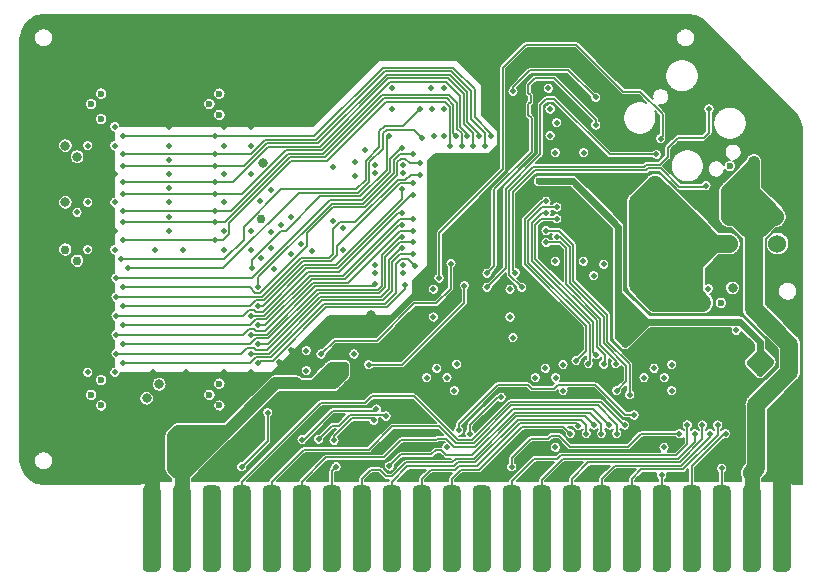
<source format=gbl>
G04 #@! TF.GenerationSoftware,KiCad,Pcbnew,(5.1.10-1-10_14)*
G04 #@! TF.CreationDate,2021-05-31T18:24:55-04:00*
G04 #@! TF.ProjectId,RAM2GS,52414d32-4753-42e6-9b69-6361645f7063,2.0*
G04 #@! TF.SameCoordinates,Original*
G04 #@! TF.FileFunction,Copper,L4,Bot*
G04 #@! TF.FilePolarity,Positive*
%FSLAX46Y46*%
G04 Gerber Fmt 4.6, Leading zero omitted, Abs format (unit mm)*
G04 Created by KiCad (PCBNEW (5.1.10-1-10_14)) date 2021-05-31 18:24:55*
%MOMM*%
%LPD*%
G01*
G04 APERTURE LIST*
G04 #@! TA.AperFunction,ComponentPad*
%ADD10C,2.000000*%
G04 #@! TD*
G04 #@! TA.AperFunction,ViaPad*
%ADD11C,0.500000*%
G04 #@! TD*
G04 #@! TA.AperFunction,ViaPad*
%ADD12C,0.800000*%
G04 #@! TD*
G04 #@! TA.AperFunction,ViaPad*
%ADD13C,0.762000*%
G04 #@! TD*
G04 #@! TA.AperFunction,ViaPad*
%ADD14C,1.524000*%
G04 #@! TD*
G04 #@! TA.AperFunction,ViaPad*
%ADD15C,1.000000*%
G04 #@! TD*
G04 #@! TA.AperFunction,ViaPad*
%ADD16C,0.600000*%
G04 #@! TD*
G04 #@! TA.AperFunction,ViaPad*
%ADD17C,0.508000*%
G04 #@! TD*
G04 #@! TA.AperFunction,Conductor*
%ADD18C,1.270000*%
G04 #@! TD*
G04 #@! TA.AperFunction,Conductor*
%ADD19C,1.524000*%
G04 #@! TD*
G04 #@! TA.AperFunction,Conductor*
%ADD20C,0.500000*%
G04 #@! TD*
G04 #@! TA.AperFunction,Conductor*
%ADD21C,0.150000*%
G04 #@! TD*
G04 #@! TA.AperFunction,Conductor*
%ADD22C,0.508000*%
G04 #@! TD*
G04 #@! TA.AperFunction,Conductor*
%ADD23C,1.000000*%
G04 #@! TD*
G04 #@! TA.AperFunction,Conductor*
%ADD24C,0.600000*%
G04 #@! TD*
G04 #@! TA.AperFunction,Conductor*
%ADD25C,0.100000*%
G04 #@! TD*
G04 APERTURE END LIST*
G04 #@! TA.AperFunction,SMDPad,CuDef*
G36*
G01*
X110236000Y-138571000D02*
X110236000Y-131993000D01*
G75*
G02*
X110617000Y-131612000I381000J0D01*
G01*
X111379000Y-131612000D01*
G75*
G02*
X111760000Y-131993000I0J-381000D01*
G01*
X111760000Y-138571000D01*
G75*
G02*
X111379000Y-138952000I-381000J0D01*
G01*
X110617000Y-138952000D01*
G75*
G02*
X110236000Y-138571000I0J381000D01*
G01*
G37*
G04 #@! TD.AperFunction*
G04 #@! TA.AperFunction,SMDPad,CuDef*
G36*
G01*
X107696000Y-138571000D02*
X107696000Y-131993000D01*
G75*
G02*
X108077000Y-131612000I381000J0D01*
G01*
X108839000Y-131612000D01*
G75*
G02*
X109220000Y-131993000I0J-381000D01*
G01*
X109220000Y-138571000D01*
G75*
G02*
X108839000Y-138952000I-381000J0D01*
G01*
X108077000Y-138952000D01*
G75*
G02*
X107696000Y-138571000I0J381000D01*
G01*
G37*
G04 #@! TD.AperFunction*
G04 #@! TA.AperFunction,SMDPad,CuDef*
G36*
G01*
X105156000Y-138571000D02*
X105156000Y-131993000D01*
G75*
G02*
X105537000Y-131612000I381000J0D01*
G01*
X106299000Y-131612000D01*
G75*
G02*
X106680000Y-131993000I0J-381000D01*
G01*
X106680000Y-138571000D01*
G75*
G02*
X106299000Y-138952000I-381000J0D01*
G01*
X105537000Y-138952000D01*
G75*
G02*
X105156000Y-138571000I0J381000D01*
G01*
G37*
G04 #@! TD.AperFunction*
G04 #@! TA.AperFunction,SMDPad,CuDef*
G36*
G01*
X102616000Y-138571000D02*
X102616000Y-131993000D01*
G75*
G02*
X102997000Y-131612000I381000J0D01*
G01*
X103759000Y-131612000D01*
G75*
G02*
X104140000Y-131993000I0J-381000D01*
G01*
X104140000Y-138571000D01*
G75*
G02*
X103759000Y-138952000I-381000J0D01*
G01*
X102997000Y-138952000D01*
G75*
G02*
X102616000Y-138571000I0J381000D01*
G01*
G37*
G04 #@! TD.AperFunction*
G04 #@! TA.AperFunction,SMDPad,CuDef*
G36*
G01*
X100076000Y-138571000D02*
X100076000Y-131993000D01*
G75*
G02*
X100457000Y-131612000I381000J0D01*
G01*
X101219000Y-131612000D01*
G75*
G02*
X101600000Y-131993000I0J-381000D01*
G01*
X101600000Y-138571000D01*
G75*
G02*
X101219000Y-138952000I-381000J0D01*
G01*
X100457000Y-138952000D01*
G75*
G02*
X100076000Y-138571000I0J381000D01*
G01*
G37*
G04 #@! TD.AperFunction*
G04 #@! TA.AperFunction,SMDPad,CuDef*
G36*
G01*
X97536000Y-138571000D02*
X97536000Y-131993000D01*
G75*
G02*
X97917000Y-131612000I381000J0D01*
G01*
X98679000Y-131612000D01*
G75*
G02*
X99060000Y-131993000I0J-381000D01*
G01*
X99060000Y-138571000D01*
G75*
G02*
X98679000Y-138952000I-381000J0D01*
G01*
X97917000Y-138952000D01*
G75*
G02*
X97536000Y-138571000I0J381000D01*
G01*
G37*
G04 #@! TD.AperFunction*
G04 #@! TA.AperFunction,SMDPad,CuDef*
G36*
G01*
X94996000Y-138571000D02*
X94996000Y-131993000D01*
G75*
G02*
X95377000Y-131612000I381000J0D01*
G01*
X96139000Y-131612000D01*
G75*
G02*
X96520000Y-131993000I0J-381000D01*
G01*
X96520000Y-138571000D01*
G75*
G02*
X96139000Y-138952000I-381000J0D01*
G01*
X95377000Y-138952000D01*
G75*
G02*
X94996000Y-138571000I0J381000D01*
G01*
G37*
G04 #@! TD.AperFunction*
G04 #@! TA.AperFunction,SMDPad,CuDef*
G36*
G01*
X92456000Y-138571000D02*
X92456000Y-131993000D01*
G75*
G02*
X92837000Y-131612000I381000J0D01*
G01*
X93599000Y-131612000D01*
G75*
G02*
X93980000Y-131993000I0J-381000D01*
G01*
X93980000Y-138571000D01*
G75*
G02*
X93599000Y-138952000I-381000J0D01*
G01*
X92837000Y-138952000D01*
G75*
G02*
X92456000Y-138571000I0J381000D01*
G01*
G37*
G04 #@! TD.AperFunction*
G04 #@! TA.AperFunction,SMDPad,CuDef*
G36*
G01*
X89916000Y-138571000D02*
X89916000Y-131993000D01*
G75*
G02*
X90297000Y-131612000I381000J0D01*
G01*
X91059000Y-131612000D01*
G75*
G02*
X91440000Y-131993000I0J-381000D01*
G01*
X91440000Y-138571000D01*
G75*
G02*
X91059000Y-138952000I-381000J0D01*
G01*
X90297000Y-138952000D01*
G75*
G02*
X89916000Y-138571000I0J381000D01*
G01*
G37*
G04 #@! TD.AperFunction*
G04 #@! TA.AperFunction,SMDPad,CuDef*
G36*
G01*
X87376000Y-138571000D02*
X87376000Y-131993000D01*
G75*
G02*
X87757000Y-131612000I381000J0D01*
G01*
X88519000Y-131612000D01*
G75*
G02*
X88900000Y-131993000I0J-381000D01*
G01*
X88900000Y-138571000D01*
G75*
G02*
X88519000Y-138952000I-381000J0D01*
G01*
X87757000Y-138952000D01*
G75*
G02*
X87376000Y-138571000I0J381000D01*
G01*
G37*
G04 #@! TD.AperFunction*
G04 #@! TA.AperFunction,SMDPad,CuDef*
G36*
G01*
X84836000Y-138571000D02*
X84836000Y-131993000D01*
G75*
G02*
X85217000Y-131612000I381000J0D01*
G01*
X85979000Y-131612000D01*
G75*
G02*
X86360000Y-131993000I0J-381000D01*
G01*
X86360000Y-138571000D01*
G75*
G02*
X85979000Y-138952000I-381000J0D01*
G01*
X85217000Y-138952000D01*
G75*
G02*
X84836000Y-138571000I0J381000D01*
G01*
G37*
G04 #@! TD.AperFunction*
G04 #@! TA.AperFunction,SMDPad,CuDef*
G36*
G01*
X82296000Y-138571000D02*
X82296000Y-131993000D01*
G75*
G02*
X82677000Y-131612000I381000J0D01*
G01*
X83439000Y-131612000D01*
G75*
G02*
X83820000Y-131993000I0J-381000D01*
G01*
X83820000Y-138571000D01*
G75*
G02*
X83439000Y-138952000I-381000J0D01*
G01*
X82677000Y-138952000D01*
G75*
G02*
X82296000Y-138571000I0J381000D01*
G01*
G37*
G04 #@! TD.AperFunction*
G04 #@! TA.AperFunction,SMDPad,CuDef*
G36*
G01*
X79756000Y-138571000D02*
X79756000Y-131993000D01*
G75*
G02*
X80137000Y-131612000I381000J0D01*
G01*
X80899000Y-131612000D01*
G75*
G02*
X81280000Y-131993000I0J-381000D01*
G01*
X81280000Y-138571000D01*
G75*
G02*
X80899000Y-138952000I-381000J0D01*
G01*
X80137000Y-138952000D01*
G75*
G02*
X79756000Y-138571000I0J381000D01*
G01*
G37*
G04 #@! TD.AperFunction*
G04 #@! TA.AperFunction,SMDPad,CuDef*
G36*
G01*
X77216000Y-138571000D02*
X77216000Y-131993000D01*
G75*
G02*
X77597000Y-131612000I381000J0D01*
G01*
X78359000Y-131612000D01*
G75*
G02*
X78740000Y-131993000I0J-381000D01*
G01*
X78740000Y-138571000D01*
G75*
G02*
X78359000Y-138952000I-381000J0D01*
G01*
X77597000Y-138952000D01*
G75*
G02*
X77216000Y-138571000I0J381000D01*
G01*
G37*
G04 #@! TD.AperFunction*
G04 #@! TA.AperFunction,SMDPad,CuDef*
G36*
G01*
X74676000Y-138571000D02*
X74676000Y-131993000D01*
G75*
G02*
X75057000Y-131612000I381000J0D01*
G01*
X75819000Y-131612000D01*
G75*
G02*
X76200000Y-131993000I0J-381000D01*
G01*
X76200000Y-138571000D01*
G75*
G02*
X75819000Y-138952000I-381000J0D01*
G01*
X75057000Y-138952000D01*
G75*
G02*
X74676000Y-138571000I0J381000D01*
G01*
G37*
G04 #@! TD.AperFunction*
G04 #@! TA.AperFunction,SMDPad,CuDef*
G36*
G01*
X72136000Y-138571000D02*
X72136000Y-131993000D01*
G75*
G02*
X72517000Y-131612000I381000J0D01*
G01*
X73279000Y-131612000D01*
G75*
G02*
X73660000Y-131993000I0J-381000D01*
G01*
X73660000Y-138571000D01*
G75*
G02*
X73279000Y-138952000I-381000J0D01*
G01*
X72517000Y-138952000D01*
G75*
G02*
X72136000Y-138571000I0J381000D01*
G01*
G37*
G04 #@! TD.AperFunction*
G04 #@! TA.AperFunction,SMDPad,CuDef*
G36*
G01*
X69596000Y-138571000D02*
X69596000Y-131993000D01*
G75*
G02*
X69977000Y-131612000I381000J0D01*
G01*
X70739000Y-131612000D01*
G75*
G02*
X71120000Y-131993000I0J-381000D01*
G01*
X71120000Y-138571000D01*
G75*
G02*
X70739000Y-138952000I-381000J0D01*
G01*
X69977000Y-138952000D01*
G75*
G02*
X69596000Y-138571000I0J381000D01*
G01*
G37*
G04 #@! TD.AperFunction*
G04 #@! TA.AperFunction,SMDPad,CuDef*
G36*
G01*
X67056000Y-138571000D02*
X67056000Y-131993000D01*
G75*
G02*
X67437000Y-131612000I381000J0D01*
G01*
X68199000Y-131612000D01*
G75*
G02*
X68580000Y-131993000I0J-381000D01*
G01*
X68580000Y-138571000D01*
G75*
G02*
X68199000Y-138952000I-381000J0D01*
G01*
X67437000Y-138952000D01*
G75*
G02*
X67056000Y-138571000I0J381000D01*
G01*
G37*
G04 #@! TD.AperFunction*
G04 #@! TA.AperFunction,SMDPad,CuDef*
G36*
G01*
X64516000Y-138571000D02*
X64516000Y-131993000D01*
G75*
G02*
X64897000Y-131612000I381000J0D01*
G01*
X65659000Y-131612000D01*
G75*
G02*
X66040000Y-131993000I0J-381000D01*
G01*
X66040000Y-138571000D01*
G75*
G02*
X65659000Y-138952000I-381000J0D01*
G01*
X64897000Y-138952000D01*
G75*
G02*
X64516000Y-138571000I0J381000D01*
G01*
G37*
G04 #@! TD.AperFunction*
G04 #@! TA.AperFunction,SMDPad,CuDef*
G36*
G01*
X61976000Y-138571000D02*
X61976000Y-131993000D01*
G75*
G02*
X62357000Y-131612000I381000J0D01*
G01*
X63119000Y-131612000D01*
G75*
G02*
X63500000Y-131993000I0J-381000D01*
G01*
X63500000Y-138571000D01*
G75*
G02*
X63119000Y-138952000I-381000J0D01*
G01*
X62357000Y-138952000D01*
G75*
G02*
X61976000Y-138571000I0J381000D01*
G01*
G37*
G04 #@! TD.AperFunction*
G04 #@! TA.AperFunction,SMDPad,CuDef*
G36*
G01*
X59436000Y-138571000D02*
X59436000Y-131993000D01*
G75*
G02*
X59817000Y-131612000I381000J0D01*
G01*
X60579000Y-131612000D01*
G75*
G02*
X60960000Y-131993000I0J-381000D01*
G01*
X60960000Y-138571000D01*
G75*
G02*
X60579000Y-138952000I-381000J0D01*
G01*
X59817000Y-138952000D01*
G75*
G02*
X59436000Y-138571000I0J381000D01*
G01*
G37*
G04 #@! TD.AperFunction*
G04 #@! TA.AperFunction,SMDPad,CuDef*
G36*
G01*
X56896000Y-138571000D02*
X56896000Y-131993000D01*
G75*
G02*
X57277000Y-131612000I381000J0D01*
G01*
X58039000Y-131612000D01*
G75*
G02*
X58420000Y-131993000I0J-381000D01*
G01*
X58420000Y-138571000D01*
G75*
G02*
X58039000Y-138952000I-381000J0D01*
G01*
X57277000Y-138952000D01*
G75*
G02*
X56896000Y-138571000I0J381000D01*
G01*
G37*
G04 #@! TD.AperFunction*
D10*
X110998000Y-130175000D03*
D11*
X107150000Y-118500000D03*
X85471000Y-94996000D03*
X80391000Y-94742000D03*
X60060000Y-99799000D03*
X46990000Y-97663000D03*
X98171000Y-92202000D03*
X93091000Y-92202000D03*
X88011000Y-92202000D03*
X82931000Y-92202000D03*
X77851000Y-92202000D03*
X72771000Y-92202000D03*
X67691000Y-92202000D03*
X62611000Y-92202000D03*
X57531000Y-92202000D03*
X52451000Y-92202000D03*
X72771000Y-97282000D03*
X54991000Y-94742000D03*
X52451000Y-97282000D03*
X57531000Y-97282000D03*
X95631000Y-94742000D03*
X93091000Y-97282000D03*
X70231000Y-99822000D03*
X50038000Y-99822000D03*
X50038000Y-94742000D03*
X49911000Y-131064000D03*
X46990000Y-128143000D03*
X63750000Y-102850000D03*
X66050000Y-102850000D03*
X79950000Y-127250000D03*
X80600000Y-128400000D03*
X74100000Y-127250000D03*
X54550000Y-105250000D03*
D12*
X51350000Y-100400000D03*
D11*
X59150000Y-105250000D03*
X59150000Y-101250000D03*
X59150000Y-102850000D03*
X59150000Y-107650000D03*
X59150000Y-110050000D03*
X60350000Y-111650000D03*
X57950000Y-111650000D03*
X51350000Y-109300000D03*
D13*
X51350000Y-105200000D03*
D11*
X63750000Y-111650000D03*
X59150000Y-104050000D03*
X57750000Y-122050000D03*
X59150000Y-106450000D03*
X60550000Y-122050000D03*
X59150000Y-108850000D03*
X63750000Y-107650000D03*
X66050000Y-111650000D03*
X54550000Y-110050000D03*
X52250000Y-110050000D03*
X63750000Y-101250000D03*
X66050000Y-101250000D03*
X98350000Y-127250000D03*
X99000000Y-128400000D03*
X89150000Y-127250000D03*
X89800000Y-128400000D03*
X89150000Y-129550000D03*
X63750000Y-122050000D03*
X66050000Y-122050000D03*
D14*
X57658000Y-130556000D03*
D11*
X104648000Y-130937000D03*
X61722000Y-130937000D03*
X112014000Y-100965000D03*
X74168000Y-130937000D03*
X102108000Y-130937000D03*
X64008000Y-130937000D03*
X106680000Y-95377000D03*
X112014000Y-112649000D03*
X112014000Y-117729000D03*
X94488000Y-130937000D03*
X99568000Y-130937000D03*
X106807000Y-130937000D03*
X79248000Y-130937000D03*
X76708000Y-130937000D03*
X71628000Y-130937000D03*
X81788000Y-130937000D03*
X91948000Y-130937000D03*
X89408000Y-130937000D03*
X97028000Y-130937000D03*
X66548000Y-130937000D03*
X69088000Y-130937000D03*
X84328000Y-130937000D03*
X86868000Y-130937000D03*
X109347000Y-98044000D03*
X81950000Y-129150000D03*
X66950000Y-112400000D03*
X107162600Y-129870200D03*
X112014000Y-127889000D03*
D14*
X106600000Y-113450000D03*
D11*
X82000000Y-128150000D03*
X81500000Y-127250000D03*
X93091000Y-97282000D03*
D15*
X110350000Y-104200000D03*
X111550000Y-105550000D03*
D12*
X110350000Y-106800000D03*
D15*
X110100000Y-116150000D03*
D14*
X110450000Y-113450000D03*
D11*
X69050000Y-124400000D03*
X112014000Y-107569000D03*
X50038000Y-120523000D03*
X50038000Y-115443000D03*
X46990000Y-112903000D03*
X46990000Y-117983000D03*
X46990000Y-102743000D03*
X46990000Y-107823000D03*
X46990000Y-123063000D03*
D12*
X50350000Y-106150000D03*
D13*
X50350000Y-110150000D03*
D12*
X50350000Y-101350000D03*
D11*
X105100000Y-109050000D03*
X103800000Y-98550000D03*
X97000000Y-100400000D03*
X68050000Y-127750000D03*
X91000000Y-127150000D03*
X100550000Y-127750000D03*
D16*
X74500000Y-129800000D03*
D11*
X77200000Y-126750000D03*
X86800000Y-125000000D03*
X73850000Y-109850000D03*
X67800000Y-111550000D03*
X73050000Y-109250000D03*
X69500000Y-108850000D03*
X68650000Y-109550000D03*
X68450000Y-121200000D03*
X69500000Y-120150000D03*
D16*
X64900000Y-100600000D03*
X54900000Y-98450000D03*
X55750000Y-99350000D03*
X54900000Y-100250000D03*
X64900000Y-98450000D03*
X65750000Y-99350000D03*
X54900000Y-123050000D03*
X55750000Y-123950000D03*
X54900000Y-124850000D03*
D11*
X64900000Y-124800000D03*
D16*
X65750000Y-123950000D03*
X64900000Y-122700000D03*
D12*
X60000000Y-123050000D03*
X61050000Y-124250000D03*
X76250000Y-117200000D03*
D11*
X73850000Y-111650000D03*
D16*
X110050000Y-119900000D03*
X108250000Y-119900000D03*
X110100000Y-126400000D03*
D11*
X107550000Y-127300000D03*
D13*
X58350000Y-127550000D03*
X57023000Y-128850000D03*
D16*
X101536500Y-101536500D03*
D11*
X60000000Y-125400000D03*
X78950000Y-112950000D03*
X78950000Y-105150000D03*
X76600000Y-105150000D03*
X82400000Y-99750000D03*
X87900000Y-99750000D03*
X91850000Y-104150000D03*
X91850000Y-111950000D03*
X94200000Y-111950000D03*
X87300000Y-115000000D03*
X87300000Y-117350000D03*
X80800000Y-115000000D03*
X76600000Y-112950000D03*
X78050000Y-98000000D03*
X92750000Y-117400000D03*
X92750000Y-119100000D03*
X95950000Y-111700000D03*
X94250000Y-104150000D03*
X82400000Y-102000000D03*
X95200000Y-110750000D03*
X87150000Y-113050000D03*
X80800000Y-117400000D03*
X87050000Y-119100000D03*
X86100000Y-118250000D03*
X79600000Y-118250000D03*
X84900000Y-117800000D03*
X85100000Y-121050000D03*
X90500000Y-119100000D03*
X82400000Y-97950000D03*
X93650000Y-101850000D03*
X92200000Y-100100000D03*
X93700000Y-118250000D03*
X90050000Y-98000000D03*
X89100000Y-98850000D03*
X74850000Y-105400000D03*
X90050000Y-99700000D03*
X94500000Y-108300000D03*
X90750000Y-120700000D03*
X75550000Y-124100000D03*
D16*
X102400000Y-102750000D03*
D11*
X83200000Y-105800000D03*
X86150000Y-106800000D03*
X66800000Y-107550000D03*
X67800000Y-106600000D03*
X78050000Y-99750000D03*
D16*
X74650000Y-118650000D03*
D11*
X84000000Y-123600000D03*
X102400000Y-123600000D03*
X102400000Y-121400000D03*
X93200000Y-123600000D03*
X82650000Y-124000000D03*
X91850000Y-124000000D03*
D16*
X80900000Y-124000000D03*
X90100000Y-124000000D03*
D11*
X101050000Y-124000000D03*
D16*
X99300000Y-124000000D03*
X100200000Y-124850000D03*
X73500000Y-124000000D03*
D11*
X71750000Y-124000000D03*
X87900000Y-102000000D03*
X99150000Y-102850000D03*
X86650000Y-99700000D03*
X88138000Y-130048000D03*
X102350000Y-127250000D03*
X95750000Y-127250000D03*
X77775000Y-129975000D03*
X65278000Y-130048000D03*
X67500000Y-125450000D03*
X97700000Y-126500000D03*
X97050000Y-127250000D03*
X96400000Y-126500000D03*
X93100000Y-127250000D03*
X95100000Y-126500000D03*
X94450000Y-127250000D03*
X93800000Y-126550000D03*
X103000000Y-126500000D03*
X103650000Y-127250000D03*
X104300000Y-126500000D03*
X104950000Y-127250000D03*
X105600000Y-126500000D03*
X106250000Y-127250000D03*
X105918000Y-130175000D03*
X100838000Y-130746500D03*
X83650000Y-126950000D03*
X98500000Y-125650000D03*
X73100000Y-127800000D03*
X76450000Y-126100000D03*
X73279000Y-130048000D03*
X76700000Y-125150000D03*
X70400000Y-127750000D03*
X77500000Y-125750000D03*
X71800000Y-127700000D03*
X84600000Y-127250000D03*
X87249000Y-124142500D03*
X74800000Y-120500000D03*
X104800000Y-114950000D03*
X54550000Y-107650000D03*
X52250000Y-102850000D03*
X52250000Y-107650000D03*
X52250000Y-111650000D03*
X52250000Y-122050000D03*
X54550000Y-122050000D03*
X66050000Y-105250000D03*
X63750000Y-105250000D03*
D13*
X51350000Y-112600000D03*
D11*
X51350000Y-108500000D03*
D17*
X54550000Y-101250000D03*
X54550000Y-111650000D03*
D16*
X63400000Y-123000000D03*
D12*
X51350000Y-103800000D03*
D17*
X54550000Y-102850000D03*
D11*
X82675000Y-122500000D03*
X91875000Y-122500000D03*
X63750000Y-110050000D03*
D13*
X66950000Y-109100000D03*
D11*
X66050000Y-110050000D03*
X82650000Y-128400000D03*
D15*
X100300000Y-111650000D03*
D14*
X104150000Y-111150000D03*
D15*
X100300000Y-110150000D03*
D14*
X110650000Y-111150000D03*
D15*
X100300000Y-113150000D03*
X100300000Y-108650000D03*
D14*
X102300000Y-108150000D03*
X102300000Y-114150000D03*
D15*
X100300000Y-116150000D03*
X102300000Y-116150000D03*
X104300000Y-116150000D03*
D16*
X105850000Y-116150000D03*
D12*
X106850000Y-114900000D03*
D11*
X91850000Y-128400000D03*
X101050000Y-128400000D03*
D12*
X50350000Y-107650000D03*
D13*
X50350000Y-111650000D03*
D12*
X50350000Y-102850000D03*
D15*
X100300000Y-114650000D03*
X100300000Y-106150000D03*
D11*
X70350000Y-111150000D03*
X69500000Y-112000000D03*
X71250000Y-111750000D03*
X68050000Y-113300000D03*
X67800000Y-110150000D03*
D14*
X106550000Y-111150000D03*
D11*
X70750000Y-121900000D03*
X70750000Y-120200000D03*
D16*
X53400000Y-100600000D03*
X52550000Y-99350000D03*
X53400000Y-98450000D03*
X63400000Y-100250000D03*
X62550000Y-99350000D03*
X63400000Y-98450000D03*
X53400000Y-122700000D03*
X52550000Y-123950000D03*
X53400000Y-124850000D03*
X62550000Y-123950000D03*
D12*
X57250000Y-124250000D03*
X58300000Y-123050000D03*
D16*
X106625000Y-104575000D03*
X63400000Y-124850000D03*
D11*
X78950000Y-113650000D03*
X78950000Y-104450000D03*
X76600000Y-104450000D03*
X81400000Y-99750000D03*
X91400000Y-99750000D03*
X91950000Y-100900000D03*
X91850000Y-103450000D03*
X91850000Y-112650000D03*
X94200000Y-112650000D03*
X88000000Y-115000000D03*
X88000000Y-117350000D03*
X81500000Y-115000000D03*
X81500000Y-117350000D03*
X76600000Y-113650000D03*
X81550000Y-102000000D03*
X81300000Y-98000000D03*
X95950000Y-112900000D03*
X94250000Y-103450000D03*
X88250000Y-119100000D03*
X83500000Y-121350000D03*
X95100000Y-113850000D03*
X91400000Y-102000000D03*
X91250000Y-98000000D03*
X74850000Y-104200000D03*
X75700000Y-103250000D03*
X73050000Y-104650000D03*
D12*
X67100000Y-104300000D03*
D11*
X101075000Y-122500000D03*
X83300000Y-123600000D03*
X101700000Y-123600000D03*
X101700000Y-121400000D03*
X92500000Y-123600000D03*
X92500000Y-121400000D03*
X80950000Y-122500000D03*
X81800000Y-121700000D03*
X91000000Y-121700000D03*
X90150000Y-122500000D03*
X100200000Y-121700000D03*
X99350000Y-122500000D03*
X76050000Y-121400000D03*
X84150000Y-114700000D03*
X93600000Y-121050000D03*
X91050000Y-107550000D03*
X94650000Y-121300000D03*
X91950000Y-108050000D03*
X95300000Y-120550000D03*
X91050000Y-108550000D03*
X95950000Y-121350000D03*
X91950000Y-109050000D03*
X96950000Y-121300000D03*
X91050000Y-111050000D03*
X97050000Y-123600000D03*
X91950000Y-110550000D03*
X98150000Y-123950000D03*
X91050000Y-110050000D03*
D17*
X55250000Y-102050000D03*
X63050000Y-102050000D03*
D11*
X86400000Y-102000000D03*
X63050000Y-104550000D03*
X55250000Y-104550000D03*
X85400000Y-102000000D03*
D17*
X63050000Y-103550000D03*
X55250000Y-103550000D03*
D11*
X85900000Y-102900000D03*
X84900000Y-102900000D03*
D17*
X55250000Y-105950000D03*
D11*
X63050000Y-105950000D03*
X82900000Y-102900000D03*
D17*
X55250000Y-110850000D03*
D11*
X63050000Y-110850000D03*
X63050000Y-108350000D03*
D17*
X55250000Y-108350000D03*
D11*
X83900000Y-102900000D03*
X83400000Y-102000000D03*
X63050000Y-109350000D03*
X55250000Y-109350000D03*
X84400000Y-102000000D03*
X55250000Y-106950000D03*
X63050000Y-106950000D03*
X95250000Y-98750000D03*
X88250000Y-98250000D03*
X66150000Y-113250000D03*
X77750000Y-102000000D03*
X66650000Y-114850000D03*
X79750000Y-103550000D03*
X66700000Y-116450000D03*
X78850000Y-106550000D03*
X66100000Y-117250000D03*
X78850000Y-108550000D03*
X66700000Y-118050000D03*
X78850000Y-109550000D03*
X76600000Y-114550000D03*
X66100000Y-118850000D03*
X66700000Y-119650000D03*
X79750000Y-111050000D03*
X66100000Y-120450000D03*
X79750000Y-112050000D03*
X66700000Y-121250000D03*
X79100000Y-114650000D03*
X55200000Y-121250000D03*
X79950000Y-113050000D03*
X54650000Y-120450000D03*
X78850000Y-111550000D03*
X55200000Y-119650000D03*
X78850000Y-110550000D03*
X54650000Y-118850000D03*
X79750000Y-110050000D03*
X55200000Y-118050000D03*
X79750000Y-109050000D03*
X54650000Y-117250000D03*
X79750000Y-107050000D03*
X55200000Y-116450000D03*
X79750000Y-106050000D03*
X54650000Y-115650000D03*
X80400000Y-105300000D03*
X55200000Y-114850000D03*
X80400000Y-104300000D03*
X54650000Y-114050000D03*
X78850000Y-103050000D03*
X55650000Y-113250000D03*
X80550000Y-102200000D03*
D17*
X55100000Y-112450000D03*
D11*
X80400000Y-99750000D03*
X104600000Y-106250000D03*
X88450000Y-113600000D03*
X86050000Y-114850000D03*
X100400000Y-103600000D03*
X104850000Y-99750000D03*
X89000000Y-114850000D03*
X86050000Y-113650000D03*
X95250000Y-101100000D03*
X73475000Y-122500000D03*
D14*
X108458000Y-130556000D03*
X60198000Y-130556000D03*
D11*
X72600000Y-121650000D03*
D14*
X106600000Y-108850000D03*
X108650000Y-107150000D03*
X110450000Y-108850000D03*
D15*
X108650000Y-104200000D03*
X107500000Y-105550000D03*
D11*
X74100000Y-121400000D03*
D12*
X59750000Y-127550000D03*
D16*
X109150000Y-122100000D03*
D11*
X108300000Y-121200000D03*
D16*
X110050000Y-121100000D03*
X97750000Y-119650000D03*
X91650000Y-105850000D03*
X90450000Y-105850000D03*
D11*
X82000000Y-114050000D03*
X100750000Y-102250000D03*
X72000000Y-120500000D03*
X83000000Y-112850000D03*
D18*
X57658000Y-130556000D02*
X57658000Y-135382000D01*
D19*
X110998000Y-135382000D02*
X110998000Y-130175000D01*
D20*
X69500000Y-120150000D02*
X69650000Y-120300000D01*
X68450000Y-121200000D02*
X68600000Y-121350000D01*
D21*
X99100000Y-127250000D02*
X102350000Y-127250000D01*
X98016500Y-128333500D02*
X99100000Y-127250000D01*
X91500000Y-127400000D02*
X92150000Y-127400000D01*
X91250000Y-127650000D02*
X91500000Y-127400000D01*
X89764000Y-127650000D02*
X91250000Y-127650000D01*
X88138000Y-129276000D02*
X89764000Y-127650000D01*
X93083500Y-128333500D02*
X98016500Y-128333500D01*
X92150000Y-127400000D02*
X93083500Y-128333500D01*
X88138000Y-130048000D02*
X88138000Y-129276000D01*
X95750000Y-126450000D02*
X95750000Y-127250000D01*
X94749990Y-125449990D02*
X95750000Y-126450000D01*
X88400010Y-125449990D02*
X94749990Y-125449990D01*
X84800000Y-129050000D02*
X88400010Y-125449990D01*
X82599981Y-129050000D02*
X84800000Y-129050000D01*
X82199981Y-128650000D02*
X82599981Y-129050000D01*
X81700000Y-128650000D02*
X82199981Y-128650000D01*
X81350000Y-129000000D02*
X81700000Y-128650000D01*
X78750000Y-129000000D02*
X81350000Y-129000000D01*
X77775000Y-129975000D02*
X78750000Y-129000000D01*
X65302000Y-130048000D02*
X65278000Y-130048000D01*
X67500000Y-127850000D02*
X65302000Y-130048000D01*
X67500000Y-125450000D02*
X67500000Y-127850000D01*
X75750000Y-124600000D02*
X71996000Y-124600000D01*
X65278000Y-131318000D02*
X65278000Y-135382000D01*
X79874278Y-124050000D02*
X76300000Y-124050000D01*
X84790898Y-127749990D02*
X83574268Y-127749990D01*
X83574268Y-127749990D02*
X79874278Y-124050000D01*
X87990928Y-124549960D02*
X84790898Y-127749990D01*
X76300000Y-124050000D02*
X75750000Y-124600000D01*
X95699960Y-124549960D02*
X87990928Y-124549960D01*
X97700000Y-126550000D02*
X95699960Y-124549960D01*
X71996000Y-124600000D02*
X65278000Y-131318000D01*
X76050000Y-128600000D02*
X70536000Y-128600000D01*
X83450000Y-128050000D02*
X82000000Y-126600000D01*
X70536000Y-128600000D02*
X67818000Y-131318000D01*
X78050000Y-126600000D02*
X76050000Y-128600000D01*
X67818000Y-131318000D02*
X67818000Y-135382000D01*
X88115196Y-124849970D02*
X84915166Y-128050000D01*
X82000000Y-126600000D02*
X78050000Y-126600000D01*
X95437470Y-124849970D02*
X88115196Y-124849970D01*
X97050000Y-126462500D02*
X95437470Y-124849970D01*
X97050000Y-127250000D02*
X97050000Y-126462500D01*
X84915166Y-128050000D02*
X83450000Y-128050000D01*
X88252325Y-125149980D02*
X95049980Y-125149980D01*
X70358000Y-131318000D02*
X72426000Y-129250000D01*
X77300000Y-129250000D02*
X78800000Y-127750000D01*
X95049980Y-125149980D02*
X96400000Y-126500000D01*
X85052305Y-128350000D02*
X88252325Y-125149980D01*
X82600000Y-127650000D02*
X83300000Y-128350000D01*
X81700000Y-127750000D02*
X81800000Y-127650000D01*
X83300000Y-128350000D02*
X85052305Y-128350000D01*
X72426000Y-129250000D02*
X77300000Y-129250000D01*
X81800000Y-127650000D02*
X82600000Y-127650000D01*
X78800000Y-127750000D02*
X81700000Y-127750000D01*
X70358000Y-135382000D02*
X70358000Y-131318000D01*
X83058000Y-131064000D02*
X83058000Y-135382000D01*
X83820000Y-130302000D02*
X83058000Y-131064000D01*
X85398000Y-130302000D02*
X83820000Y-130302000D01*
X89050000Y-126650000D02*
X85398000Y-130302000D01*
X92500000Y-126650000D02*
X89050000Y-126650000D01*
X93100000Y-127250000D02*
X92500000Y-126650000D01*
X94350000Y-125750000D02*
X95100000Y-126500000D01*
X84950000Y-129350000D02*
X88550000Y-125750000D01*
X83438500Y-129350000D02*
X84950000Y-129350000D01*
X83121500Y-129667000D02*
X83438500Y-129350000D01*
X79203000Y-129667000D02*
X83121500Y-129667000D01*
X88550000Y-125750000D02*
X94350000Y-125750000D01*
X78020000Y-130850000D02*
X79203000Y-129667000D01*
X76993750Y-130302000D02*
X77541750Y-130850000D01*
X76200000Y-130302000D02*
X76993750Y-130302000D01*
X75438000Y-131064000D02*
X76200000Y-130302000D01*
X77541750Y-130850000D02*
X78020000Y-130850000D01*
X75438000Y-135382000D02*
X75438000Y-131064000D01*
X77978000Y-131322000D02*
X77978000Y-135382000D01*
X83248500Y-129984500D02*
X79315500Y-129984500D01*
X83566000Y-129667000D02*
X83248500Y-129984500D01*
X85083000Y-129667000D02*
X83566000Y-129667000D01*
X94000000Y-126050000D02*
X88700000Y-126050000D01*
X88700000Y-126050000D02*
X85083000Y-129667000D01*
X79315500Y-129984500D02*
X77978000Y-131322000D01*
X94450000Y-126500000D02*
X94000000Y-126050000D01*
X94450000Y-127250000D02*
X94450000Y-126500000D01*
X81280000Y-130302000D02*
X80518000Y-131064000D01*
X83375500Y-130302000D02*
X81280000Y-130302000D01*
X83693000Y-129984500D02*
X83375500Y-130302000D01*
X88850000Y-126350000D02*
X85215500Y-129984500D01*
X85215500Y-129984500D02*
X83693000Y-129984500D01*
X80518000Y-131064000D02*
X80518000Y-135382000D01*
X93800000Y-126550000D02*
X93600000Y-126350000D01*
X93600000Y-126350000D02*
X88850000Y-126350000D01*
X103000000Y-126500000D02*
X103000000Y-128140000D01*
X103000000Y-128140000D02*
X102090000Y-129050000D01*
X92000000Y-129350000D02*
X90050000Y-129350000D01*
X102090000Y-129050000D02*
X92300000Y-129050000D01*
X92300000Y-129050000D02*
X92000000Y-129350000D01*
X90050000Y-129350000D02*
X88138000Y-131262000D01*
X88138000Y-131262000D02*
X88138000Y-135382000D01*
X90678000Y-131122000D02*
X90678000Y-135382000D01*
X92450000Y-129350000D02*
X90678000Y-131122000D01*
X102234500Y-129350000D02*
X92450000Y-129350000D01*
X103650000Y-127934500D02*
X102234500Y-129350000D01*
X103650000Y-127250000D02*
X103650000Y-127934500D01*
X93218000Y-131082000D02*
X93218000Y-135382000D01*
X94650000Y-129650000D02*
X93218000Y-131082000D01*
X102379000Y-129650000D02*
X94650000Y-129650000D01*
X104300000Y-126500000D02*
X104300000Y-127729000D01*
X104300000Y-127729000D02*
X102379000Y-129650000D01*
X102523500Y-129950000D02*
X96875000Y-129950000D01*
X96875000Y-129950000D02*
X95758000Y-131067000D01*
X104950000Y-127523500D02*
X102523500Y-129950000D01*
X95758000Y-131067000D02*
X95758000Y-135382000D01*
X104950000Y-127250000D02*
X104950000Y-127523500D01*
X98298000Y-131064000D02*
X98298000Y-135382000D01*
X102668000Y-130250000D02*
X99112000Y-130250000D01*
X99112000Y-130250000D02*
X98298000Y-131064000D01*
X105600000Y-127318000D02*
X102668000Y-130250000D01*
X105600000Y-126500000D02*
X105600000Y-127318000D01*
X103378000Y-129984500D02*
X103378000Y-135382000D01*
X106112500Y-127250000D02*
X103378000Y-129984500D01*
X106250000Y-127250000D02*
X106112500Y-127250000D01*
X105918000Y-130175000D02*
X105918000Y-135382000D01*
X100838000Y-130746500D02*
X100838000Y-135382000D01*
X97750000Y-125650000D02*
X98500000Y-125650000D01*
X95200000Y-123100000D02*
X97750000Y-125650000D01*
X92050000Y-123100000D02*
X95200000Y-123100000D01*
X91700000Y-123450000D02*
X92050000Y-123100000D01*
X89850000Y-123450000D02*
X91700000Y-123450000D01*
X89500000Y-123100000D02*
X89850000Y-123450000D01*
X86975000Y-123100000D02*
X89500000Y-123100000D01*
X83650000Y-126425000D02*
X86975000Y-123100000D01*
X83650000Y-126950000D02*
X83650000Y-126425000D01*
X73279000Y-130048000D02*
X72898000Y-130429000D01*
X72898000Y-130429000D02*
X72898000Y-135382000D01*
X74600000Y-125950000D02*
X73100000Y-127450000D01*
X73100000Y-127450000D02*
X73100000Y-127800000D01*
X76300000Y-125950000D02*
X74600000Y-125950000D01*
X76450000Y-126100000D02*
X76300000Y-125950000D01*
X76550000Y-125300000D02*
X76700000Y-125150000D01*
X73000000Y-125300000D02*
X76550000Y-125300000D01*
X70550000Y-127750000D02*
X73000000Y-125300000D01*
X70400000Y-127750000D02*
X70550000Y-127750000D01*
X74475000Y-125625000D02*
X73550000Y-126550000D01*
X72950000Y-126550000D02*
X71800000Y-127700000D01*
X77375000Y-125625000D02*
X74475000Y-125625000D01*
X73550000Y-126550000D02*
X72950000Y-126550000D01*
X77500000Y-125750000D02*
X77375000Y-125625000D01*
X84600000Y-126500000D02*
X84600000Y-127250000D01*
X86957500Y-124142500D02*
X84600000Y-126500000D01*
X87249000Y-124142500D02*
X86957500Y-124142500D01*
D19*
X100300000Y-106150000D02*
X100300000Y-116150000D01*
X104300000Y-116150000D02*
X100300000Y-116150000D01*
X102300000Y-116150000D02*
X102300000Y-114150000D01*
X102300000Y-108150000D02*
X102300000Y-114150000D01*
X102300000Y-114150000D02*
X100300000Y-114150000D01*
X102300000Y-108150000D02*
X100300000Y-106150000D01*
X100300000Y-108150000D02*
X102300000Y-108150000D01*
X100300000Y-116150000D02*
X102300000Y-114150000D01*
X104300000Y-116150000D02*
X102300000Y-114150000D01*
X102300000Y-114150000D02*
X100300000Y-112150000D01*
X100300000Y-110150000D02*
X102300000Y-108150000D01*
X101300000Y-111150000D02*
X100300000Y-112150000D01*
X104150000Y-111150000D02*
X101300000Y-111150000D01*
X101300000Y-111150000D02*
X100300000Y-110150000D01*
X102300000Y-112150000D02*
X100300000Y-110150000D01*
X102300000Y-114150000D02*
X102300000Y-112150000D01*
X102300000Y-110150000D02*
X100300000Y-112150000D01*
X102300000Y-108150000D02*
X102300000Y-110150000D01*
X102300000Y-113000000D02*
X104150000Y-111150000D01*
X102300000Y-114150000D02*
X102300000Y-113000000D01*
X102300000Y-109300000D02*
X104150000Y-111150000D01*
X102300000Y-108150000D02*
X102300000Y-109300000D01*
X104150000Y-110000000D02*
X104150000Y-111150000D01*
X102300000Y-108150000D02*
X104150000Y-110000000D01*
X102300000Y-108150000D02*
X105300000Y-111150000D01*
X102300000Y-114150000D02*
X105300000Y-111150000D01*
X104300000Y-116150000D02*
X103600000Y-115450000D01*
X103600000Y-111700000D02*
X104150000Y-111150000D01*
X103600000Y-115450000D02*
X103600000Y-111700000D01*
X105300000Y-111150000D02*
X106550000Y-111150000D01*
X106550000Y-111150000D02*
X104150000Y-111150000D01*
X100300000Y-106150000D02*
X98800000Y-107650000D01*
X98800000Y-114650000D02*
X100300000Y-116150000D01*
X98800000Y-107650000D02*
X98800000Y-114650000D01*
D21*
X78900000Y-121400000D02*
X76050000Y-121400000D01*
X84150000Y-116150000D02*
X78900000Y-121400000D01*
X84150000Y-114700000D02*
X84150000Y-116150000D01*
X89250000Y-112900000D02*
X89250000Y-109100000D01*
X93600000Y-121050000D02*
X94450000Y-120200000D01*
X94450000Y-118100000D02*
X89250000Y-112900000D01*
X90800000Y-107550000D02*
X91050000Y-107550000D01*
X89250000Y-109100000D02*
X90800000Y-107550000D01*
X94450000Y-120200000D02*
X94450000Y-118100000D01*
X94750000Y-121200000D02*
X94650000Y-121300000D01*
X89550000Y-112750000D02*
X94750000Y-117950000D01*
X89550000Y-109250000D02*
X89550000Y-112750000D01*
X90750000Y-108050000D02*
X89550000Y-109250000D01*
X94750000Y-117950000D02*
X94750000Y-121200000D01*
X91950000Y-108050000D02*
X90750000Y-108050000D01*
X90700000Y-108550000D02*
X91050000Y-108550000D01*
X89850000Y-109400000D02*
X90700000Y-108550000D01*
X89850000Y-112600000D02*
X89850000Y-109400000D01*
X95050000Y-117800000D02*
X89850000Y-112600000D01*
X95050000Y-120300000D02*
X95050000Y-117800000D01*
X95300000Y-120550000D02*
X95050000Y-120300000D01*
X96050000Y-121250000D02*
X95950000Y-121350000D01*
X96050000Y-120600000D02*
X96050000Y-121250000D01*
X90150000Y-109550000D02*
X90150000Y-112450000D01*
X90150000Y-112450000D02*
X95350000Y-117650000D01*
X95350000Y-119900000D02*
X96050000Y-120600000D01*
X95350000Y-117650000D02*
X95350000Y-119900000D01*
X90650000Y-109050000D02*
X90150000Y-109550000D01*
X91950000Y-109050000D02*
X90650000Y-109050000D01*
X92250000Y-111050000D02*
X91050000Y-111050000D01*
X92750000Y-111550000D02*
X92250000Y-111050000D01*
X92750000Y-114600000D02*
X92750000Y-111550000D01*
X96950000Y-121300000D02*
X96950000Y-121050000D01*
X95650000Y-117500000D02*
X92750000Y-114600000D01*
X96950000Y-121050000D02*
X95650000Y-119750000D01*
X95650000Y-119750000D02*
X95650000Y-117500000D01*
X97850000Y-122800000D02*
X97050000Y-123600000D01*
X97850000Y-121500000D02*
X97850000Y-122800000D01*
X95950000Y-119600000D02*
X97850000Y-121500000D01*
X95950000Y-117350000D02*
X95950000Y-119600000D01*
X93050000Y-114450000D02*
X95950000Y-117350000D01*
X93050000Y-111400000D02*
X93050000Y-114450000D01*
X92200000Y-110550000D02*
X93050000Y-111400000D01*
X91950000Y-110550000D02*
X92200000Y-110550000D01*
X92150000Y-110050000D02*
X91050000Y-110050000D01*
X93350000Y-111250000D02*
X92150000Y-110050000D01*
X93350000Y-114300000D02*
X93350000Y-111250000D01*
X96250000Y-117200000D02*
X93350000Y-114300000D01*
X96250000Y-119450000D02*
X96250000Y-117200000D01*
X98150000Y-121350000D02*
X96250000Y-119450000D01*
X98150000Y-123950000D02*
X98150000Y-121350000D01*
X55250000Y-102050000D02*
X63050000Y-102050000D01*
X86400000Y-101850000D02*
X86400000Y-102000000D01*
X85000000Y-100450000D02*
X86400000Y-101850000D01*
X85000000Y-98050000D02*
X85000000Y-100450000D01*
X83200000Y-96250000D02*
X85000000Y-98050000D01*
X77250000Y-96250000D02*
X83200000Y-96250000D01*
X71450000Y-102050000D02*
X77250000Y-96250000D01*
X63050000Y-102050000D02*
X71450000Y-102050000D01*
X63050000Y-104550000D02*
X63150000Y-104450000D01*
X55250000Y-104550000D02*
X63050000Y-104550000D01*
X67400000Y-102650000D02*
X65500000Y-104550000D01*
X71750000Y-102650000D02*
X67400000Y-102650000D01*
X77550000Y-96850000D02*
X71750000Y-102650000D01*
X82900000Y-96850000D02*
X77550000Y-96850000D01*
X84400000Y-98350000D02*
X82900000Y-96850000D01*
X84400000Y-100850000D02*
X84400000Y-98350000D01*
X85400000Y-101850000D02*
X84400000Y-100850000D01*
X65500000Y-104550000D02*
X63050000Y-104550000D01*
X85400000Y-102000000D02*
X85400000Y-101850000D01*
X63050000Y-103550000D02*
X59399998Y-103550000D01*
X59399998Y-103550000D02*
X55250000Y-103550000D01*
X67250000Y-102350000D02*
X66050000Y-103550000D01*
X71600000Y-102350000D02*
X67250000Y-102350000D01*
X66050000Y-103550000D02*
X63050000Y-103550000D01*
X83050000Y-96550000D02*
X77400000Y-96550000D01*
X77400000Y-96550000D02*
X71600000Y-102350000D01*
X84700000Y-98200000D02*
X83050000Y-96550000D01*
X84700000Y-100600000D02*
X84700000Y-98200000D01*
X85900000Y-101800000D02*
X84700000Y-100600000D01*
X85900000Y-102900000D02*
X85900000Y-101800000D01*
X63050000Y-105950000D02*
X56909338Y-105950000D01*
X56909338Y-105950000D02*
X55250000Y-105950000D01*
X84900000Y-101800000D02*
X84900000Y-102900000D01*
X84100000Y-101000000D02*
X84900000Y-101800000D01*
X84100000Y-98500000D02*
X84100000Y-101000000D01*
X82750000Y-97150000D02*
X84100000Y-98500000D01*
X77700000Y-97150000D02*
X82750000Y-97150000D01*
X71900000Y-102950000D02*
X77700000Y-97150000D01*
X67550000Y-102950000D02*
X71900000Y-102950000D01*
X64550000Y-105950000D02*
X67550000Y-102950000D01*
X63050000Y-105950000D02*
X64550000Y-105950000D01*
X55250000Y-110850000D02*
X63050000Y-110850000D01*
X63700000Y-110850000D02*
X63100000Y-110850000D01*
X64250000Y-110300000D02*
X63700000Y-110850000D01*
X64250000Y-109400000D02*
X64250000Y-110300000D01*
X69500000Y-104150000D02*
X64250000Y-109400000D01*
X72500000Y-104150000D02*
X69500000Y-104150000D01*
X77500000Y-99150000D02*
X72500000Y-104150000D01*
X82500000Y-99150000D02*
X77500000Y-99150000D01*
X82900000Y-99550000D02*
X82500000Y-99150000D01*
X82900000Y-102900000D02*
X82900000Y-99550000D01*
X55250000Y-108350000D02*
X63050000Y-108350000D01*
X64400000Y-108350000D02*
X63100000Y-108350000D01*
X72200000Y-103550000D02*
X69200000Y-103550000D01*
X77200000Y-98550000D02*
X72200000Y-103550000D01*
X83500000Y-99250000D02*
X82800000Y-98550000D01*
X83900000Y-101800000D02*
X83500000Y-101400000D01*
X69200000Y-103550000D02*
X64400000Y-108350000D01*
X82800000Y-98550000D02*
X77200000Y-98550000D01*
X83500000Y-101400000D02*
X83500000Y-99250000D01*
X83900000Y-102900000D02*
X83900000Y-101800000D01*
X63050000Y-109350000D02*
X55250000Y-109350000D01*
X63850000Y-109350000D02*
X63050000Y-109350000D01*
X72350000Y-103850000D02*
X69350000Y-103850000D01*
X83400000Y-102000000D02*
X83200000Y-101800000D01*
X77350000Y-98850000D02*
X72350000Y-103850000D01*
X82650000Y-98850000D02*
X77350000Y-98850000D01*
X69350000Y-103850000D02*
X63850000Y-109350000D01*
X83200000Y-99400000D02*
X82650000Y-98850000D01*
X83200000Y-101800000D02*
X83200000Y-99400000D01*
X61499998Y-106950000D02*
X55250000Y-106950000D01*
X63050000Y-106950000D02*
X61499998Y-106950000D01*
X84400000Y-101850000D02*
X84400000Y-102000000D01*
X83800000Y-101250000D02*
X84400000Y-101850000D01*
X83800000Y-98650000D02*
X83800000Y-101250000D01*
X77850000Y-97450000D02*
X82600000Y-97450000D01*
X82600000Y-97450000D02*
X83800000Y-98650000D01*
X72050000Y-103250000D02*
X77850000Y-97450000D01*
X65350000Y-106950000D02*
X69050000Y-103250000D01*
X69050000Y-103250000D02*
X72050000Y-103250000D01*
X63050000Y-106950000D02*
X65350000Y-106950000D01*
X92950000Y-96450000D02*
X95250000Y-98750000D01*
X89700000Y-96450000D02*
X92950000Y-96450000D01*
X88250000Y-97900000D02*
X89700000Y-96450000D01*
X88250000Y-98250000D02*
X88250000Y-97900000D01*
X77550000Y-102200000D02*
X77750000Y-102000000D01*
X77550000Y-104900000D02*
X77550000Y-102200000D01*
X69000000Y-110050000D02*
X71900000Y-107150000D01*
X68600000Y-110050000D02*
X69000000Y-110050000D01*
X75300000Y-107150000D02*
X77550000Y-104900000D01*
X71900000Y-107150000D02*
X75300000Y-107150000D01*
X66150000Y-112500000D02*
X68600000Y-110050000D01*
X66150000Y-113250000D02*
X66150000Y-112500000D01*
X66650000Y-114850000D02*
X66800000Y-114850000D01*
X66650000Y-114000000D02*
X66650000Y-114850000D01*
X72900000Y-107750000D02*
X66650000Y-114000000D01*
X75600000Y-107750000D02*
X72900000Y-107750000D01*
X78150000Y-105200000D02*
X75600000Y-107750000D01*
X78150000Y-104100000D02*
X78150000Y-105200000D01*
X78700000Y-103550000D02*
X78150000Y-104100000D01*
X79750000Y-103550000D02*
X78700000Y-103550000D01*
X78850000Y-107350000D02*
X78850000Y-106550000D01*
X73250000Y-112950000D02*
X78850000Y-107350000D01*
X67100000Y-116450000D02*
X70600000Y-112950000D01*
X70600000Y-112950000D02*
X73250000Y-112950000D01*
X66700000Y-116450000D02*
X67100000Y-116450000D01*
X67200000Y-117250000D02*
X66100000Y-117250000D01*
X70900000Y-113550000D02*
X67200000Y-117250000D01*
X73550000Y-113550000D02*
X70900000Y-113550000D01*
X78550000Y-108550000D02*
X73550000Y-113550000D01*
X78850000Y-108550000D02*
X78550000Y-108550000D01*
X67300000Y-118050000D02*
X66700000Y-118050000D01*
X74000000Y-114150000D02*
X71200000Y-114150000D01*
X78600000Y-109550000D02*
X74000000Y-114150000D01*
X71200000Y-114150000D02*
X67300000Y-118050000D01*
X78850000Y-109550000D02*
X78600000Y-109550000D01*
X71500000Y-114750000D02*
X76400000Y-114750000D01*
X76400000Y-114750000D02*
X76600000Y-114550000D01*
X67400000Y-118850000D02*
X71500000Y-114750000D01*
X66100000Y-118850000D02*
X67400000Y-118850000D01*
X67500000Y-119650000D02*
X66700000Y-119650000D01*
X71800000Y-115350000D02*
X67500000Y-119650000D01*
X76950000Y-115350000D02*
X71800000Y-115350000D01*
X77450000Y-114850000D02*
X76950000Y-115350000D01*
X79750000Y-111050000D02*
X78650000Y-111050000D01*
X77450000Y-112250000D02*
X77450000Y-114850000D01*
X78650000Y-111050000D02*
X77450000Y-112250000D01*
X67600000Y-120450000D02*
X66100000Y-120450000D01*
X72100000Y-115950000D02*
X67600000Y-120450000D01*
X77250000Y-115950000D02*
X72100000Y-115950000D01*
X78050000Y-115150000D02*
X77250000Y-115950000D01*
X78050000Y-112700000D02*
X78050000Y-115150000D01*
X78700000Y-112050000D02*
X78050000Y-112700000D01*
X79750000Y-112050000D02*
X78700000Y-112050000D01*
X66900000Y-121050000D02*
X66700000Y-121250000D01*
X67900000Y-121050000D02*
X66900000Y-121050000D01*
X72400000Y-116550000D02*
X67900000Y-121050000D01*
X77550000Y-116550000D02*
X72400000Y-116550000D01*
X79100000Y-115000000D02*
X77550000Y-116550000D01*
X79100000Y-114650000D02*
X79100000Y-115000000D01*
X79350000Y-112450000D02*
X79950000Y-113050000D01*
X78350000Y-112850000D02*
X78750000Y-112450000D01*
X78350000Y-115300000D02*
X78350000Y-112850000D01*
X77400000Y-116250000D02*
X78350000Y-115300000D01*
X66500000Y-120750000D02*
X67750000Y-120750000D01*
X72250000Y-116250000D02*
X77400000Y-116250000D01*
X67750000Y-120750000D02*
X72250000Y-116250000D01*
X78750000Y-112450000D02*
X79350000Y-112450000D01*
X66000000Y-121250000D02*
X66500000Y-120750000D01*
X55200000Y-121250000D02*
X66000000Y-121250000D01*
X78750000Y-111550000D02*
X78850000Y-111550000D01*
X77750000Y-112550000D02*
X78750000Y-111550000D01*
X71950000Y-115650000D02*
X77100000Y-115650000D01*
X67450000Y-120150000D02*
X71950000Y-115650000D01*
X77750000Y-115000000D02*
X77750000Y-112550000D01*
X66500000Y-120150000D02*
X67450000Y-120150000D01*
X77100000Y-115650000D02*
X77750000Y-115000000D01*
X54650000Y-120450000D02*
X65200000Y-120450000D01*
X66300000Y-119950000D02*
X66500000Y-120150000D01*
X65200000Y-120450000D02*
X65700000Y-119950000D01*
X65700000Y-119950000D02*
X66300000Y-119950000D01*
X66000000Y-119650000D02*
X55200000Y-119650000D01*
X66500000Y-119150000D02*
X66000000Y-119650000D01*
X67550000Y-119150000D02*
X66500000Y-119150000D01*
X71650000Y-115050000D02*
X67550000Y-119150000D01*
X76800000Y-115050000D02*
X71650000Y-115050000D01*
X77150000Y-114700000D02*
X76800000Y-115050000D01*
X77150000Y-112100000D02*
X77150000Y-114700000D01*
X78700000Y-110550000D02*
X77150000Y-112100000D01*
X78850000Y-110550000D02*
X78700000Y-110550000D01*
X65900000Y-118350000D02*
X65400000Y-118850000D01*
X66300000Y-118350000D02*
X65900000Y-118350000D01*
X67250000Y-118550000D02*
X66500000Y-118550000D01*
X71350000Y-114450000D02*
X67250000Y-118550000D01*
X74250000Y-114450000D02*
X71350000Y-114450000D01*
X65400000Y-118850000D02*
X54650000Y-118850000D01*
X78650000Y-110050000D02*
X74250000Y-114450000D01*
X66500000Y-118550000D02*
X66300000Y-118350000D01*
X79750000Y-110050000D02*
X78650000Y-110050000D01*
X66000000Y-118050000D02*
X55200000Y-118050000D01*
X66500000Y-117550000D02*
X66000000Y-118050000D01*
X78650000Y-109050000D02*
X73850000Y-113850000D01*
X67350000Y-117550000D02*
X66500000Y-117550000D01*
X73850000Y-113850000D02*
X71050000Y-113850000D01*
X71050000Y-113850000D02*
X67350000Y-117550000D01*
X79750000Y-109050000D02*
X78650000Y-109050000D01*
X79600000Y-107050000D02*
X79750000Y-107050000D01*
X73400000Y-113250000D02*
X79600000Y-107050000D01*
X70750000Y-113250000D02*
X73400000Y-113250000D01*
X67050000Y-116950000D02*
X70750000Y-113250000D01*
X66500000Y-116950000D02*
X67050000Y-116950000D01*
X65900000Y-116750000D02*
X66300000Y-116750000D01*
X65400000Y-117250000D02*
X65900000Y-116750000D01*
X66300000Y-116750000D02*
X66500000Y-116950000D01*
X54650000Y-117250000D02*
X65400000Y-117250000D01*
X72825000Y-112650000D02*
X73350000Y-112125000D01*
X70450000Y-112650000D02*
X72825000Y-112650000D01*
X67150000Y-115950000D02*
X70450000Y-112650000D01*
X66500000Y-115950000D02*
X67150000Y-115950000D01*
X66000000Y-116450000D02*
X66500000Y-115950000D01*
X55200000Y-116450000D02*
X66000000Y-116450000D01*
X73350000Y-111350000D02*
X73350000Y-112125000D01*
X78650000Y-106050000D02*
X73350000Y-111350000D01*
X79750000Y-106050000D02*
X78650000Y-106050000D01*
X73050000Y-112000000D02*
X72700000Y-112350000D01*
X73050000Y-109950000D02*
X73050000Y-112000000D01*
X67000000Y-115650000D02*
X54650000Y-115650000D01*
X73650000Y-109350000D02*
X73050000Y-109950000D01*
X74900000Y-109350000D02*
X73650000Y-109350000D01*
X70300000Y-112350000D02*
X67000000Y-115650000D01*
X72700000Y-112350000D02*
X70300000Y-112350000D01*
X79150000Y-105750000D02*
X78500000Y-105750000D01*
X78500000Y-105750000D02*
X74900000Y-109350000D01*
X79600000Y-105300000D02*
X79150000Y-105750000D01*
X80400000Y-105300000D02*
X79600000Y-105300000D01*
X73050000Y-108050000D02*
X75750000Y-108050000D01*
X78450000Y-104250000D02*
X78750000Y-103950000D01*
X78750000Y-103950000D02*
X79150000Y-103950000D01*
X70850000Y-110250000D02*
X73050000Y-108050000D01*
X70850000Y-111350000D02*
X70850000Y-110250000D01*
X79500000Y-104300000D02*
X79150000Y-103950000D01*
X66850000Y-115350000D02*
X70850000Y-111350000D01*
X75750000Y-108050000D02*
X78450000Y-105350000D01*
X80400000Y-104300000D02*
X79500000Y-104300000D01*
X55200000Y-114850000D02*
X65950000Y-114850000D01*
X65950000Y-114850000D02*
X66450000Y-115350000D01*
X66450000Y-115350000D02*
X66850000Y-115350000D01*
X78450000Y-105350000D02*
X78450000Y-104250000D01*
X66150000Y-114050000D02*
X72750000Y-107450000D01*
X54650000Y-114050000D02*
X66150000Y-114050000D01*
X72750000Y-107450000D02*
X75450000Y-107450000D01*
X78850000Y-103050000D02*
X78750000Y-103050000D01*
X78750000Y-103050000D02*
X77850000Y-103950000D01*
X77850000Y-105050000D02*
X75450000Y-107450000D01*
X77850000Y-103950000D02*
X77850000Y-105050000D01*
X77550000Y-101500000D02*
X79850000Y-101500000D01*
X77250000Y-101800000D02*
X77550000Y-101500000D01*
X77250000Y-103100000D02*
X77250000Y-101800000D01*
X76100000Y-104250000D02*
X77250000Y-103100000D01*
X79850000Y-101500000D02*
X80550000Y-102200000D01*
X75150000Y-106850000D02*
X76100000Y-105900000D01*
X70100000Y-106850000D02*
X75150000Y-106850000D01*
X55650000Y-113250000D02*
X63700000Y-113250000D01*
X63700000Y-113250000D02*
X70100000Y-106850000D01*
X76100000Y-105900000D02*
X76100000Y-104250000D01*
X63650000Y-112450000D02*
X63625000Y-112450000D01*
X55100000Y-112450000D02*
X63650000Y-112450000D01*
X63800000Y-112450000D02*
X63650000Y-112450000D01*
X75000000Y-106550000D02*
X68600000Y-106550000D01*
X68600000Y-106550000D02*
X65450000Y-109700000D01*
X75800000Y-104125000D02*
X75800000Y-105750000D01*
X76950000Y-101650000D02*
X76950000Y-102975000D01*
X65450000Y-109700000D02*
X65450000Y-110800000D01*
X80400000Y-99750000D02*
X78950000Y-101200000D01*
X77400000Y-101200000D02*
X76950000Y-101650000D01*
X65450000Y-110800000D02*
X63800000Y-112450000D01*
X76950000Y-102975000D02*
X75800000Y-104125000D01*
X75800000Y-105750000D02*
X75000000Y-106550000D01*
X78950000Y-101200000D02*
X77400000Y-101200000D01*
X88250000Y-106800000D02*
X88250000Y-113400000D01*
X90100000Y-104950000D02*
X88250000Y-106800000D01*
X99500000Y-104950000D02*
X90100000Y-104950000D01*
X99700000Y-104750000D02*
X99500000Y-104950000D01*
X88250000Y-113400000D02*
X88450000Y-113600000D01*
X100750000Y-104750000D02*
X99700000Y-104750000D01*
X104500000Y-106350000D02*
X102350000Y-106350000D01*
X102350000Y-106350000D02*
X100750000Y-104750000D01*
X104600000Y-106250000D02*
X104500000Y-106350000D01*
X87650000Y-113250000D02*
X86050000Y-114850000D01*
X87650000Y-106500000D02*
X87650000Y-113250000D01*
X90550000Y-103600000D02*
X87650000Y-106500000D01*
X90550000Y-99400000D02*
X90550000Y-103600000D01*
X91050000Y-98900000D02*
X90550000Y-99400000D01*
X96450000Y-103600000D02*
X91750000Y-98900000D01*
X91750000Y-98900000D02*
X91050000Y-98900000D01*
X100400000Y-103600000D02*
X96450000Y-103600000D01*
X104850000Y-101750000D02*
X104850000Y-99750000D01*
X104400000Y-102200000D02*
X104850000Y-101750000D01*
X87950000Y-113800000D02*
X87950000Y-106650000D01*
X100700000Y-104450000D02*
X101350000Y-103800000D01*
X87950000Y-106650000D02*
X89950000Y-104650000D01*
X101350000Y-103050000D02*
X102200000Y-102200000D01*
X89000000Y-114850000D02*
X87950000Y-113800000D01*
X99350000Y-104650000D02*
X99550000Y-104450000D01*
X89950000Y-104650000D02*
X99350000Y-104650000D01*
X99550000Y-104450000D02*
X100700000Y-104450000D01*
X101350000Y-103800000D02*
X101350000Y-103050000D01*
X102200000Y-102200000D02*
X104400000Y-102200000D01*
X86650000Y-113050000D02*
X86050000Y-113650000D01*
X86650000Y-106550000D02*
X86650000Y-113050000D01*
X89850000Y-103350000D02*
X86650000Y-106550000D01*
X89750000Y-99150000D02*
X89550000Y-99350000D01*
X89550000Y-99350000D02*
X89550000Y-100250000D01*
X89550000Y-100250000D02*
X89850000Y-100550000D01*
X89850000Y-100550000D02*
X89850000Y-103350000D01*
X89750000Y-98600000D02*
X89750000Y-99150000D01*
X89550000Y-98400000D02*
X89750000Y-98600000D01*
X91750000Y-97150000D02*
X90100000Y-97150000D01*
X89550000Y-97700000D02*
X89550000Y-98400000D01*
X90100000Y-97150000D02*
X89550000Y-97700000D01*
X95250000Y-100650000D02*
X91750000Y-97150000D01*
X95250000Y-101100000D02*
X95250000Y-100650000D01*
D18*
X108458000Y-130556000D02*
X108458000Y-135382000D01*
X60198000Y-130556000D02*
X60198000Y-135382000D01*
D20*
X71750000Y-122500000D02*
X72600000Y-121650000D01*
D22*
X73450000Y-122500000D02*
X72600000Y-121650000D01*
X73475000Y-122500000D02*
X73450000Y-122500000D01*
D20*
X72600000Y-121650000D02*
X73100000Y-121650000D01*
X73475000Y-122025000D02*
X73475000Y-122500000D01*
X73100000Y-121650000D02*
X73475000Y-122025000D01*
D19*
X108300000Y-107150000D02*
X108650000Y-107150000D01*
X106600000Y-108850000D02*
X108300000Y-107150000D01*
X107150000Y-108850000D02*
X106600000Y-108850000D01*
X108650000Y-110350000D02*
X107150000Y-108850000D01*
X108750000Y-107150000D02*
X110450000Y-108850000D01*
X108650000Y-107150000D02*
X108750000Y-107150000D01*
X110150000Y-108850000D02*
X110450000Y-108850000D01*
X108650000Y-110350000D02*
X110150000Y-108850000D01*
X108650000Y-107150000D02*
X107500000Y-106000000D01*
X107500000Y-107950000D02*
X106600000Y-108850000D01*
D20*
X74100000Y-121875000D02*
X73475000Y-122500000D01*
X74100000Y-121400000D02*
X74100000Y-121875000D01*
X74100000Y-122250000D02*
X73600000Y-122750000D01*
X73850000Y-121650000D02*
X72600000Y-121650000D01*
X74100000Y-121400000D02*
X73850000Y-121650000D01*
X74100000Y-121400000D02*
X73475000Y-122025000D01*
X74100000Y-121400000D02*
X74100000Y-122250000D01*
X72850000Y-121400000D02*
X72600000Y-121650000D01*
X73600000Y-122750000D02*
X71950000Y-122750000D01*
X74100000Y-121400000D02*
X72850000Y-121400000D01*
D19*
X59750000Y-130108000D02*
X59750000Y-127550000D01*
X60198000Y-130556000D02*
X59750000Y-130108000D01*
X60198000Y-127998000D02*
X59750000Y-127550000D01*
X60198000Y-130556000D02*
X60198000Y-127998000D01*
D23*
X60198000Y-130556000D02*
X59450000Y-129808000D01*
X59450000Y-129808000D02*
X59450000Y-127450000D01*
X59450000Y-127450000D02*
X59650000Y-127250000D01*
X60198000Y-130556000D02*
X60198000Y-129752000D01*
X60198000Y-130556000D02*
X59806000Y-130556000D01*
X59450000Y-130200000D02*
X59450000Y-127450000D01*
X59806000Y-130556000D02*
X59450000Y-130200000D01*
X72900000Y-121700000D02*
X71650000Y-122950000D01*
X72100000Y-122500000D02*
X73475000Y-122500000D01*
X71650000Y-122950000D02*
X72100000Y-122500000D01*
X73025000Y-122950000D02*
X73475000Y-122500000D01*
X71650000Y-122950000D02*
X73025000Y-122950000D01*
D20*
X74100000Y-122250000D02*
X73150000Y-123200000D01*
X68050000Y-123200000D02*
X67800000Y-122950000D01*
X73150000Y-123200000D02*
X68050000Y-123200000D01*
X70950000Y-122950000D02*
X71650000Y-122950000D01*
X67800000Y-122950000D02*
X70950000Y-122950000D01*
X70200000Y-122950000D02*
X70950000Y-122950000D01*
X69950000Y-122700000D02*
X70200000Y-122950000D01*
X68050000Y-122700000D02*
X69950000Y-122700000D01*
X67800000Y-122950000D02*
X68050000Y-122700000D01*
X70200000Y-122950000D02*
X71300000Y-122950000D01*
X71300000Y-122950000D02*
X72600000Y-121650000D01*
D23*
X63850000Y-127250000D02*
X63500000Y-127250000D01*
X67800000Y-123300000D02*
X63850000Y-127250000D01*
D22*
X59750000Y-127550000D02*
X60300000Y-127000000D01*
X63750000Y-127000000D02*
X68050000Y-122700000D01*
X73150000Y-123200000D02*
X68250000Y-123200000D01*
X64200000Y-127250000D02*
X63500000Y-127250000D01*
X68250000Y-123200000D02*
X64200000Y-127250000D01*
D19*
X111650000Y-122000000D02*
X111650000Y-119700000D01*
X108650000Y-116700000D02*
X108650000Y-107150000D01*
X108850000Y-124800000D02*
X111650000Y-122000000D01*
X108458000Y-130556000D02*
X108850000Y-130164000D01*
X108850000Y-130164000D02*
X108850000Y-124800000D01*
X111650000Y-119700000D02*
X108650000Y-116700000D01*
D23*
X60198000Y-130902000D02*
X60198000Y-135282000D01*
X63850000Y-127250000D02*
X60198000Y-130902000D01*
X107500000Y-105550000D02*
X106350000Y-106700000D01*
X106350000Y-108600000D02*
X106600000Y-108850000D01*
X106350000Y-106700000D02*
X106350000Y-108600000D01*
X107500000Y-107950000D02*
X107500000Y-105550000D01*
X106600000Y-106450000D02*
X106600000Y-108850000D01*
X107500000Y-105550000D02*
X106600000Y-106450000D01*
X108650000Y-104400000D02*
X107500000Y-105550000D01*
X108650000Y-104200000D02*
X108650000Y-104400000D01*
X108650000Y-104200000D02*
X108650000Y-107150000D01*
X59900000Y-127000000D02*
X59450000Y-127450000D01*
X60300000Y-127000000D02*
X59900000Y-127000000D01*
X63500000Y-127250000D02*
X62750000Y-127250000D01*
X62150000Y-127850000D02*
X61150000Y-127850000D01*
X62750000Y-127250000D02*
X62150000Y-127850000D01*
X60198000Y-129802000D02*
X60198000Y-130556000D01*
X62150000Y-127850000D02*
X60198000Y-129802000D01*
X60198000Y-128802000D02*
X61150000Y-127850000D01*
X60198000Y-130556000D02*
X60198000Y-128802000D01*
X64100000Y-127000000D02*
X60300000Y-127000000D01*
D24*
X109150000Y-122100000D02*
X109150000Y-119700000D01*
X110050000Y-121200000D02*
X109150000Y-122100000D01*
X110050000Y-121100000D02*
X110050000Y-121200000D01*
X108300000Y-121250000D02*
X109150000Y-122100000D01*
X108300000Y-121200000D02*
X108300000Y-121250000D01*
X108400000Y-121100000D02*
X110050000Y-121100000D01*
X108300000Y-121200000D02*
X108400000Y-121100000D01*
X109150000Y-120200000D02*
X110050000Y-121100000D01*
X109150000Y-119700000D02*
X109150000Y-120200000D01*
X109150000Y-120350000D02*
X108300000Y-121200000D01*
X109150000Y-119700000D02*
X109150000Y-120350000D01*
X97150000Y-116100000D02*
X97150000Y-111450000D01*
X97150000Y-119050000D02*
X97750000Y-119650000D01*
X97150000Y-116100000D02*
X97150000Y-119050000D01*
X97750000Y-119650000D02*
X99650000Y-117750000D01*
X99650000Y-117750000D02*
X98900000Y-117750000D01*
X97750000Y-118900000D02*
X97750000Y-119650000D01*
X98900000Y-117750000D02*
X97750000Y-118900000D01*
X97150000Y-116100000D02*
X97700000Y-116650000D01*
X97700000Y-119600000D02*
X97750000Y-119650000D01*
X97700000Y-116650000D02*
X97700000Y-119600000D01*
X97700000Y-116650000D02*
X98200000Y-117150000D01*
X98200000Y-119200000D02*
X97750000Y-119650000D01*
X98200000Y-117150000D02*
X98200000Y-119200000D01*
X99650000Y-117750000D02*
X99600000Y-117750000D01*
X97150000Y-115300000D02*
X97150000Y-111450000D01*
X99600000Y-117750000D02*
X97150000Y-115300000D01*
X91650000Y-105850000D02*
X90450000Y-105850000D01*
X97150000Y-109700000D02*
X97150000Y-111450000D01*
X93300000Y-105850000D02*
X97150000Y-109700000D01*
X91650000Y-105850000D02*
X93300000Y-105850000D01*
X98800000Y-117750000D02*
X97150000Y-116100000D01*
X107450000Y-117750000D02*
X98800000Y-117750000D01*
X109150000Y-119450000D02*
X107450000Y-117750000D01*
X109150000Y-119700000D02*
X109150000Y-119450000D01*
D21*
X100950000Y-100200000D02*
X100950000Y-102050000D01*
X99048000Y-98298000D02*
X100950000Y-100200000D01*
X97598000Y-98298000D02*
X99048000Y-98298000D01*
X93600000Y-94300000D02*
X97598000Y-98298000D01*
X87400000Y-96250000D02*
X89350000Y-94300000D01*
X89350000Y-94300000D02*
X93600000Y-94300000D01*
X100950000Y-102050000D02*
X100750000Y-102250000D01*
X82000000Y-114050000D02*
X82000000Y-110250000D01*
X87400000Y-104850000D02*
X87400000Y-96250000D01*
X82000000Y-110250000D02*
X87400000Y-104850000D01*
X73150000Y-119350000D02*
X72000000Y-120500000D01*
X76762500Y-119350000D02*
X73150000Y-119350000D01*
X79900000Y-116212500D02*
X76762500Y-119350000D01*
X81737500Y-116212500D02*
X79900000Y-116212500D01*
X83000000Y-114950000D02*
X81737500Y-116212500D01*
X83000000Y-112850000D02*
X83000000Y-114950000D01*
X103734444Y-91892575D02*
X104222573Y-92136639D01*
X112333361Y-100247427D01*
X112577425Y-100735556D01*
X112701000Y-101353429D01*
X112701000Y-131497000D01*
X111953656Y-131497000D01*
X111947986Y-131486392D01*
X111919869Y-131452131D01*
X111885608Y-131424014D01*
X111846521Y-131403121D01*
X111804108Y-131390255D01*
X111760000Y-131385911D01*
X111200000Y-131386878D01*
X111200000Y-131318000D01*
X111198559Y-131303368D01*
X111194291Y-131289299D01*
X111187360Y-131276332D01*
X111178033Y-131264967D01*
X111166668Y-131255640D01*
X111153701Y-131248709D01*
X111139632Y-131244441D01*
X111125000Y-131243000D01*
X109318000Y-131243000D01*
X109318000Y-131091828D01*
X109513622Y-130896205D01*
X109551291Y-130865291D01*
X109674631Y-130715001D01*
X109766281Y-130543536D01*
X109822718Y-130357486D01*
X109837000Y-130212481D01*
X109837000Y-130212480D01*
X109841775Y-130164000D01*
X109837000Y-130115520D01*
X109837000Y-125208828D01*
X112313632Y-122732197D01*
X112351291Y-122701291D01*
X112474631Y-122551001D01*
X112541980Y-122425000D01*
X112566281Y-122379537D01*
X112622718Y-122193486D01*
X112632746Y-122091668D01*
X112637000Y-122048481D01*
X112637000Y-122048480D01*
X112641775Y-122000000D01*
X112637000Y-121951520D01*
X112637000Y-119748480D01*
X112641775Y-119700000D01*
X112631758Y-119598292D01*
X112622718Y-119506514D01*
X112566281Y-119320464D01*
X112474631Y-119148999D01*
X112351291Y-118998709D01*
X112313626Y-118967798D01*
X109637000Y-116291172D01*
X109637000Y-115110108D01*
X110705000Y-115110108D01*
X110705000Y-115267892D01*
X110735782Y-115422643D01*
X110796163Y-115568416D01*
X110883822Y-115699608D01*
X110995392Y-115811178D01*
X111126584Y-115898837D01*
X111272357Y-115959218D01*
X111427108Y-115990000D01*
X111584892Y-115990000D01*
X111739643Y-115959218D01*
X111885416Y-115898837D01*
X112016608Y-115811178D01*
X112128178Y-115699608D01*
X112215837Y-115568416D01*
X112276218Y-115422643D01*
X112307000Y-115267892D01*
X112307000Y-115110108D01*
X112276218Y-114955357D01*
X112215837Y-114809584D01*
X112128178Y-114678392D01*
X112016608Y-114566822D01*
X111885416Y-114479163D01*
X111739643Y-114418782D01*
X111584892Y-114388000D01*
X111427108Y-114388000D01*
X111272357Y-114418782D01*
X111126584Y-114479163D01*
X110995392Y-114566822D01*
X110883822Y-114678392D01*
X110796163Y-114809584D01*
X110735782Y-114955357D01*
X110705000Y-115110108D01*
X109637000Y-115110108D01*
X109637000Y-111052789D01*
X109663000Y-111052789D01*
X109663000Y-111247211D01*
X109700930Y-111437897D01*
X109775332Y-111617520D01*
X109883347Y-111779176D01*
X110020824Y-111916653D01*
X110182480Y-112024668D01*
X110362103Y-112099070D01*
X110552789Y-112137000D01*
X110747211Y-112137000D01*
X110937897Y-112099070D01*
X111117520Y-112024668D01*
X111279176Y-111916653D01*
X111416653Y-111779176D01*
X111524668Y-111617520D01*
X111599070Y-111437897D01*
X111637000Y-111247211D01*
X111637000Y-111052789D01*
X111599070Y-110862103D01*
X111524668Y-110682480D01*
X111416653Y-110520824D01*
X111279176Y-110383347D01*
X111117520Y-110275332D01*
X110937897Y-110200930D01*
X110747211Y-110163000D01*
X110552789Y-110163000D01*
X110362103Y-110200930D01*
X110182480Y-110275332D01*
X110020824Y-110383347D01*
X109883347Y-110520824D01*
X109775332Y-110682480D01*
X109700930Y-110862103D01*
X109663000Y-111052789D01*
X109637000Y-111052789D01*
X109637000Y-110758828D01*
X110561714Y-109834115D01*
X110595006Y-109827493D01*
X110643486Y-109822718D01*
X110690105Y-109808577D01*
X110737897Y-109799070D01*
X110782914Y-109780424D01*
X110829536Y-109766281D01*
X110872504Y-109743314D01*
X110917520Y-109724668D01*
X110958035Y-109697597D01*
X111001001Y-109674631D01*
X111038661Y-109643724D01*
X111079176Y-109616653D01*
X111113634Y-109582195D01*
X111151291Y-109551291D01*
X111182197Y-109513632D01*
X111216653Y-109479176D01*
X111243724Y-109438661D01*
X111274631Y-109401001D01*
X111297597Y-109358035D01*
X111324668Y-109317520D01*
X111343314Y-109272504D01*
X111366281Y-109229536D01*
X111380424Y-109182914D01*
X111399070Y-109137897D01*
X111408577Y-109090105D01*
X111422718Y-109043486D01*
X111427493Y-108995006D01*
X111437000Y-108947211D01*
X111437000Y-108898481D01*
X111441775Y-108850000D01*
X111441348Y-108845659D01*
X111437000Y-108801519D01*
X111437000Y-108752789D01*
X111427493Y-108704994D01*
X111422718Y-108656514D01*
X111410889Y-108617520D01*
X111408577Y-108609895D01*
X111399070Y-108562103D01*
X111380424Y-108517086D01*
X111366281Y-108470464D01*
X111343314Y-108427496D01*
X111324668Y-108382480D01*
X111297597Y-108341965D01*
X111274631Y-108298999D01*
X111243724Y-108261339D01*
X111216653Y-108220824D01*
X111182195Y-108186366D01*
X111151291Y-108148709D01*
X111113632Y-108117803D01*
X111079176Y-108083347D01*
X109482201Y-106486373D01*
X109451291Y-106448709D01*
X109375000Y-106386099D01*
X109375000Y-104435600D01*
X109378506Y-104400000D01*
X109375000Y-104364400D01*
X109375000Y-104128594D01*
X109368016Y-104093482D01*
X109364509Y-104057875D01*
X109354123Y-104023637D01*
X109347139Y-103988525D01*
X109333439Y-103955451D01*
X109323053Y-103921212D01*
X109306187Y-103889658D01*
X109292487Y-103856584D01*
X109272597Y-103826816D01*
X109255731Y-103795263D01*
X109233036Y-103767609D01*
X109213144Y-103737839D01*
X109187823Y-103712518D01*
X109165131Y-103684868D01*
X109137482Y-103662177D01*
X109112161Y-103636856D01*
X109082387Y-103616962D01*
X109054736Y-103594269D01*
X109023188Y-103577406D01*
X108993416Y-103557513D01*
X108960338Y-103543812D01*
X108928787Y-103526947D01*
X108894552Y-103516562D01*
X108861475Y-103502861D01*
X108826360Y-103495876D01*
X108792124Y-103485491D01*
X108756518Y-103481984D01*
X108721406Y-103475000D01*
X108685607Y-103475000D01*
X108650000Y-103471493D01*
X108614393Y-103475000D01*
X108578594Y-103475000D01*
X108543483Y-103481984D01*
X108507875Y-103485491D01*
X108473637Y-103495877D01*
X108438525Y-103502861D01*
X108405451Y-103516561D01*
X108371212Y-103526947D01*
X108339658Y-103543813D01*
X108306584Y-103557513D01*
X108276816Y-103577403D01*
X108245263Y-103594269D01*
X108217609Y-103616964D01*
X108187839Y-103636856D01*
X108162518Y-103662177D01*
X108134868Y-103684869D01*
X108112177Y-103712518D01*
X108086856Y-103737839D01*
X108066962Y-103767613D01*
X108044269Y-103795264D01*
X108027406Y-103826812D01*
X108007513Y-103856584D01*
X107993812Y-103889662D01*
X107976947Y-103921213D01*
X107966562Y-103955448D01*
X107952861Y-103988525D01*
X107945876Y-104023640D01*
X107935491Y-104057876D01*
X107932068Y-104092627D01*
X107037842Y-104986854D01*
X107037839Y-104986856D01*
X107012518Y-105012177D01*
X106984869Y-105034868D01*
X106962178Y-105062517D01*
X106112523Y-105912173D01*
X106084868Y-105934869D01*
X106062173Y-105962522D01*
X105862524Y-106162172D01*
X105834868Y-106184869D01*
X105812172Y-106212524D01*
X105812170Y-106212526D01*
X105777853Y-106254342D01*
X105744269Y-106295264D01*
X105676947Y-106421213D01*
X105635491Y-106557876D01*
X105625000Y-106664394D01*
X105625000Y-106664403D01*
X105621494Y-106700000D01*
X105625000Y-106735597D01*
X105625001Y-108564393D01*
X105621494Y-108600000D01*
X105625001Y-108635607D01*
X105627171Y-108657640D01*
X105622507Y-108704994D01*
X105613000Y-108752789D01*
X105613000Y-108801519D01*
X105608225Y-108850000D01*
X105613000Y-108898481D01*
X105613000Y-108947211D01*
X105622507Y-108995006D01*
X105627282Y-109043486D01*
X105641423Y-109090105D01*
X105650930Y-109137897D01*
X105669576Y-109182914D01*
X105683719Y-109229536D01*
X105706686Y-109272504D01*
X105725332Y-109317520D01*
X105752403Y-109358035D01*
X105775369Y-109401001D01*
X105806276Y-109438661D01*
X105833347Y-109479176D01*
X105867803Y-109513632D01*
X105898709Y-109551291D01*
X105936366Y-109582195D01*
X105970824Y-109616653D01*
X106011339Y-109643724D01*
X106048999Y-109674631D01*
X106091965Y-109697597D01*
X106132480Y-109724668D01*
X106177496Y-109743314D01*
X106220464Y-109766281D01*
X106267086Y-109780424D01*
X106312103Y-109799070D01*
X106359895Y-109808577D01*
X106406514Y-109822718D01*
X106454994Y-109827493D01*
X106502789Y-109837000D01*
X106551520Y-109837000D01*
X106600000Y-109841775D01*
X106648480Y-109837000D01*
X106741172Y-109837000D01*
X107663001Y-110758829D01*
X107663000Y-116651520D01*
X107658225Y-116700000D01*
X107663319Y-116751715D01*
X107677282Y-116893485D01*
X107733719Y-117079535D01*
X107825369Y-117251001D01*
X107948709Y-117401291D01*
X107986374Y-117432202D01*
X110663001Y-120108829D01*
X110663000Y-121591171D01*
X108186369Y-124067803D01*
X108148710Y-124098709D01*
X108025370Y-124248999D01*
X107954021Y-124382483D01*
X107933720Y-124420464D01*
X107877282Y-124606515D01*
X107858225Y-124800000D01*
X107863001Y-124848490D01*
X107863000Y-129755172D01*
X107828828Y-129789345D01*
X107828824Y-129789347D01*
X107691347Y-129926824D01*
X107664269Y-129967350D01*
X107633370Y-130005000D01*
X107610410Y-130047955D01*
X107583332Y-130088480D01*
X107564682Y-130133506D01*
X107541720Y-130176464D01*
X107527579Y-130223079D01*
X107508930Y-130268103D01*
X107499423Y-130315900D01*
X107485282Y-130362515D01*
X107480507Y-130410993D01*
X107471000Y-130458789D01*
X107471000Y-130507520D01*
X107466225Y-130556000D01*
X107471000Y-130604480D01*
X107471000Y-130653211D01*
X107480507Y-130701007D01*
X107485282Y-130749485D01*
X107499423Y-130796100D01*
X107508930Y-130843897D01*
X107527579Y-130888921D01*
X107541720Y-130935536D01*
X107564682Y-130978494D01*
X107583332Y-131023520D01*
X107598000Y-131045472D01*
X107598000Y-131243000D01*
X106218000Y-131243000D01*
X106218000Y-130545824D01*
X106220795Y-130543956D01*
X106286956Y-130477795D01*
X106338939Y-130399997D01*
X106374746Y-130313552D01*
X106393000Y-130221783D01*
X106393000Y-130128217D01*
X106374746Y-130036448D01*
X106338939Y-129950003D01*
X106286956Y-129872205D01*
X106220795Y-129806044D01*
X106142997Y-129754061D01*
X106056552Y-129718254D01*
X105964783Y-129700000D01*
X105871217Y-129700000D01*
X105779448Y-129718254D01*
X105693003Y-129754061D01*
X105615205Y-129806044D01*
X105549044Y-129872205D01*
X105497061Y-129950003D01*
X105461254Y-130036448D01*
X105443000Y-130128217D01*
X105443000Y-130221783D01*
X105461254Y-130313552D01*
X105497061Y-130399997D01*
X105549044Y-130477795D01*
X105615205Y-130543956D01*
X105618000Y-130545824D01*
X105618000Y-131243000D01*
X103678000Y-131243000D01*
X103678000Y-130108763D01*
X106089224Y-127697540D01*
X106111448Y-127706746D01*
X106203217Y-127725000D01*
X106296783Y-127725000D01*
X106388552Y-127706746D01*
X106474997Y-127670939D01*
X106552795Y-127618956D01*
X106618956Y-127552795D01*
X106670939Y-127474997D01*
X106706746Y-127388552D01*
X106725000Y-127296783D01*
X106725000Y-127203217D01*
X106706746Y-127111448D01*
X106670939Y-127025003D01*
X106618956Y-126947205D01*
X106552795Y-126881044D01*
X106474997Y-126829061D01*
X106388552Y-126793254D01*
X106296783Y-126775000D01*
X106203217Y-126775000D01*
X106111448Y-126793254D01*
X106025003Y-126829061D01*
X105947205Y-126881044D01*
X105900000Y-126928249D01*
X105900000Y-126870824D01*
X105902795Y-126868956D01*
X105968956Y-126802795D01*
X106020939Y-126724997D01*
X106056746Y-126638552D01*
X106075000Y-126546783D01*
X106075000Y-126453217D01*
X106056746Y-126361448D01*
X106020939Y-126275003D01*
X105968956Y-126197205D01*
X105902795Y-126131044D01*
X105824997Y-126079061D01*
X105738552Y-126043254D01*
X105646783Y-126025000D01*
X105553217Y-126025000D01*
X105461448Y-126043254D01*
X105375003Y-126079061D01*
X105297205Y-126131044D01*
X105231044Y-126197205D01*
X105179061Y-126275003D01*
X105143254Y-126361448D01*
X105125000Y-126453217D01*
X105125000Y-126546783D01*
X105143254Y-126638552D01*
X105179061Y-126724997D01*
X105231044Y-126802795D01*
X105297205Y-126868956D01*
X105300000Y-126870824D01*
X105300001Y-126928250D01*
X105252795Y-126881044D01*
X105174997Y-126829061D01*
X105088552Y-126793254D01*
X104996783Y-126775000D01*
X104903217Y-126775000D01*
X104811448Y-126793254D01*
X104725003Y-126829061D01*
X104647205Y-126881044D01*
X104600000Y-126928249D01*
X104600000Y-126870824D01*
X104602795Y-126868956D01*
X104668956Y-126802795D01*
X104720939Y-126724997D01*
X104756746Y-126638552D01*
X104775000Y-126546783D01*
X104775000Y-126453217D01*
X104756746Y-126361448D01*
X104720939Y-126275003D01*
X104668956Y-126197205D01*
X104602795Y-126131044D01*
X104524997Y-126079061D01*
X104438552Y-126043254D01*
X104346783Y-126025000D01*
X104253217Y-126025000D01*
X104161448Y-126043254D01*
X104075003Y-126079061D01*
X103997205Y-126131044D01*
X103931044Y-126197205D01*
X103879061Y-126275003D01*
X103843254Y-126361448D01*
X103825000Y-126453217D01*
X103825000Y-126546783D01*
X103843254Y-126638552D01*
X103879061Y-126724997D01*
X103931044Y-126802795D01*
X103997205Y-126868956D01*
X104000000Y-126870824D01*
X104000000Y-126928249D01*
X103952795Y-126881044D01*
X103874997Y-126829061D01*
X103788552Y-126793254D01*
X103696783Y-126775000D01*
X103603217Y-126775000D01*
X103511448Y-126793254D01*
X103425003Y-126829061D01*
X103347205Y-126881044D01*
X103300000Y-126928249D01*
X103300000Y-126870824D01*
X103302795Y-126868956D01*
X103368956Y-126802795D01*
X103420939Y-126724997D01*
X103456746Y-126638552D01*
X103475000Y-126546783D01*
X103475000Y-126453217D01*
X103456746Y-126361448D01*
X103420939Y-126275003D01*
X103368956Y-126197205D01*
X103302795Y-126131044D01*
X103224997Y-126079061D01*
X103138552Y-126043254D01*
X103046783Y-126025000D01*
X102953217Y-126025000D01*
X102861448Y-126043254D01*
X102775003Y-126079061D01*
X102697205Y-126131044D01*
X102631044Y-126197205D01*
X102579061Y-126275003D01*
X102543254Y-126361448D01*
X102525000Y-126453217D01*
X102525000Y-126546783D01*
X102543254Y-126638552D01*
X102579061Y-126724997D01*
X102631044Y-126802795D01*
X102697205Y-126868956D01*
X102700000Y-126870824D01*
X102700000Y-126928249D01*
X102652795Y-126881044D01*
X102574997Y-126829061D01*
X102488552Y-126793254D01*
X102396783Y-126775000D01*
X102303217Y-126775000D01*
X102211448Y-126793254D01*
X102125003Y-126829061D01*
X102047205Y-126881044D01*
X101981044Y-126947205D01*
X101979176Y-126950000D01*
X99114722Y-126950000D01*
X99099999Y-126948550D01*
X99085276Y-126950000D01*
X99085267Y-126950000D01*
X99041190Y-126954341D01*
X98984640Y-126971496D01*
X98963875Y-126982595D01*
X98932522Y-126999353D01*
X98901272Y-127025000D01*
X98886842Y-127036842D01*
X98877451Y-127048285D01*
X97892237Y-128033500D01*
X93207764Y-128033500D01*
X92372553Y-127198290D01*
X92363158Y-127186842D01*
X92317477Y-127149353D01*
X92265360Y-127121496D01*
X92208810Y-127104341D01*
X92164733Y-127100000D01*
X92164723Y-127100000D01*
X92150000Y-127098550D01*
X92135277Y-127100000D01*
X91514722Y-127100000D01*
X91499999Y-127098550D01*
X91485276Y-127100000D01*
X91485267Y-127100000D01*
X91441190Y-127104341D01*
X91384640Y-127121496D01*
X91360379Y-127134464D01*
X91332522Y-127149353D01*
X91315701Y-127163158D01*
X91286842Y-127186842D01*
X91277451Y-127198285D01*
X91125737Y-127350000D01*
X89778722Y-127350000D01*
X89763999Y-127348550D01*
X89749276Y-127350000D01*
X89749267Y-127350000D01*
X89705190Y-127354341D01*
X89648640Y-127371496D01*
X89634487Y-127379061D01*
X89596522Y-127399353D01*
X89574437Y-127417478D01*
X89550842Y-127436842D01*
X89541451Y-127448285D01*
X87936285Y-129053452D01*
X87924843Y-129062842D01*
X87915452Y-129074285D01*
X87915451Y-129074286D01*
X87887353Y-129108523D01*
X87859497Y-129160640D01*
X87842342Y-129217190D01*
X87836550Y-129276000D01*
X87838001Y-129290733D01*
X87838000Y-129677176D01*
X87835205Y-129679044D01*
X87769044Y-129745205D01*
X87717061Y-129823003D01*
X87681254Y-129909448D01*
X87663000Y-130001217D01*
X87663000Y-130094783D01*
X87681254Y-130186552D01*
X87717061Y-130272997D01*
X87769044Y-130350795D01*
X87835205Y-130416956D01*
X87913003Y-130468939D01*
X87999448Y-130504746D01*
X88091217Y-130523000D01*
X88184783Y-130523000D01*
X88276552Y-130504746D01*
X88362997Y-130468939D01*
X88440795Y-130416956D01*
X88506956Y-130350795D01*
X88558939Y-130272997D01*
X88594746Y-130186552D01*
X88613000Y-130094783D01*
X88613000Y-130001217D01*
X88594746Y-129909448D01*
X88558939Y-129823003D01*
X88506956Y-129745205D01*
X88440795Y-129679044D01*
X88438000Y-129677176D01*
X88438000Y-129400263D01*
X89485046Y-128353217D01*
X91375000Y-128353217D01*
X91375000Y-128446783D01*
X91393254Y-128538552D01*
X91429061Y-128624997D01*
X91481044Y-128702795D01*
X91547205Y-128768956D01*
X91625003Y-128820939D01*
X91711448Y-128856746D01*
X91803217Y-128875000D01*
X91896783Y-128875000D01*
X91988552Y-128856746D01*
X92074997Y-128820939D01*
X92152795Y-128768956D01*
X92218956Y-128702795D01*
X92270939Y-128624997D01*
X92306746Y-128538552D01*
X92325000Y-128446783D01*
X92325000Y-128353217D01*
X92306746Y-128261448D01*
X92270939Y-128175003D01*
X92218956Y-128097205D01*
X92152795Y-128031044D01*
X92074997Y-127979061D01*
X91988552Y-127943254D01*
X91896783Y-127925000D01*
X91803217Y-127925000D01*
X91711448Y-127943254D01*
X91625003Y-127979061D01*
X91547205Y-128031044D01*
X91481044Y-128097205D01*
X91429061Y-128175003D01*
X91393254Y-128261448D01*
X91375000Y-128353217D01*
X89485046Y-128353217D01*
X89888264Y-127950000D01*
X91235277Y-127950000D01*
X91250000Y-127951450D01*
X91264723Y-127950000D01*
X91264733Y-127950000D01*
X91308810Y-127945659D01*
X91365360Y-127928504D01*
X91417477Y-127900647D01*
X91463158Y-127863158D01*
X91472553Y-127851710D01*
X91624264Y-127700000D01*
X92025737Y-127700000D01*
X92860951Y-128535215D01*
X92870342Y-128546658D01*
X92881785Y-128556049D01*
X92916022Y-128584147D01*
X92943879Y-128599036D01*
X92968140Y-128612004D01*
X93024690Y-128629159D01*
X93068767Y-128633500D01*
X93068776Y-128633500D01*
X93083499Y-128634950D01*
X93098222Y-128633500D01*
X98001777Y-128633500D01*
X98016500Y-128634950D01*
X98031223Y-128633500D01*
X98031233Y-128633500D01*
X98075310Y-128629159D01*
X98131860Y-128612004D01*
X98183977Y-128584147D01*
X98229658Y-128546658D01*
X98239053Y-128535210D01*
X99224264Y-127550000D01*
X101979176Y-127550000D01*
X101981044Y-127552795D01*
X102047205Y-127618956D01*
X102125003Y-127670939D01*
X102211448Y-127706746D01*
X102303217Y-127725000D01*
X102396783Y-127725000D01*
X102488552Y-127706746D01*
X102574997Y-127670939D01*
X102652795Y-127618956D01*
X102700001Y-127571750D01*
X102700001Y-128015735D01*
X101965737Y-128750000D01*
X101371751Y-128750000D01*
X101418956Y-128702795D01*
X101470939Y-128624997D01*
X101506746Y-128538552D01*
X101525000Y-128446783D01*
X101525000Y-128353217D01*
X101506746Y-128261448D01*
X101470939Y-128175003D01*
X101418956Y-128097205D01*
X101352795Y-128031044D01*
X101274997Y-127979061D01*
X101188552Y-127943254D01*
X101096783Y-127925000D01*
X101003217Y-127925000D01*
X100911448Y-127943254D01*
X100825003Y-127979061D01*
X100747205Y-128031044D01*
X100681044Y-128097205D01*
X100629061Y-128175003D01*
X100593254Y-128261448D01*
X100575000Y-128353217D01*
X100575000Y-128446783D01*
X100593254Y-128538552D01*
X100629061Y-128624997D01*
X100681044Y-128702795D01*
X100728249Y-128750000D01*
X92314722Y-128750000D01*
X92299999Y-128748550D01*
X92285276Y-128750000D01*
X92285267Y-128750000D01*
X92241190Y-128754341D01*
X92184640Y-128771496D01*
X92173499Y-128777451D01*
X92132522Y-128799353D01*
X92098285Y-128827451D01*
X92086842Y-128836842D01*
X92077451Y-128848285D01*
X91875737Y-129050000D01*
X90064722Y-129050000D01*
X90049999Y-129048550D01*
X90035276Y-129050000D01*
X90035267Y-129050000D01*
X89991190Y-129054341D01*
X89934640Y-129071496D01*
X89920700Y-129078947D01*
X89882522Y-129099353D01*
X89861964Y-129116225D01*
X89836842Y-129136842D01*
X89827451Y-129148285D01*
X87936290Y-131039447D01*
X87924842Y-131048842D01*
X87906550Y-131071132D01*
X87887353Y-131094523D01*
X87880541Y-131107268D01*
X87859496Y-131146641D01*
X87842341Y-131203191D01*
X87838420Y-131243000D01*
X83358000Y-131243000D01*
X83358000Y-131188263D01*
X83944265Y-130602000D01*
X85383277Y-130602000D01*
X85398000Y-130603450D01*
X85412723Y-130602000D01*
X85412733Y-130602000D01*
X85456810Y-130597659D01*
X85513360Y-130580504D01*
X85565477Y-130552647D01*
X85611158Y-130515158D01*
X85620553Y-130503710D01*
X89174264Y-126950000D01*
X92375737Y-126950000D01*
X92625656Y-127199919D01*
X92625000Y-127203217D01*
X92625000Y-127296783D01*
X92643254Y-127388552D01*
X92679061Y-127474997D01*
X92731044Y-127552795D01*
X92797205Y-127618956D01*
X92875003Y-127670939D01*
X92961448Y-127706746D01*
X93053217Y-127725000D01*
X93146783Y-127725000D01*
X93238552Y-127706746D01*
X93324997Y-127670939D01*
X93402795Y-127618956D01*
X93468956Y-127552795D01*
X93520939Y-127474997D01*
X93556746Y-127388552D01*
X93575000Y-127296783D01*
X93575000Y-127203217D01*
X93556746Y-127111448D01*
X93520939Y-127025003D01*
X93468956Y-126947205D01*
X93402795Y-126881044D01*
X93324997Y-126829061D01*
X93238552Y-126793254D01*
X93146783Y-126775000D01*
X93053217Y-126775000D01*
X93049919Y-126775656D01*
X92924263Y-126650000D01*
X93335586Y-126650000D01*
X93343254Y-126688552D01*
X93379061Y-126774997D01*
X93431044Y-126852795D01*
X93497205Y-126918956D01*
X93575003Y-126970939D01*
X93661448Y-127006746D01*
X93753217Y-127025000D01*
X93846783Y-127025000D01*
X93938552Y-127006746D01*
X94024997Y-126970939D01*
X94102795Y-126918956D01*
X94150001Y-126871750D01*
X94150000Y-126879176D01*
X94147205Y-126881044D01*
X94081044Y-126947205D01*
X94029061Y-127025003D01*
X93993254Y-127111448D01*
X93975000Y-127203217D01*
X93975000Y-127296783D01*
X93993254Y-127388552D01*
X94029061Y-127474997D01*
X94081044Y-127552795D01*
X94147205Y-127618956D01*
X94225003Y-127670939D01*
X94311448Y-127706746D01*
X94403217Y-127725000D01*
X94496783Y-127725000D01*
X94588552Y-127706746D01*
X94674997Y-127670939D01*
X94752795Y-127618956D01*
X94818956Y-127552795D01*
X94870939Y-127474997D01*
X94906746Y-127388552D01*
X94925000Y-127296783D01*
X94925000Y-127203217D01*
X94906746Y-127111448D01*
X94870939Y-127025003D01*
X94818956Y-126947205D01*
X94752795Y-126881044D01*
X94750000Y-126879176D01*
X94750000Y-126821751D01*
X94797205Y-126868956D01*
X94875003Y-126920939D01*
X94961448Y-126956746D01*
X95053217Y-126975000D01*
X95146783Y-126975000D01*
X95238552Y-126956746D01*
X95324997Y-126920939D01*
X95402795Y-126868956D01*
X95450000Y-126821751D01*
X95450001Y-126879176D01*
X95447205Y-126881044D01*
X95381044Y-126947205D01*
X95329061Y-127025003D01*
X95293254Y-127111448D01*
X95275000Y-127203217D01*
X95275000Y-127296783D01*
X95293254Y-127388552D01*
X95329061Y-127474997D01*
X95381044Y-127552795D01*
X95447205Y-127618956D01*
X95525003Y-127670939D01*
X95611448Y-127706746D01*
X95703217Y-127725000D01*
X95796783Y-127725000D01*
X95888552Y-127706746D01*
X95974997Y-127670939D01*
X96052795Y-127618956D01*
X96118956Y-127552795D01*
X96170939Y-127474997D01*
X96206746Y-127388552D01*
X96225000Y-127296783D01*
X96225000Y-127203217D01*
X96206746Y-127111448D01*
X96170939Y-127025003D01*
X96118956Y-126947205D01*
X96052795Y-126881044D01*
X96050000Y-126879176D01*
X96050000Y-126821751D01*
X96097205Y-126868956D01*
X96175003Y-126920939D01*
X96261448Y-126956746D01*
X96353217Y-126975000D01*
X96446783Y-126975000D01*
X96538552Y-126956746D01*
X96624997Y-126920939D01*
X96702795Y-126868956D01*
X96750001Y-126821750D01*
X96750000Y-126879176D01*
X96747205Y-126881044D01*
X96681044Y-126947205D01*
X96629061Y-127025003D01*
X96593254Y-127111448D01*
X96575000Y-127203217D01*
X96575000Y-127296783D01*
X96593254Y-127388552D01*
X96629061Y-127474997D01*
X96681044Y-127552795D01*
X96747205Y-127618956D01*
X96825003Y-127670939D01*
X96911448Y-127706746D01*
X97003217Y-127725000D01*
X97096783Y-127725000D01*
X97188552Y-127706746D01*
X97274997Y-127670939D01*
X97352795Y-127618956D01*
X97418956Y-127552795D01*
X97470939Y-127474997D01*
X97506746Y-127388552D01*
X97525000Y-127296783D01*
X97525000Y-127203217D01*
X97506746Y-127111448D01*
X97470939Y-127025003D01*
X97418956Y-126947205D01*
X97352795Y-126881044D01*
X97350000Y-126879176D01*
X97350000Y-126821751D01*
X97397205Y-126868956D01*
X97475003Y-126920939D01*
X97561448Y-126956746D01*
X97653217Y-126975000D01*
X97746783Y-126975000D01*
X97838552Y-126956746D01*
X97924997Y-126920939D01*
X98002795Y-126868956D01*
X98068956Y-126802795D01*
X98120939Y-126724997D01*
X98156746Y-126638552D01*
X98175000Y-126546783D01*
X98175000Y-126453217D01*
X98156746Y-126361448D01*
X98120939Y-126275003D01*
X98068956Y-126197205D01*
X98002795Y-126131044D01*
X97924997Y-126079061D01*
X97838552Y-126043254D01*
X97746783Y-126025000D01*
X97653217Y-126025000D01*
X97608216Y-126033951D01*
X95922513Y-124348250D01*
X95913118Y-124336802D01*
X95867437Y-124299313D01*
X95815320Y-124271456D01*
X95758770Y-124254301D01*
X95714693Y-124249960D01*
X95714683Y-124249960D01*
X95699960Y-124248510D01*
X95685237Y-124249960D01*
X88005658Y-124249960D01*
X87990928Y-124248509D01*
X87976198Y-124249960D01*
X87976195Y-124249960D01*
X87932118Y-124254301D01*
X87888729Y-124267463D01*
X87875567Y-124271456D01*
X87823450Y-124299313D01*
X87792151Y-124325000D01*
X87777770Y-124336802D01*
X87768379Y-124348245D01*
X85041642Y-127074983D01*
X85020939Y-127025003D01*
X84968956Y-126947205D01*
X84902795Y-126881044D01*
X84900000Y-126879176D01*
X84900000Y-126624263D01*
X86986131Y-124538133D01*
X87024003Y-124563439D01*
X87110448Y-124599246D01*
X87202217Y-124617500D01*
X87295783Y-124617500D01*
X87387552Y-124599246D01*
X87473997Y-124563439D01*
X87551795Y-124511456D01*
X87617956Y-124445295D01*
X87669939Y-124367497D01*
X87705746Y-124281052D01*
X87724000Y-124189283D01*
X87724000Y-124095717D01*
X87705746Y-124003948D01*
X87669939Y-123917503D01*
X87617956Y-123839705D01*
X87551795Y-123773544D01*
X87473997Y-123721561D01*
X87387552Y-123685754D01*
X87295783Y-123667500D01*
X87202217Y-123667500D01*
X87110448Y-123685754D01*
X87024003Y-123721561D01*
X86946205Y-123773544D01*
X86880044Y-123839705D01*
X86869323Y-123855750D01*
X86842140Y-123863996D01*
X86817879Y-123876964D01*
X86790022Y-123891853D01*
X86758768Y-123917503D01*
X86744342Y-123929342D01*
X86734951Y-123940785D01*
X84398290Y-126277447D01*
X84386842Y-126286842D01*
X84372481Y-126304342D01*
X84349353Y-126332523D01*
X84340928Y-126348286D01*
X84321496Y-126384641D01*
X84304341Y-126441191D01*
X84300000Y-126485268D01*
X84300000Y-126485277D01*
X84298550Y-126500000D01*
X84300000Y-126514723D01*
X84300001Y-126879176D01*
X84297205Y-126881044D01*
X84231044Y-126947205D01*
X84179061Y-127025003D01*
X84143254Y-127111448D01*
X84125000Y-127203217D01*
X84125000Y-127296783D01*
X84143254Y-127388552D01*
X84168703Y-127449990D01*
X83698532Y-127449990D01*
X83673542Y-127425000D01*
X83696783Y-127425000D01*
X83788552Y-127406746D01*
X83874997Y-127370939D01*
X83952795Y-127318956D01*
X84018956Y-127252795D01*
X84070939Y-127174997D01*
X84106746Y-127088552D01*
X84125000Y-126996783D01*
X84125000Y-126903217D01*
X84106746Y-126811448D01*
X84070939Y-126725003D01*
X84018956Y-126647205D01*
X83952795Y-126581044D01*
X83950000Y-126579176D01*
X83950000Y-126549263D01*
X87099264Y-123400000D01*
X89375736Y-123400000D01*
X89627456Y-123651720D01*
X89636842Y-123663158D01*
X89648279Y-123672544D01*
X89648285Y-123672550D01*
X89682522Y-123700647D01*
X89734639Y-123728504D01*
X89747801Y-123732497D01*
X89791190Y-123745659D01*
X89835267Y-123750000D01*
X89835270Y-123750000D01*
X89850000Y-123751451D01*
X89864730Y-123750000D01*
X91685277Y-123750000D01*
X91700000Y-123751450D01*
X91714723Y-123750000D01*
X91714733Y-123750000D01*
X91758810Y-123745659D01*
X91815360Y-123728504D01*
X91867477Y-123700647D01*
X91913158Y-123663158D01*
X91922553Y-123651710D01*
X92025982Y-123548282D01*
X92025000Y-123553217D01*
X92025000Y-123646783D01*
X92043254Y-123738552D01*
X92079061Y-123824997D01*
X92131044Y-123902795D01*
X92197205Y-123968956D01*
X92275003Y-124020939D01*
X92361448Y-124056746D01*
X92453217Y-124075000D01*
X92546783Y-124075000D01*
X92638552Y-124056746D01*
X92724997Y-124020939D01*
X92802795Y-123968956D01*
X92868956Y-123902795D01*
X92920939Y-123824997D01*
X92956746Y-123738552D01*
X92975000Y-123646783D01*
X92975000Y-123553217D01*
X92956746Y-123461448D01*
X92931293Y-123400000D01*
X95075737Y-123400000D01*
X97527451Y-125851715D01*
X97536842Y-125863158D01*
X97548285Y-125872549D01*
X97548286Y-125872550D01*
X97582522Y-125900647D01*
X97619963Y-125920659D01*
X97634640Y-125928504D01*
X97691190Y-125945659D01*
X97735267Y-125950000D01*
X97735270Y-125950000D01*
X97750000Y-125951451D01*
X97764730Y-125950000D01*
X98129176Y-125950000D01*
X98131044Y-125952795D01*
X98197205Y-126018956D01*
X98275003Y-126070939D01*
X98361448Y-126106746D01*
X98453217Y-126125000D01*
X98546783Y-126125000D01*
X98638552Y-126106746D01*
X98724997Y-126070939D01*
X98802795Y-126018956D01*
X98868956Y-125952795D01*
X98920939Y-125874997D01*
X98956746Y-125788552D01*
X98975000Y-125696783D01*
X98975000Y-125603217D01*
X98956746Y-125511448D01*
X98920939Y-125425003D01*
X98868956Y-125347205D01*
X98802795Y-125281044D01*
X98724997Y-125229061D01*
X98638552Y-125193254D01*
X98546783Y-125175000D01*
X98453217Y-125175000D01*
X98361448Y-125193254D01*
X98275003Y-125229061D01*
X98197205Y-125281044D01*
X98131044Y-125347205D01*
X98129176Y-125350000D01*
X97874264Y-125350000D01*
X95422553Y-122898290D01*
X95413158Y-122886842D01*
X95367477Y-122849353D01*
X95315360Y-122821496D01*
X95258810Y-122804341D01*
X95214733Y-122800000D01*
X95214723Y-122800000D01*
X95200000Y-122798550D01*
X95185277Y-122800000D01*
X92245824Y-122800000D01*
X92295939Y-122724997D01*
X92331746Y-122638552D01*
X92350000Y-122546783D01*
X92350000Y-122453217D01*
X92331746Y-122361448D01*
X92295939Y-122275003D01*
X92243956Y-122197205D01*
X92177795Y-122131044D01*
X92099997Y-122079061D01*
X92013552Y-122043254D01*
X91921783Y-122025000D01*
X91828217Y-122025000D01*
X91736448Y-122043254D01*
X91650003Y-122079061D01*
X91572205Y-122131044D01*
X91506044Y-122197205D01*
X91454061Y-122275003D01*
X91418254Y-122361448D01*
X91400000Y-122453217D01*
X91400000Y-122546783D01*
X91418254Y-122638552D01*
X91454061Y-122724997D01*
X91506044Y-122802795D01*
X91572205Y-122868956D01*
X91650003Y-122920939D01*
X91736448Y-122956746D01*
X91763590Y-122962145D01*
X91575736Y-123150000D01*
X89974264Y-123150000D01*
X89722553Y-122898290D01*
X89713158Y-122886842D01*
X89667477Y-122849353D01*
X89615360Y-122821496D01*
X89558810Y-122804341D01*
X89514733Y-122800000D01*
X89514723Y-122800000D01*
X89500000Y-122798550D01*
X89485277Y-122800000D01*
X86989722Y-122800000D01*
X86974999Y-122798550D01*
X86960276Y-122800000D01*
X86960267Y-122800000D01*
X86916190Y-122804341D01*
X86859640Y-122821496D01*
X86853775Y-122824631D01*
X86807522Y-122849353D01*
X86798346Y-122856884D01*
X86761842Y-122886842D01*
X86752451Y-122898285D01*
X83448286Y-126202451D01*
X83436843Y-126211842D01*
X83427452Y-126223285D01*
X83427451Y-126223286D01*
X83399353Y-126257523D01*
X83371497Y-126309640D01*
X83354342Y-126366190D01*
X83348550Y-126425000D01*
X83350001Y-126439732D01*
X83350001Y-126579176D01*
X83347205Y-126581044D01*
X83281044Y-126647205D01*
X83229061Y-126725003D01*
X83193254Y-126811448D01*
X83175000Y-126903217D01*
X83175000Y-126926458D01*
X80096831Y-123848290D01*
X80087436Y-123836842D01*
X80041755Y-123799353D01*
X79989638Y-123771496D01*
X79933088Y-123754341D01*
X79889011Y-123750000D01*
X79889001Y-123750000D01*
X79874278Y-123748550D01*
X79859555Y-123750000D01*
X76314719Y-123750000D01*
X76299999Y-123748550D01*
X76285279Y-123750000D01*
X76285267Y-123750000D01*
X76241190Y-123754341D01*
X76184640Y-123771496D01*
X76160379Y-123784464D01*
X76132522Y-123799353D01*
X76115701Y-123813158D01*
X76086842Y-123836842D01*
X76077451Y-123848285D01*
X75625737Y-124300000D01*
X72010730Y-124300000D01*
X71996000Y-124298549D01*
X71981270Y-124300000D01*
X71981267Y-124300000D01*
X71937190Y-124304341D01*
X71893801Y-124317503D01*
X71880639Y-124321496D01*
X71828522Y-124349353D01*
X71794285Y-124377450D01*
X71794279Y-124377456D01*
X71782842Y-124386842D01*
X71773456Y-124398279D01*
X65076290Y-131095447D01*
X65064842Y-131104842D01*
X65050097Y-131122810D01*
X65027353Y-131150523D01*
X65018312Y-131167439D01*
X64999496Y-131202641D01*
X64987253Y-131243000D01*
X61058000Y-131243000D01*
X61058000Y-131067304D01*
X62124087Y-130001217D01*
X64803000Y-130001217D01*
X64803000Y-130094783D01*
X64821254Y-130186552D01*
X64857061Y-130272997D01*
X64909044Y-130350795D01*
X64975205Y-130416956D01*
X65053003Y-130468939D01*
X65139448Y-130504746D01*
X65231217Y-130523000D01*
X65324783Y-130523000D01*
X65416552Y-130504746D01*
X65502997Y-130468939D01*
X65580795Y-130416956D01*
X65646956Y-130350795D01*
X65698939Y-130272997D01*
X65734746Y-130186552D01*
X65753000Y-130094783D01*
X65753000Y-130021263D01*
X67701715Y-128072549D01*
X67713158Y-128063158D01*
X67723965Y-128049990D01*
X67750647Y-128017478D01*
X67770867Y-127979647D01*
X67778504Y-127965360D01*
X67795659Y-127908810D01*
X67800000Y-127864733D01*
X67800000Y-127864724D01*
X67801450Y-127850001D01*
X67800000Y-127835278D01*
X67800000Y-125820824D01*
X67802795Y-125818956D01*
X67868956Y-125752795D01*
X67920939Y-125674997D01*
X67956746Y-125588552D01*
X67975000Y-125496783D01*
X67975000Y-125403217D01*
X67956746Y-125311448D01*
X67920939Y-125225003D01*
X67868956Y-125147205D01*
X67802795Y-125081044D01*
X67724997Y-125029061D01*
X67638552Y-124993254D01*
X67546783Y-124975000D01*
X67453217Y-124975000D01*
X67361448Y-124993254D01*
X67275003Y-125029061D01*
X67197205Y-125081044D01*
X67131044Y-125147205D01*
X67079061Y-125225003D01*
X67043254Y-125311448D01*
X67025000Y-125403217D01*
X67025000Y-125496783D01*
X67043254Y-125588552D01*
X67079061Y-125674997D01*
X67131044Y-125752795D01*
X67197205Y-125818956D01*
X67200000Y-125820824D01*
X67200001Y-127725735D01*
X65348099Y-129577638D01*
X65324783Y-129573000D01*
X65231217Y-129573000D01*
X65139448Y-129591254D01*
X65053003Y-129627061D01*
X64975205Y-129679044D01*
X64909044Y-129745205D01*
X64857061Y-129823003D01*
X64821254Y-129909448D01*
X64803000Y-130001217D01*
X62124087Y-130001217D01*
X64337477Y-127787828D01*
X64365132Y-127765132D01*
X64387831Y-127737474D01*
X64387835Y-127737469D01*
X64510334Y-127614970D01*
X64540343Y-127590343D01*
X64555347Y-127572060D01*
X64599200Y-127528207D01*
X64615132Y-127515132D01*
X64628207Y-127499200D01*
X68448408Y-123679000D01*
X73173526Y-123679000D01*
X73243900Y-123672069D01*
X73334192Y-123644679D01*
X73417405Y-123600200D01*
X73474655Y-123553217D01*
X82825000Y-123553217D01*
X82825000Y-123646783D01*
X82843254Y-123738552D01*
X82879061Y-123824997D01*
X82931044Y-123902795D01*
X82997205Y-123968956D01*
X83075003Y-124020939D01*
X83161448Y-124056746D01*
X83253217Y-124075000D01*
X83346783Y-124075000D01*
X83438552Y-124056746D01*
X83524997Y-124020939D01*
X83602795Y-123968956D01*
X83668956Y-123902795D01*
X83720939Y-123824997D01*
X83756746Y-123738552D01*
X83775000Y-123646783D01*
X83775000Y-123553217D01*
X83756746Y-123461448D01*
X83720939Y-123375003D01*
X83668956Y-123297205D01*
X83602795Y-123231044D01*
X83524997Y-123179061D01*
X83438552Y-123143254D01*
X83346783Y-123125000D01*
X83253217Y-123125000D01*
X83161448Y-123143254D01*
X83075003Y-123179061D01*
X82997205Y-123231044D01*
X82931044Y-123297205D01*
X82879061Y-123375003D01*
X82843254Y-123461448D01*
X82825000Y-123553217D01*
X73474655Y-123553217D01*
X73490343Y-123540343D01*
X73531232Y-123490518D01*
X73919371Y-123102380D01*
X73937501Y-123087501D01*
X73952379Y-123069372D01*
X74419377Y-122602375D01*
X74437501Y-122587501D01*
X74496859Y-122515173D01*
X74529975Y-122453217D01*
X80475000Y-122453217D01*
X80475000Y-122546783D01*
X80493254Y-122638552D01*
X80529061Y-122724997D01*
X80581044Y-122802795D01*
X80647205Y-122868956D01*
X80725003Y-122920939D01*
X80811448Y-122956746D01*
X80903217Y-122975000D01*
X80996783Y-122975000D01*
X81088552Y-122956746D01*
X81174997Y-122920939D01*
X81252795Y-122868956D01*
X81318956Y-122802795D01*
X81370939Y-122724997D01*
X81406746Y-122638552D01*
X81425000Y-122546783D01*
X81425000Y-122453217D01*
X82200000Y-122453217D01*
X82200000Y-122546783D01*
X82218254Y-122638552D01*
X82254061Y-122724997D01*
X82306044Y-122802795D01*
X82372205Y-122868956D01*
X82450003Y-122920939D01*
X82536448Y-122956746D01*
X82628217Y-122975000D01*
X82721783Y-122975000D01*
X82813552Y-122956746D01*
X82899997Y-122920939D01*
X82977795Y-122868956D01*
X83043956Y-122802795D01*
X83095939Y-122724997D01*
X83131746Y-122638552D01*
X83150000Y-122546783D01*
X83150000Y-122453217D01*
X89675000Y-122453217D01*
X89675000Y-122546783D01*
X89693254Y-122638552D01*
X89729061Y-122724997D01*
X89781044Y-122802795D01*
X89847205Y-122868956D01*
X89925003Y-122920939D01*
X90011448Y-122956746D01*
X90103217Y-122975000D01*
X90196783Y-122975000D01*
X90288552Y-122956746D01*
X90374997Y-122920939D01*
X90452795Y-122868956D01*
X90518956Y-122802795D01*
X90570939Y-122724997D01*
X90606746Y-122638552D01*
X90625000Y-122546783D01*
X90625000Y-122453217D01*
X90606746Y-122361448D01*
X90570939Y-122275003D01*
X90518956Y-122197205D01*
X90452795Y-122131044D01*
X90374997Y-122079061D01*
X90288552Y-122043254D01*
X90196783Y-122025000D01*
X90103217Y-122025000D01*
X90011448Y-122043254D01*
X89925003Y-122079061D01*
X89847205Y-122131044D01*
X89781044Y-122197205D01*
X89729061Y-122275003D01*
X89693254Y-122361448D01*
X89675000Y-122453217D01*
X83150000Y-122453217D01*
X83131746Y-122361448D01*
X83095939Y-122275003D01*
X83043956Y-122197205D01*
X82977795Y-122131044D01*
X82899997Y-122079061D01*
X82813552Y-122043254D01*
X82721783Y-122025000D01*
X82628217Y-122025000D01*
X82536448Y-122043254D01*
X82450003Y-122079061D01*
X82372205Y-122131044D01*
X82306044Y-122197205D01*
X82254061Y-122275003D01*
X82218254Y-122361448D01*
X82200000Y-122453217D01*
X81425000Y-122453217D01*
X81406746Y-122361448D01*
X81370939Y-122275003D01*
X81318956Y-122197205D01*
X81252795Y-122131044D01*
X81174997Y-122079061D01*
X81088552Y-122043254D01*
X80996783Y-122025000D01*
X80903217Y-122025000D01*
X80811448Y-122043254D01*
X80725003Y-122079061D01*
X80647205Y-122131044D01*
X80581044Y-122197205D01*
X80529061Y-122275003D01*
X80493254Y-122361448D01*
X80475000Y-122453217D01*
X74529975Y-122453217D01*
X74540966Y-122432655D01*
X74568127Y-122343116D01*
X74577298Y-122250000D01*
X74575000Y-122226668D01*
X74575000Y-121898331D01*
X74577298Y-121875001D01*
X74575000Y-121851671D01*
X74575000Y-121423333D01*
X74577298Y-121400001D01*
X74575000Y-121376668D01*
X74575000Y-121353217D01*
X75575000Y-121353217D01*
X75575000Y-121446783D01*
X75593254Y-121538552D01*
X75629061Y-121624997D01*
X75681044Y-121702795D01*
X75747205Y-121768956D01*
X75825003Y-121820939D01*
X75911448Y-121856746D01*
X76003217Y-121875000D01*
X76096783Y-121875000D01*
X76188552Y-121856746D01*
X76274997Y-121820939D01*
X76352795Y-121768956D01*
X76418956Y-121702795D01*
X76420824Y-121700000D01*
X78885277Y-121700000D01*
X78900000Y-121701450D01*
X78914723Y-121700000D01*
X78914733Y-121700000D01*
X78958810Y-121695659D01*
X79015360Y-121678504D01*
X79062668Y-121653217D01*
X81325000Y-121653217D01*
X81325000Y-121746783D01*
X81343254Y-121838552D01*
X81379061Y-121924997D01*
X81431044Y-122002795D01*
X81497205Y-122068956D01*
X81575003Y-122120939D01*
X81661448Y-122156746D01*
X81753217Y-122175000D01*
X81846783Y-122175000D01*
X81938552Y-122156746D01*
X82024997Y-122120939D01*
X82102795Y-122068956D01*
X82168956Y-122002795D01*
X82220939Y-121924997D01*
X82256746Y-121838552D01*
X82275000Y-121746783D01*
X82275000Y-121653217D01*
X82256746Y-121561448D01*
X82220939Y-121475003D01*
X82168956Y-121397205D01*
X82102795Y-121331044D01*
X82061149Y-121303217D01*
X83025000Y-121303217D01*
X83025000Y-121396783D01*
X83043254Y-121488552D01*
X83079061Y-121574997D01*
X83131044Y-121652795D01*
X83197205Y-121718956D01*
X83275003Y-121770939D01*
X83361448Y-121806746D01*
X83453217Y-121825000D01*
X83546783Y-121825000D01*
X83638552Y-121806746D01*
X83724997Y-121770939D01*
X83802795Y-121718956D01*
X83868534Y-121653217D01*
X90525000Y-121653217D01*
X90525000Y-121746783D01*
X90543254Y-121838552D01*
X90579061Y-121924997D01*
X90631044Y-122002795D01*
X90697205Y-122068956D01*
X90775003Y-122120939D01*
X90861448Y-122156746D01*
X90953217Y-122175000D01*
X91046783Y-122175000D01*
X91138552Y-122156746D01*
X91224997Y-122120939D01*
X91302795Y-122068956D01*
X91368956Y-122002795D01*
X91420939Y-121924997D01*
X91456746Y-121838552D01*
X91475000Y-121746783D01*
X91475000Y-121653217D01*
X91456746Y-121561448D01*
X91420939Y-121475003D01*
X91368956Y-121397205D01*
X91324968Y-121353217D01*
X92025000Y-121353217D01*
X92025000Y-121446783D01*
X92043254Y-121538552D01*
X92079061Y-121624997D01*
X92131044Y-121702795D01*
X92197205Y-121768956D01*
X92275003Y-121820939D01*
X92361448Y-121856746D01*
X92453217Y-121875000D01*
X92546783Y-121875000D01*
X92638552Y-121856746D01*
X92724997Y-121820939D01*
X92802795Y-121768956D01*
X92868956Y-121702795D01*
X92920939Y-121624997D01*
X92956746Y-121538552D01*
X92975000Y-121446783D01*
X92975000Y-121353217D01*
X92956746Y-121261448D01*
X92920939Y-121175003D01*
X92868956Y-121097205D01*
X92802795Y-121031044D01*
X92724997Y-120979061D01*
X92638552Y-120943254D01*
X92546783Y-120925000D01*
X92453217Y-120925000D01*
X92361448Y-120943254D01*
X92275003Y-120979061D01*
X92197205Y-121031044D01*
X92131044Y-121097205D01*
X92079061Y-121175003D01*
X92043254Y-121261448D01*
X92025000Y-121353217D01*
X91324968Y-121353217D01*
X91302795Y-121331044D01*
X91224997Y-121279061D01*
X91138552Y-121243254D01*
X91046783Y-121225000D01*
X90953217Y-121225000D01*
X90861448Y-121243254D01*
X90775003Y-121279061D01*
X90697205Y-121331044D01*
X90631044Y-121397205D01*
X90579061Y-121475003D01*
X90543254Y-121561448D01*
X90525000Y-121653217D01*
X83868534Y-121653217D01*
X83868956Y-121652795D01*
X83920939Y-121574997D01*
X83956746Y-121488552D01*
X83975000Y-121396783D01*
X83975000Y-121303217D01*
X83956746Y-121211448D01*
X83920939Y-121125003D01*
X83868956Y-121047205D01*
X83802795Y-120981044D01*
X83724997Y-120929061D01*
X83638552Y-120893254D01*
X83546783Y-120875000D01*
X83453217Y-120875000D01*
X83361448Y-120893254D01*
X83275003Y-120929061D01*
X83197205Y-120981044D01*
X83131044Y-121047205D01*
X83079061Y-121125003D01*
X83043254Y-121211448D01*
X83025000Y-121303217D01*
X82061149Y-121303217D01*
X82024997Y-121279061D01*
X81938552Y-121243254D01*
X81846783Y-121225000D01*
X81753217Y-121225000D01*
X81661448Y-121243254D01*
X81575003Y-121279061D01*
X81497205Y-121331044D01*
X81431044Y-121397205D01*
X81379061Y-121475003D01*
X81343254Y-121561448D01*
X81325000Y-121653217D01*
X79062668Y-121653217D01*
X79067477Y-121650647D01*
X79113158Y-121613158D01*
X79122553Y-121601710D01*
X81671046Y-119053217D01*
X87775000Y-119053217D01*
X87775000Y-119146783D01*
X87793254Y-119238552D01*
X87829061Y-119324997D01*
X87881044Y-119402795D01*
X87947205Y-119468956D01*
X88025003Y-119520939D01*
X88111448Y-119556746D01*
X88203217Y-119575000D01*
X88296783Y-119575000D01*
X88388552Y-119556746D01*
X88474997Y-119520939D01*
X88552795Y-119468956D01*
X88618956Y-119402795D01*
X88670939Y-119324997D01*
X88706746Y-119238552D01*
X88725000Y-119146783D01*
X88725000Y-119053217D01*
X88706746Y-118961448D01*
X88670939Y-118875003D01*
X88618956Y-118797205D01*
X88552795Y-118731044D01*
X88474997Y-118679061D01*
X88388552Y-118643254D01*
X88296783Y-118625000D01*
X88203217Y-118625000D01*
X88111448Y-118643254D01*
X88025003Y-118679061D01*
X87947205Y-118731044D01*
X87881044Y-118797205D01*
X87829061Y-118875003D01*
X87793254Y-118961448D01*
X87775000Y-119053217D01*
X81671046Y-119053217D01*
X83421046Y-117303217D01*
X87525000Y-117303217D01*
X87525000Y-117396783D01*
X87543254Y-117488552D01*
X87579061Y-117574997D01*
X87631044Y-117652795D01*
X87697205Y-117718956D01*
X87775003Y-117770939D01*
X87861448Y-117806746D01*
X87953217Y-117825000D01*
X88046783Y-117825000D01*
X88138552Y-117806746D01*
X88224997Y-117770939D01*
X88302795Y-117718956D01*
X88368956Y-117652795D01*
X88420939Y-117574997D01*
X88456746Y-117488552D01*
X88475000Y-117396783D01*
X88475000Y-117303217D01*
X88456746Y-117211448D01*
X88420939Y-117125003D01*
X88368956Y-117047205D01*
X88302795Y-116981044D01*
X88224997Y-116929061D01*
X88138552Y-116893254D01*
X88046783Y-116875000D01*
X87953217Y-116875000D01*
X87861448Y-116893254D01*
X87775003Y-116929061D01*
X87697205Y-116981044D01*
X87631044Y-117047205D01*
X87579061Y-117125003D01*
X87543254Y-117211448D01*
X87525000Y-117303217D01*
X83421046Y-117303217D01*
X84351715Y-116372549D01*
X84363158Y-116363158D01*
X84386562Y-116334640D01*
X84400647Y-116317478D01*
X84422297Y-116276973D01*
X84428504Y-116265360D01*
X84445659Y-116208810D01*
X84450000Y-116164733D01*
X84450000Y-116164724D01*
X84451450Y-116150001D01*
X84450000Y-116135278D01*
X84450000Y-115070824D01*
X84452795Y-115068956D01*
X84518956Y-115002795D01*
X84570939Y-114924997D01*
X84606746Y-114838552D01*
X84613774Y-114803217D01*
X85575000Y-114803217D01*
X85575000Y-114896783D01*
X85593254Y-114988552D01*
X85629061Y-115074997D01*
X85681044Y-115152795D01*
X85747205Y-115218956D01*
X85825003Y-115270939D01*
X85911448Y-115306746D01*
X86003217Y-115325000D01*
X86096783Y-115325000D01*
X86188552Y-115306746D01*
X86274997Y-115270939D01*
X86352795Y-115218956D01*
X86418956Y-115152795D01*
X86470939Y-115074997D01*
X86506746Y-114988552D01*
X86513774Y-114953217D01*
X87525000Y-114953217D01*
X87525000Y-115046783D01*
X87543254Y-115138552D01*
X87579061Y-115224997D01*
X87631044Y-115302795D01*
X87697205Y-115368956D01*
X87775003Y-115420939D01*
X87861448Y-115456746D01*
X87953217Y-115475000D01*
X88046783Y-115475000D01*
X88138552Y-115456746D01*
X88224997Y-115420939D01*
X88302795Y-115368956D01*
X88368956Y-115302795D01*
X88420939Y-115224997D01*
X88456746Y-115138552D01*
X88475000Y-115046783D01*
X88475000Y-114953217D01*
X88456746Y-114861448D01*
X88420939Y-114775003D01*
X88368956Y-114697205D01*
X88302795Y-114631044D01*
X88224997Y-114579061D01*
X88138552Y-114543254D01*
X88046783Y-114525000D01*
X87953217Y-114525000D01*
X87861448Y-114543254D01*
X87775003Y-114579061D01*
X87697205Y-114631044D01*
X87631044Y-114697205D01*
X87579061Y-114775003D01*
X87543254Y-114861448D01*
X87525000Y-114953217D01*
X86513774Y-114953217D01*
X86525000Y-114896783D01*
X86525000Y-114803217D01*
X86524344Y-114799919D01*
X87650000Y-113674265D01*
X87650000Y-113785277D01*
X87648550Y-113800000D01*
X87650000Y-113814723D01*
X87650000Y-113814732D01*
X87654341Y-113858809D01*
X87671496Y-113915359D01*
X87678522Y-113928503D01*
X87699353Y-113967477D01*
X87711701Y-113982523D01*
X87736842Y-114013158D01*
X87748290Y-114022553D01*
X88525656Y-114799920D01*
X88525000Y-114803217D01*
X88525000Y-114896783D01*
X88543254Y-114988552D01*
X88579061Y-115074997D01*
X88631044Y-115152795D01*
X88697205Y-115218956D01*
X88775003Y-115270939D01*
X88861448Y-115306746D01*
X88953217Y-115325000D01*
X89046783Y-115325000D01*
X89138552Y-115306746D01*
X89224997Y-115270939D01*
X89302795Y-115218956D01*
X89368956Y-115152795D01*
X89420939Y-115074997D01*
X89456746Y-114988552D01*
X89475000Y-114896783D01*
X89475000Y-114803217D01*
X89456746Y-114711448D01*
X89420939Y-114625003D01*
X89368956Y-114547205D01*
X89302795Y-114481044D01*
X89224997Y-114429061D01*
X89138552Y-114393254D01*
X89046783Y-114375000D01*
X88953217Y-114375000D01*
X88949920Y-114375656D01*
X88618574Y-114044310D01*
X88674997Y-114020939D01*
X88752795Y-113968956D01*
X88818956Y-113902795D01*
X88870939Y-113824997D01*
X88906746Y-113738552D01*
X88925000Y-113646783D01*
X88925000Y-113553217D01*
X88906746Y-113461448D01*
X88870939Y-113375003D01*
X88818956Y-113297205D01*
X88752795Y-113231044D01*
X88674997Y-113179061D01*
X88588552Y-113143254D01*
X88550000Y-113135586D01*
X88550000Y-109100000D01*
X88948550Y-109100000D01*
X88950001Y-109114733D01*
X88950000Y-112885277D01*
X88948550Y-112900000D01*
X88950000Y-112914723D01*
X88950000Y-112914732D01*
X88954341Y-112958809D01*
X88971496Y-113015359D01*
X88978522Y-113028504D01*
X88999353Y-113067477D01*
X89011701Y-113082523D01*
X89036842Y-113113158D01*
X89048290Y-113122553D01*
X94150001Y-118224265D01*
X94150000Y-120075736D01*
X93650081Y-120575656D01*
X93646783Y-120575000D01*
X93553217Y-120575000D01*
X93461448Y-120593254D01*
X93375003Y-120629061D01*
X93297205Y-120681044D01*
X93231044Y-120747205D01*
X93179061Y-120825003D01*
X93143254Y-120911448D01*
X93125000Y-121003217D01*
X93125000Y-121096783D01*
X93143254Y-121188552D01*
X93179061Y-121274997D01*
X93231044Y-121352795D01*
X93297205Y-121418956D01*
X93375003Y-121470939D01*
X93461448Y-121506746D01*
X93553217Y-121525000D01*
X93646783Y-121525000D01*
X93738552Y-121506746D01*
X93824997Y-121470939D01*
X93902795Y-121418956D01*
X93968956Y-121352795D01*
X94020939Y-121274997D01*
X94056746Y-121188552D01*
X94075000Y-121096783D01*
X94075000Y-121003217D01*
X94074344Y-120999919D01*
X94450001Y-120624263D01*
X94450001Y-120868706D01*
X94425003Y-120879061D01*
X94347205Y-120931044D01*
X94281044Y-120997205D01*
X94229061Y-121075003D01*
X94193254Y-121161448D01*
X94175000Y-121253217D01*
X94175000Y-121346783D01*
X94193254Y-121438552D01*
X94229061Y-121524997D01*
X94281044Y-121602795D01*
X94347205Y-121668956D01*
X94425003Y-121720939D01*
X94511448Y-121756746D01*
X94603217Y-121775000D01*
X94696783Y-121775000D01*
X94788552Y-121756746D01*
X94874997Y-121720939D01*
X94952795Y-121668956D01*
X95018956Y-121602795D01*
X95070939Y-121524997D01*
X95106746Y-121438552D01*
X95125000Y-121346783D01*
X95125000Y-121253217D01*
X95106746Y-121161448D01*
X95070939Y-121075003D01*
X95050000Y-121043666D01*
X95050000Y-120954233D01*
X95075003Y-120970939D01*
X95161448Y-121006746D01*
X95253217Y-121025000D01*
X95346783Y-121025000D01*
X95438552Y-121006746D01*
X95524997Y-120970939D01*
X95602795Y-120918956D01*
X95668956Y-120852795D01*
X95720939Y-120774997D01*
X95744310Y-120718574D01*
X95750000Y-120724264D01*
X95750000Y-120918707D01*
X95725003Y-120929061D01*
X95647205Y-120981044D01*
X95581044Y-121047205D01*
X95529061Y-121125003D01*
X95493254Y-121211448D01*
X95475000Y-121303217D01*
X95475000Y-121396783D01*
X95493254Y-121488552D01*
X95529061Y-121574997D01*
X95581044Y-121652795D01*
X95647205Y-121718956D01*
X95725003Y-121770939D01*
X95811448Y-121806746D01*
X95903217Y-121825000D01*
X95996783Y-121825000D01*
X96088552Y-121806746D01*
X96174997Y-121770939D01*
X96252795Y-121718956D01*
X96318956Y-121652795D01*
X96370939Y-121574997D01*
X96406746Y-121488552D01*
X96425000Y-121396783D01*
X96425000Y-121303217D01*
X96406746Y-121211448D01*
X96370939Y-121125003D01*
X96350000Y-121093666D01*
X96350000Y-120874264D01*
X96537744Y-121062008D01*
X96529061Y-121075003D01*
X96493254Y-121161448D01*
X96475000Y-121253217D01*
X96475000Y-121346783D01*
X96493254Y-121438552D01*
X96529061Y-121524997D01*
X96581044Y-121602795D01*
X96647205Y-121668956D01*
X96725003Y-121720939D01*
X96811448Y-121756746D01*
X96903217Y-121775000D01*
X96996783Y-121775000D01*
X97088552Y-121756746D01*
X97174997Y-121720939D01*
X97252795Y-121668956D01*
X97318956Y-121602795D01*
X97370939Y-121524997D01*
X97394310Y-121468575D01*
X97550000Y-121624265D01*
X97550001Y-122675735D01*
X97100081Y-123125656D01*
X97096783Y-123125000D01*
X97003217Y-123125000D01*
X96911448Y-123143254D01*
X96825003Y-123179061D01*
X96747205Y-123231044D01*
X96681044Y-123297205D01*
X96629061Y-123375003D01*
X96593254Y-123461448D01*
X96575000Y-123553217D01*
X96575000Y-123646783D01*
X96593254Y-123738552D01*
X96629061Y-123824997D01*
X96681044Y-123902795D01*
X96747205Y-123968956D01*
X96825003Y-124020939D01*
X96911448Y-124056746D01*
X97003217Y-124075000D01*
X97096783Y-124075000D01*
X97188552Y-124056746D01*
X97274997Y-124020939D01*
X97352795Y-123968956D01*
X97418956Y-123902795D01*
X97470939Y-123824997D01*
X97506746Y-123738552D01*
X97525000Y-123646783D01*
X97525000Y-123553217D01*
X97524344Y-123549919D01*
X97850000Y-123224263D01*
X97850000Y-123579176D01*
X97847205Y-123581044D01*
X97781044Y-123647205D01*
X97729061Y-123725003D01*
X97693254Y-123811448D01*
X97675000Y-123903217D01*
X97675000Y-123996783D01*
X97693254Y-124088552D01*
X97729061Y-124174997D01*
X97781044Y-124252795D01*
X97847205Y-124318956D01*
X97925003Y-124370939D01*
X98011448Y-124406746D01*
X98103217Y-124425000D01*
X98196783Y-124425000D01*
X98288552Y-124406746D01*
X98374997Y-124370939D01*
X98452795Y-124318956D01*
X98518956Y-124252795D01*
X98570939Y-124174997D01*
X98606746Y-124088552D01*
X98625000Y-123996783D01*
X98625000Y-123903217D01*
X98606746Y-123811448D01*
X98570939Y-123725003D01*
X98518956Y-123647205D01*
X98452795Y-123581044D01*
X98450000Y-123579176D01*
X98450000Y-123553217D01*
X101225000Y-123553217D01*
X101225000Y-123646783D01*
X101243254Y-123738552D01*
X101279061Y-123824997D01*
X101331044Y-123902795D01*
X101397205Y-123968956D01*
X101475003Y-124020939D01*
X101561448Y-124056746D01*
X101653217Y-124075000D01*
X101746783Y-124075000D01*
X101838552Y-124056746D01*
X101924997Y-124020939D01*
X102002795Y-123968956D01*
X102068956Y-123902795D01*
X102120939Y-123824997D01*
X102156746Y-123738552D01*
X102175000Y-123646783D01*
X102175000Y-123553217D01*
X102156746Y-123461448D01*
X102120939Y-123375003D01*
X102068956Y-123297205D01*
X102002795Y-123231044D01*
X101924997Y-123179061D01*
X101838552Y-123143254D01*
X101746783Y-123125000D01*
X101653217Y-123125000D01*
X101561448Y-123143254D01*
X101475003Y-123179061D01*
X101397205Y-123231044D01*
X101331044Y-123297205D01*
X101279061Y-123375003D01*
X101243254Y-123461448D01*
X101225000Y-123553217D01*
X98450000Y-123553217D01*
X98450000Y-122453217D01*
X98875000Y-122453217D01*
X98875000Y-122546783D01*
X98893254Y-122638552D01*
X98929061Y-122724997D01*
X98981044Y-122802795D01*
X99047205Y-122868956D01*
X99125003Y-122920939D01*
X99211448Y-122956746D01*
X99303217Y-122975000D01*
X99396783Y-122975000D01*
X99488552Y-122956746D01*
X99574997Y-122920939D01*
X99652795Y-122868956D01*
X99718956Y-122802795D01*
X99770939Y-122724997D01*
X99806746Y-122638552D01*
X99825000Y-122546783D01*
X99825000Y-122453217D01*
X100600000Y-122453217D01*
X100600000Y-122546783D01*
X100618254Y-122638552D01*
X100654061Y-122724997D01*
X100706044Y-122802795D01*
X100772205Y-122868956D01*
X100850003Y-122920939D01*
X100936448Y-122956746D01*
X101028217Y-122975000D01*
X101121783Y-122975000D01*
X101213552Y-122956746D01*
X101299997Y-122920939D01*
X101377795Y-122868956D01*
X101443956Y-122802795D01*
X101495939Y-122724997D01*
X101531746Y-122638552D01*
X101550000Y-122546783D01*
X101550000Y-122453217D01*
X101531746Y-122361448D01*
X101495939Y-122275003D01*
X101443956Y-122197205D01*
X101377795Y-122131044D01*
X101299997Y-122079061D01*
X101213552Y-122043254D01*
X101121783Y-122025000D01*
X101028217Y-122025000D01*
X100936448Y-122043254D01*
X100850003Y-122079061D01*
X100772205Y-122131044D01*
X100706044Y-122197205D01*
X100654061Y-122275003D01*
X100618254Y-122361448D01*
X100600000Y-122453217D01*
X99825000Y-122453217D01*
X99806746Y-122361448D01*
X99770939Y-122275003D01*
X99718956Y-122197205D01*
X99652795Y-122131044D01*
X99574997Y-122079061D01*
X99488552Y-122043254D01*
X99396783Y-122025000D01*
X99303217Y-122025000D01*
X99211448Y-122043254D01*
X99125003Y-122079061D01*
X99047205Y-122131044D01*
X98981044Y-122197205D01*
X98929061Y-122275003D01*
X98893254Y-122361448D01*
X98875000Y-122453217D01*
X98450000Y-122453217D01*
X98450000Y-121653217D01*
X99725000Y-121653217D01*
X99725000Y-121746783D01*
X99743254Y-121838552D01*
X99779061Y-121924997D01*
X99831044Y-122002795D01*
X99897205Y-122068956D01*
X99975003Y-122120939D01*
X100061448Y-122156746D01*
X100153217Y-122175000D01*
X100246783Y-122175000D01*
X100338552Y-122156746D01*
X100424997Y-122120939D01*
X100502795Y-122068956D01*
X100568956Y-122002795D01*
X100620939Y-121924997D01*
X100656746Y-121838552D01*
X100675000Y-121746783D01*
X100675000Y-121653217D01*
X100656746Y-121561448D01*
X100620939Y-121475003D01*
X100568956Y-121397205D01*
X100524968Y-121353217D01*
X101225000Y-121353217D01*
X101225000Y-121446783D01*
X101243254Y-121538552D01*
X101279061Y-121624997D01*
X101331044Y-121702795D01*
X101397205Y-121768956D01*
X101475003Y-121820939D01*
X101561448Y-121856746D01*
X101653217Y-121875000D01*
X101746783Y-121875000D01*
X101838552Y-121856746D01*
X101924997Y-121820939D01*
X102002795Y-121768956D01*
X102068956Y-121702795D01*
X102120939Y-121624997D01*
X102156746Y-121538552D01*
X102175000Y-121446783D01*
X102175000Y-121353217D01*
X102156746Y-121261448D01*
X102120939Y-121175003D01*
X102068956Y-121097205D01*
X102002795Y-121031044D01*
X101924997Y-120979061D01*
X101838552Y-120943254D01*
X101746783Y-120925000D01*
X101653217Y-120925000D01*
X101561448Y-120943254D01*
X101475003Y-120979061D01*
X101397205Y-121031044D01*
X101331044Y-121097205D01*
X101279061Y-121175003D01*
X101243254Y-121261448D01*
X101225000Y-121353217D01*
X100524968Y-121353217D01*
X100502795Y-121331044D01*
X100424997Y-121279061D01*
X100338552Y-121243254D01*
X100246783Y-121225000D01*
X100153217Y-121225000D01*
X100061448Y-121243254D01*
X99975003Y-121279061D01*
X99897205Y-121331044D01*
X99831044Y-121397205D01*
X99779061Y-121475003D01*
X99743254Y-121561448D01*
X99725000Y-121653217D01*
X98450000Y-121653217D01*
X98450000Y-121364730D01*
X98451451Y-121350000D01*
X98449730Y-121332524D01*
X98445659Y-121291190D01*
X98428504Y-121234640D01*
X98428504Y-121234639D01*
X98400647Y-121182522D01*
X98372550Y-121148285D01*
X98372544Y-121148279D01*
X98363158Y-121136842D01*
X98351721Y-121127456D01*
X96550000Y-119325737D01*
X96550000Y-117214722D01*
X96551450Y-117199999D01*
X96550000Y-117185276D01*
X96550000Y-117185267D01*
X96545659Y-117141190D01*
X96528504Y-117084640D01*
X96509213Y-117048549D01*
X96500647Y-117032522D01*
X96472549Y-116998285D01*
X96463158Y-116986842D01*
X96451715Y-116977451D01*
X93650000Y-114175737D01*
X93650000Y-113803217D01*
X94625000Y-113803217D01*
X94625000Y-113896783D01*
X94643254Y-113988552D01*
X94679061Y-114074997D01*
X94731044Y-114152795D01*
X94797205Y-114218956D01*
X94875003Y-114270939D01*
X94961448Y-114306746D01*
X95053217Y-114325000D01*
X95146783Y-114325000D01*
X95238552Y-114306746D01*
X95324997Y-114270939D01*
X95402795Y-114218956D01*
X95468956Y-114152795D01*
X95520939Y-114074997D01*
X95556746Y-113988552D01*
X95575000Y-113896783D01*
X95575000Y-113803217D01*
X95556746Y-113711448D01*
X95520939Y-113625003D01*
X95468956Y-113547205D01*
X95402795Y-113481044D01*
X95324997Y-113429061D01*
X95238552Y-113393254D01*
X95146783Y-113375000D01*
X95053217Y-113375000D01*
X94961448Y-113393254D01*
X94875003Y-113429061D01*
X94797205Y-113481044D01*
X94731044Y-113547205D01*
X94679061Y-113625003D01*
X94643254Y-113711448D01*
X94625000Y-113803217D01*
X93650000Y-113803217D01*
X93650000Y-112603217D01*
X93725000Y-112603217D01*
X93725000Y-112696783D01*
X93743254Y-112788552D01*
X93779061Y-112874997D01*
X93831044Y-112952795D01*
X93897205Y-113018956D01*
X93975003Y-113070939D01*
X94061448Y-113106746D01*
X94153217Y-113125000D01*
X94246783Y-113125000D01*
X94338552Y-113106746D01*
X94424997Y-113070939D01*
X94502795Y-113018956D01*
X94568956Y-112952795D01*
X94620939Y-112874997D01*
X94629960Y-112853217D01*
X95475000Y-112853217D01*
X95475000Y-112946783D01*
X95493254Y-113038552D01*
X95529061Y-113124997D01*
X95581044Y-113202795D01*
X95647205Y-113268956D01*
X95725003Y-113320939D01*
X95811448Y-113356746D01*
X95903217Y-113375000D01*
X95996783Y-113375000D01*
X96088552Y-113356746D01*
X96174997Y-113320939D01*
X96252795Y-113268956D01*
X96318956Y-113202795D01*
X96370939Y-113124997D01*
X96406746Y-113038552D01*
X96425000Y-112946783D01*
X96425000Y-112853217D01*
X96406746Y-112761448D01*
X96370939Y-112675003D01*
X96318956Y-112597205D01*
X96252795Y-112531044D01*
X96174997Y-112479061D01*
X96088552Y-112443254D01*
X95996783Y-112425000D01*
X95903217Y-112425000D01*
X95811448Y-112443254D01*
X95725003Y-112479061D01*
X95647205Y-112531044D01*
X95581044Y-112597205D01*
X95529061Y-112675003D01*
X95493254Y-112761448D01*
X95475000Y-112853217D01*
X94629960Y-112853217D01*
X94656746Y-112788552D01*
X94675000Y-112696783D01*
X94675000Y-112603217D01*
X94656746Y-112511448D01*
X94620939Y-112425003D01*
X94568956Y-112347205D01*
X94502795Y-112281044D01*
X94424997Y-112229061D01*
X94338552Y-112193254D01*
X94246783Y-112175000D01*
X94153217Y-112175000D01*
X94061448Y-112193254D01*
X93975003Y-112229061D01*
X93897205Y-112281044D01*
X93831044Y-112347205D01*
X93779061Y-112425003D01*
X93743254Y-112511448D01*
X93725000Y-112603217D01*
X93650000Y-112603217D01*
X93650000Y-111264722D01*
X93651450Y-111249999D01*
X93650000Y-111235276D01*
X93650000Y-111235267D01*
X93645659Y-111191190D01*
X93628504Y-111134640D01*
X93610764Y-111101451D01*
X93600647Y-111082522D01*
X93572549Y-111048285D01*
X93563158Y-111036842D01*
X93551715Y-111027451D01*
X92372553Y-109848290D01*
X92363158Y-109836842D01*
X92317477Y-109799353D01*
X92265360Y-109771496D01*
X92208810Y-109754341D01*
X92164733Y-109750000D01*
X92164723Y-109750000D01*
X92150000Y-109748550D01*
X92135277Y-109750000D01*
X91420824Y-109750000D01*
X91418956Y-109747205D01*
X91352795Y-109681044D01*
X91274997Y-109629061D01*
X91188552Y-109593254D01*
X91096783Y-109575000D01*
X91003217Y-109575000D01*
X90911448Y-109593254D01*
X90825003Y-109629061D01*
X90747205Y-109681044D01*
X90681044Y-109747205D01*
X90629061Y-109825003D01*
X90593254Y-109911448D01*
X90575000Y-110003217D01*
X90575000Y-110096783D01*
X90593254Y-110188552D01*
X90629061Y-110274997D01*
X90681044Y-110352795D01*
X90747205Y-110418956D01*
X90825003Y-110470939D01*
X90911448Y-110506746D01*
X91003217Y-110525000D01*
X91096783Y-110525000D01*
X91188552Y-110506746D01*
X91274997Y-110470939D01*
X91352795Y-110418956D01*
X91418956Y-110352795D01*
X91420824Y-110350000D01*
X91518707Y-110350000D01*
X91493254Y-110411448D01*
X91475000Y-110503217D01*
X91475000Y-110596783D01*
X91493254Y-110688552D01*
X91518707Y-110750000D01*
X91420824Y-110750000D01*
X91418956Y-110747205D01*
X91352795Y-110681044D01*
X91274997Y-110629061D01*
X91188552Y-110593254D01*
X91096783Y-110575000D01*
X91003217Y-110575000D01*
X90911448Y-110593254D01*
X90825003Y-110629061D01*
X90747205Y-110681044D01*
X90681044Y-110747205D01*
X90629061Y-110825003D01*
X90593254Y-110911448D01*
X90575000Y-111003217D01*
X90575000Y-111096783D01*
X90593254Y-111188552D01*
X90629061Y-111274997D01*
X90681044Y-111352795D01*
X90747205Y-111418956D01*
X90825003Y-111470939D01*
X90911448Y-111506746D01*
X91003217Y-111525000D01*
X91096783Y-111525000D01*
X91188552Y-111506746D01*
X91274997Y-111470939D01*
X91352795Y-111418956D01*
X91418956Y-111352795D01*
X91420824Y-111350000D01*
X92125737Y-111350000D01*
X92450001Y-111674265D01*
X92450000Y-114325737D01*
X90727480Y-112603217D01*
X91375000Y-112603217D01*
X91375000Y-112696783D01*
X91393254Y-112788552D01*
X91429061Y-112874997D01*
X91481044Y-112952795D01*
X91547205Y-113018956D01*
X91625003Y-113070939D01*
X91711448Y-113106746D01*
X91803217Y-113125000D01*
X91896783Y-113125000D01*
X91988552Y-113106746D01*
X92074997Y-113070939D01*
X92152795Y-113018956D01*
X92218956Y-112952795D01*
X92270939Y-112874997D01*
X92306746Y-112788552D01*
X92325000Y-112696783D01*
X92325000Y-112603217D01*
X92306746Y-112511448D01*
X92270939Y-112425003D01*
X92218956Y-112347205D01*
X92152795Y-112281044D01*
X92074997Y-112229061D01*
X91988552Y-112193254D01*
X91896783Y-112175000D01*
X91803217Y-112175000D01*
X91711448Y-112193254D01*
X91625003Y-112229061D01*
X91547205Y-112281044D01*
X91481044Y-112347205D01*
X91429061Y-112425003D01*
X91393254Y-112511448D01*
X91375000Y-112603217D01*
X90727480Y-112603217D01*
X90450000Y-112325737D01*
X90450000Y-109674263D01*
X90774264Y-109350000D01*
X91579176Y-109350000D01*
X91581044Y-109352795D01*
X91647205Y-109418956D01*
X91725003Y-109470939D01*
X91811448Y-109506746D01*
X91903217Y-109525000D01*
X91996783Y-109525000D01*
X92088552Y-109506746D01*
X92174997Y-109470939D01*
X92252795Y-109418956D01*
X92318956Y-109352795D01*
X92370939Y-109274997D01*
X92406746Y-109188552D01*
X92425000Y-109096783D01*
X92425000Y-109003217D01*
X92406746Y-108911448D01*
X92370939Y-108825003D01*
X92318956Y-108747205D01*
X92252795Y-108681044D01*
X92174997Y-108629061D01*
X92088552Y-108593254D01*
X91996783Y-108575000D01*
X91903217Y-108575000D01*
X91811448Y-108593254D01*
X91725003Y-108629061D01*
X91647205Y-108681044D01*
X91581044Y-108747205D01*
X91579176Y-108750000D01*
X91481293Y-108750000D01*
X91506746Y-108688552D01*
X91525000Y-108596783D01*
X91525000Y-108503217D01*
X91506746Y-108411448D01*
X91481293Y-108350000D01*
X91579176Y-108350000D01*
X91581044Y-108352795D01*
X91647205Y-108418956D01*
X91725003Y-108470939D01*
X91811448Y-108506746D01*
X91903217Y-108525000D01*
X91996783Y-108525000D01*
X92088552Y-108506746D01*
X92174997Y-108470939D01*
X92252795Y-108418956D01*
X92318956Y-108352795D01*
X92370939Y-108274997D01*
X92406746Y-108188552D01*
X92425000Y-108096783D01*
X92425000Y-108003217D01*
X92406746Y-107911448D01*
X92370939Y-107825003D01*
X92318956Y-107747205D01*
X92252795Y-107681044D01*
X92174997Y-107629061D01*
X92088552Y-107593254D01*
X91996783Y-107575000D01*
X91903217Y-107575000D01*
X91811448Y-107593254D01*
X91725003Y-107629061D01*
X91647205Y-107681044D01*
X91581044Y-107747205D01*
X91579176Y-107750000D01*
X91481293Y-107750000D01*
X91506746Y-107688552D01*
X91525000Y-107596783D01*
X91525000Y-107503217D01*
X91506746Y-107411448D01*
X91470939Y-107325003D01*
X91418956Y-107247205D01*
X91352795Y-107181044D01*
X91274997Y-107129061D01*
X91188552Y-107093254D01*
X91096783Y-107075000D01*
X91003217Y-107075000D01*
X90911448Y-107093254D01*
X90825003Y-107129061D01*
X90747205Y-107181044D01*
X90681044Y-107247205D01*
X90653798Y-107287981D01*
X90632522Y-107299353D01*
X90610437Y-107317478D01*
X90586842Y-107336842D01*
X90577451Y-107348285D01*
X89048285Y-108877452D01*
X89036843Y-108886842D01*
X89027452Y-108898285D01*
X89027451Y-108898286D01*
X88999353Y-108932523D01*
X88971497Y-108984640D01*
X88954342Y-109041190D01*
X88948550Y-109100000D01*
X88550000Y-109100000D01*
X88550000Y-106924263D01*
X89624263Y-105850000D01*
X89922460Y-105850000D01*
X89925000Y-105875788D01*
X89925000Y-105901708D01*
X89930057Y-105927131D01*
X89932597Y-105952918D01*
X89940119Y-105977716D01*
X89945176Y-106003137D01*
X89955095Y-106027083D01*
X89962617Y-106051881D01*
X89974831Y-106074733D01*
X89984751Y-106098681D01*
X89999153Y-106120234D01*
X90011367Y-106143086D01*
X90027806Y-106163117D01*
X90042206Y-106184668D01*
X90060534Y-106202996D01*
X90076973Y-106223027D01*
X90097004Y-106239466D01*
X90115332Y-106257794D01*
X90136883Y-106272194D01*
X90156914Y-106288633D01*
X90179766Y-106300847D01*
X90201319Y-106315249D01*
X90225267Y-106325169D01*
X90248119Y-106337383D01*
X90272917Y-106344905D01*
X90296863Y-106354824D01*
X90322284Y-106359881D01*
X90347082Y-106367403D01*
X90372869Y-106369943D01*
X90398292Y-106375000D01*
X93082539Y-106375000D01*
X96625000Y-109917462D01*
X96625001Y-111424212D01*
X96625001Y-113772549D01*
X96625000Y-115274218D01*
X96622461Y-115300000D01*
X96625000Y-115325782D01*
X96625000Y-116074220D01*
X96622461Y-116100000D01*
X96625000Y-116125780D01*
X96625001Y-119024210D01*
X96622461Y-119050000D01*
X96632597Y-119152917D01*
X96662617Y-119251880D01*
X96711367Y-119343085D01*
X96735548Y-119372549D01*
X96776974Y-119423027D01*
X96797005Y-119439466D01*
X97310539Y-119953001D01*
X97326974Y-119973027D01*
X97347000Y-119989462D01*
X97360535Y-120002997D01*
X97376973Y-120023027D01*
X97397003Y-120039465D01*
X97415332Y-120057794D01*
X97436884Y-120072195D01*
X97456914Y-120088633D01*
X97479766Y-120100847D01*
X97501319Y-120115249D01*
X97525267Y-120125169D01*
X97548119Y-120137383D01*
X97572917Y-120144905D01*
X97596863Y-120154824D01*
X97622284Y-120159881D01*
X97647082Y-120167403D01*
X97657219Y-120168401D01*
X97672868Y-120169943D01*
X97698292Y-120175000D01*
X97724212Y-120175000D01*
X97750000Y-120177540D01*
X97775788Y-120175000D01*
X97801708Y-120175000D01*
X97827131Y-120169943D01*
X97852918Y-120167403D01*
X97877716Y-120159881D01*
X97903137Y-120154824D01*
X97927083Y-120144905D01*
X97951881Y-120137383D01*
X97974733Y-120125169D01*
X97998681Y-120115249D01*
X98020234Y-120100847D01*
X98043086Y-120088633D01*
X98063117Y-120072194D01*
X98084668Y-120057794D01*
X98102997Y-120039465D01*
X98123027Y-120023027D01*
X98139466Y-120002996D01*
X98157794Y-119984668D01*
X98157796Y-119984665D01*
X98340747Y-119801714D01*
X98552995Y-119589467D01*
X98573027Y-119573027D01*
X98589469Y-119552993D01*
X99867463Y-118275000D01*
X106729063Y-118275000D01*
X106729061Y-118275003D01*
X106693254Y-118361448D01*
X106675000Y-118453217D01*
X106675000Y-118546783D01*
X106693254Y-118638552D01*
X106729061Y-118724997D01*
X106781044Y-118802795D01*
X106847205Y-118868956D01*
X106925003Y-118920939D01*
X107011448Y-118956746D01*
X107103217Y-118975000D01*
X107196783Y-118975000D01*
X107288552Y-118956746D01*
X107374997Y-118920939D01*
X107452795Y-118868956D01*
X107518956Y-118802795D01*
X107570939Y-118724997D01*
X107603625Y-118646086D01*
X108625000Y-119667462D01*
X108625000Y-120132538D01*
X108047009Y-120710530D01*
X108026973Y-120726973D01*
X108010530Y-120747009D01*
X107947010Y-120810529D01*
X107926973Y-120826973D01*
X107861367Y-120906914D01*
X107812617Y-120998120D01*
X107782597Y-121097083D01*
X107775000Y-121174213D01*
X107775000Y-121174220D01*
X107772461Y-121200000D01*
X107774923Y-121225000D01*
X107772461Y-121250000D01*
X107775000Y-121275780D01*
X107775000Y-121275788D01*
X107782597Y-121352918D01*
X107812617Y-121451881D01*
X107861367Y-121543086D01*
X107926973Y-121623027D01*
X107947008Y-121639469D01*
X108742206Y-122434668D01*
X108760534Y-122452996D01*
X108776973Y-122473027D01*
X108797003Y-122489465D01*
X108815332Y-122507794D01*
X108836883Y-122522194D01*
X108856914Y-122538633D01*
X108879766Y-122550847D01*
X108901319Y-122565249D01*
X108925267Y-122575169D01*
X108948119Y-122587383D01*
X108972917Y-122594905D01*
X108996863Y-122604824D01*
X109022284Y-122609881D01*
X109047082Y-122617403D01*
X109072869Y-122619943D01*
X109098292Y-122625000D01*
X109124212Y-122625000D01*
X109150000Y-122627540D01*
X109175788Y-122625000D01*
X109201708Y-122625000D01*
X109227132Y-122619943D01*
X109252917Y-122617403D01*
X109277713Y-122609881D01*
X109303137Y-122604824D01*
X109327086Y-122594904D01*
X109351880Y-122587383D01*
X109355420Y-122585491D01*
X109374729Y-122575170D01*
X109398681Y-122565249D01*
X109420235Y-122550847D01*
X109443086Y-122538633D01*
X109463117Y-122522194D01*
X109484668Y-122507794D01*
X109502997Y-122489465D01*
X109523027Y-122473027D01*
X109539466Y-122452996D01*
X109557794Y-122434668D01*
X109557796Y-122434665D01*
X110402997Y-121589465D01*
X110423027Y-121573027D01*
X110488633Y-121493086D01*
X110492812Y-121485267D01*
X110537383Y-121401881D01*
X110567403Y-121302918D01*
X110571319Y-121263158D01*
X110575000Y-121225787D01*
X110575000Y-121225781D01*
X110577539Y-121200001D01*
X110575000Y-121174221D01*
X110575000Y-121125788D01*
X110577540Y-121100000D01*
X110575000Y-121074212D01*
X110575000Y-121048292D01*
X110569943Y-121022869D01*
X110567403Y-120997082D01*
X110559881Y-120972284D01*
X110554824Y-120946863D01*
X110544905Y-120922917D01*
X110537383Y-120898119D01*
X110525169Y-120875267D01*
X110515249Y-120851319D01*
X110500847Y-120829766D01*
X110488633Y-120806914D01*
X110472194Y-120786883D01*
X110457794Y-120765332D01*
X110439465Y-120747003D01*
X110423027Y-120726973D01*
X110402996Y-120710534D01*
X110384668Y-120692206D01*
X109675000Y-119982539D01*
X109675000Y-119475779D01*
X109677539Y-119449999D01*
X109675000Y-119424219D01*
X109675000Y-119424213D01*
X109667403Y-119347083D01*
X109666191Y-119343086D01*
X109637383Y-119248119D01*
X109588633Y-119156914D01*
X109552279Y-119112617D01*
X109523027Y-119076973D01*
X109502996Y-119060534D01*
X107839471Y-117397010D01*
X107823027Y-117376973D01*
X107743086Y-117311367D01*
X107651881Y-117262617D01*
X107552918Y-117232597D01*
X107475788Y-117225000D01*
X107475780Y-117225000D01*
X107450000Y-117222461D01*
X107424220Y-117225000D01*
X99817462Y-117225000D01*
X97675000Y-115082539D01*
X97675000Y-109725779D01*
X97677539Y-109699999D01*
X97675000Y-109674219D01*
X97675000Y-109674212D01*
X97667403Y-109597082D01*
X97637383Y-109498119D01*
X97588633Y-109406914D01*
X97523027Y-109326973D01*
X97502996Y-109310534D01*
X95842462Y-107650000D01*
X97808225Y-107650000D01*
X97813000Y-107698481D01*
X97813001Y-114601510D01*
X97808225Y-114650000D01*
X97827282Y-114843485D01*
X97876807Y-115006746D01*
X97883720Y-115029536D01*
X97975370Y-115201001D01*
X98098710Y-115351291D01*
X98136369Y-115382197D01*
X99567803Y-116813632D01*
X99598709Y-116851291D01*
X99748999Y-116974631D01*
X99920464Y-117066281D01*
X100089237Y-117117477D01*
X100106514Y-117122718D01*
X100299999Y-117141775D01*
X100300000Y-117141775D01*
X100348481Y-117137000D01*
X102251519Y-117137000D01*
X102300000Y-117141775D01*
X102348480Y-117137000D01*
X104251519Y-117137000D01*
X104299999Y-117141775D01*
X104348480Y-117137000D01*
X104348481Y-117137000D01*
X104493486Y-117122718D01*
X104679536Y-117066281D01*
X104851001Y-116974631D01*
X105001291Y-116851291D01*
X105124631Y-116701001D01*
X105216281Y-116529536D01*
X105272718Y-116343486D01*
X105291775Y-116150000D01*
X105286683Y-116098292D01*
X105325000Y-116098292D01*
X105325000Y-116201708D01*
X105345176Y-116303137D01*
X105384751Y-116398681D01*
X105442206Y-116484668D01*
X105515332Y-116557794D01*
X105601319Y-116615249D01*
X105696863Y-116654824D01*
X105798292Y-116675000D01*
X105901708Y-116675000D01*
X106003137Y-116654824D01*
X106098681Y-116615249D01*
X106184668Y-116557794D01*
X106257794Y-116484668D01*
X106315249Y-116398681D01*
X106354824Y-116303137D01*
X106375000Y-116201708D01*
X106375000Y-116098292D01*
X106354824Y-115996863D01*
X106315249Y-115901319D01*
X106257794Y-115815332D01*
X106184668Y-115742206D01*
X106098681Y-115684751D01*
X106003137Y-115645176D01*
X105901708Y-115625000D01*
X105798292Y-115625000D01*
X105696863Y-115645176D01*
X105601319Y-115684751D01*
X105515332Y-115742206D01*
X105442206Y-115815332D01*
X105384751Y-115901319D01*
X105345176Y-115996863D01*
X105325000Y-116098292D01*
X105286683Y-116098292D01*
X105272718Y-115956514D01*
X105216281Y-115770464D01*
X105124631Y-115598999D01*
X105001291Y-115448709D01*
X104963632Y-115417803D01*
X104948468Y-115402639D01*
X105024997Y-115370939D01*
X105102795Y-115318956D01*
X105168956Y-115252795D01*
X105220939Y-115174997D01*
X105256746Y-115088552D01*
X105275000Y-114996783D01*
X105275000Y-114903217D01*
X105262116Y-114838443D01*
X106225000Y-114838443D01*
X106225000Y-114961557D01*
X106249019Y-115082306D01*
X106296132Y-115196048D01*
X106364531Y-115298414D01*
X106451586Y-115385469D01*
X106553952Y-115453868D01*
X106667694Y-115500981D01*
X106788443Y-115525000D01*
X106911557Y-115525000D01*
X107032306Y-115500981D01*
X107146048Y-115453868D01*
X107248414Y-115385469D01*
X107335469Y-115298414D01*
X107403868Y-115196048D01*
X107450981Y-115082306D01*
X107475000Y-114961557D01*
X107475000Y-114838443D01*
X107450981Y-114717694D01*
X107403868Y-114603952D01*
X107335469Y-114501586D01*
X107248414Y-114414531D01*
X107146048Y-114346132D01*
X107032306Y-114299019D01*
X106911557Y-114275000D01*
X106788443Y-114275000D01*
X106667694Y-114299019D01*
X106553952Y-114346132D01*
X106451586Y-114414531D01*
X106364531Y-114501586D01*
X106296132Y-114603952D01*
X106249019Y-114717694D01*
X106225000Y-114838443D01*
X105262116Y-114838443D01*
X105256746Y-114811448D01*
X105220939Y-114725003D01*
X105168956Y-114647205D01*
X105102795Y-114581044D01*
X105024997Y-114529061D01*
X104938552Y-114493254D01*
X104846783Y-114475000D01*
X104753217Y-114475000D01*
X104661448Y-114493254D01*
X104587000Y-114524092D01*
X104587000Y-113258828D01*
X105708828Y-112137000D01*
X106647211Y-112137000D01*
X106695006Y-112127493D01*
X106743486Y-112122718D01*
X106790105Y-112108577D01*
X106837897Y-112099070D01*
X106882914Y-112080424D01*
X106929536Y-112066281D01*
X106972504Y-112043314D01*
X107017520Y-112024668D01*
X107058035Y-111997597D01*
X107101001Y-111974631D01*
X107138661Y-111943724D01*
X107179176Y-111916653D01*
X107213634Y-111882195D01*
X107251291Y-111851291D01*
X107282197Y-111813632D01*
X107316653Y-111779176D01*
X107343724Y-111738661D01*
X107374631Y-111701001D01*
X107397597Y-111658035D01*
X107424668Y-111617520D01*
X107443314Y-111572504D01*
X107466281Y-111529536D01*
X107480424Y-111482914D01*
X107499070Y-111437897D01*
X107508577Y-111390105D01*
X107522718Y-111343486D01*
X107527493Y-111295006D01*
X107537000Y-111247211D01*
X107537000Y-111198481D01*
X107541775Y-111150000D01*
X107537000Y-111101519D01*
X107537000Y-111052789D01*
X107527493Y-111004994D01*
X107522718Y-110956514D01*
X107508577Y-110909895D01*
X107499070Y-110862103D01*
X107480424Y-110817086D01*
X107466281Y-110770464D01*
X107443314Y-110727496D01*
X107424668Y-110682480D01*
X107397597Y-110641965D01*
X107374631Y-110598999D01*
X107343724Y-110561339D01*
X107316653Y-110520824D01*
X107282195Y-110486366D01*
X107251291Y-110448709D01*
X107213632Y-110417803D01*
X107179176Y-110383347D01*
X107138661Y-110356276D01*
X107101001Y-110325369D01*
X107058035Y-110302403D01*
X107017520Y-110275332D01*
X106972504Y-110256686D01*
X106929536Y-110233719D01*
X106882914Y-110219576D01*
X106837897Y-110200930D01*
X106790105Y-110191423D01*
X106743486Y-110177282D01*
X106695006Y-110172507D01*
X106647211Y-110163000D01*
X105708828Y-110163000D01*
X104882202Y-109336374D01*
X104851291Y-109298709D01*
X104813632Y-109267803D01*
X103066655Y-107520827D01*
X103066653Y-107520824D01*
X103032195Y-107486366D01*
X103001291Y-107448709D01*
X102963632Y-107417803D01*
X102929176Y-107383347D01*
X101032201Y-105486373D01*
X101001291Y-105448709D01*
X100851001Y-105325369D01*
X100679535Y-105233719D01*
X100493485Y-105177282D01*
X100300000Y-105158225D01*
X100299999Y-105158225D01*
X100106514Y-105177282D01*
X99920464Y-105233719D01*
X99748999Y-105325369D01*
X99598709Y-105448709D01*
X99567803Y-105486368D01*
X98136373Y-106917799D01*
X98098709Y-106948709D01*
X97975369Y-107098999D01*
X97883719Y-107270465D01*
X97838675Y-107418956D01*
X97827282Y-107456515D01*
X97808225Y-107650000D01*
X95842462Y-107650000D01*
X93689471Y-105497010D01*
X93673027Y-105476973D01*
X93593086Y-105411367D01*
X93501881Y-105362617D01*
X93402918Y-105332597D01*
X93325788Y-105325000D01*
X93325780Y-105325000D01*
X93300000Y-105322461D01*
X93274220Y-105325000D01*
X90398292Y-105325000D01*
X90372869Y-105330057D01*
X90347082Y-105332597D01*
X90322284Y-105340119D01*
X90296863Y-105345176D01*
X90272917Y-105355095D01*
X90248119Y-105362617D01*
X90225267Y-105374831D01*
X90201319Y-105384751D01*
X90179766Y-105399153D01*
X90156914Y-105411367D01*
X90136883Y-105427806D01*
X90115332Y-105442206D01*
X90097004Y-105460534D01*
X90076973Y-105476973D01*
X90060534Y-105497004D01*
X90042206Y-105515332D01*
X90027806Y-105536883D01*
X90011367Y-105556914D01*
X89999153Y-105579766D01*
X89984751Y-105601319D01*
X89974831Y-105625267D01*
X89962617Y-105648119D01*
X89955095Y-105672917D01*
X89945176Y-105696863D01*
X89940119Y-105722284D01*
X89932597Y-105747082D01*
X89930057Y-105772869D01*
X89925000Y-105798292D01*
X89925000Y-105824212D01*
X89922460Y-105850000D01*
X89624263Y-105850000D01*
X90224264Y-105250000D01*
X99485277Y-105250000D01*
X99500000Y-105251450D01*
X99514723Y-105250000D01*
X99514733Y-105250000D01*
X99558810Y-105245659D01*
X99615360Y-105228504D01*
X99667477Y-105200647D01*
X99713158Y-105163158D01*
X99722553Y-105151710D01*
X99824264Y-105050000D01*
X100625737Y-105050000D01*
X102127456Y-106551721D01*
X102136842Y-106563158D01*
X102148279Y-106572544D01*
X102148285Y-106572550D01*
X102182522Y-106600647D01*
X102234639Y-106628504D01*
X102247801Y-106632497D01*
X102291190Y-106645659D01*
X102335267Y-106650000D01*
X102335270Y-106650000D01*
X102350000Y-106651451D01*
X102364730Y-106650000D01*
X104343666Y-106650000D01*
X104375003Y-106670939D01*
X104461448Y-106706746D01*
X104553217Y-106725000D01*
X104646783Y-106725000D01*
X104738552Y-106706746D01*
X104824997Y-106670939D01*
X104902795Y-106618956D01*
X104968956Y-106552795D01*
X105020939Y-106474997D01*
X105056746Y-106388552D01*
X105075000Y-106296783D01*
X105075000Y-106203217D01*
X105056746Y-106111448D01*
X105020939Y-106025003D01*
X104968956Y-105947205D01*
X104902795Y-105881044D01*
X104824997Y-105829061D01*
X104738552Y-105793254D01*
X104646783Y-105775000D01*
X104553217Y-105775000D01*
X104461448Y-105793254D01*
X104375003Y-105829061D01*
X104297205Y-105881044D01*
X104231044Y-105947205D01*
X104179061Y-106025003D01*
X104168707Y-106050000D01*
X102474265Y-106050000D01*
X100999263Y-104575000D01*
X101155287Y-104418976D01*
X101612537Y-104418976D01*
X101612537Y-104697204D01*
X101666817Y-104970086D01*
X101773290Y-105227136D01*
X101927866Y-105458474D01*
X102124603Y-105655211D01*
X102355941Y-105809787D01*
X102612991Y-105916260D01*
X102885873Y-105970540D01*
X103164101Y-105970540D01*
X103436983Y-105916260D01*
X103694033Y-105809787D01*
X103925371Y-105655211D01*
X104122108Y-105458474D01*
X104276684Y-105227136D01*
X104383157Y-104970086D01*
X104425631Y-104756554D01*
X104729356Y-104756554D01*
X104729356Y-104898440D01*
X104757037Y-105037601D01*
X104811335Y-105168687D01*
X104890163Y-105286661D01*
X104990492Y-105386990D01*
X105108466Y-105465818D01*
X105239552Y-105520116D01*
X105378713Y-105547797D01*
X105520599Y-105547797D01*
X105659760Y-105520116D01*
X105790846Y-105465818D01*
X105908820Y-105386990D01*
X106009149Y-105286661D01*
X106087977Y-105168687D01*
X106142275Y-105037601D01*
X106169956Y-104898440D01*
X106169956Y-104838954D01*
X106217206Y-104909668D01*
X106290332Y-104982794D01*
X106376319Y-105040249D01*
X106471863Y-105079824D01*
X106573292Y-105100000D01*
X106676708Y-105100000D01*
X106778137Y-105079824D01*
X106873681Y-105040249D01*
X106959668Y-104982794D01*
X107032794Y-104909668D01*
X107090249Y-104823681D01*
X107129824Y-104728137D01*
X107150000Y-104626708D01*
X107150000Y-104523292D01*
X107129824Y-104421863D01*
X107090249Y-104326319D01*
X107032794Y-104240332D01*
X106959668Y-104167206D01*
X106875484Y-104110956D01*
X106957440Y-104110956D01*
X107096601Y-104083275D01*
X107227687Y-104028977D01*
X107345661Y-103950149D01*
X107445990Y-103849820D01*
X107524818Y-103731846D01*
X107579116Y-103600760D01*
X107606797Y-103461599D01*
X107606797Y-103319713D01*
X107579116Y-103180552D01*
X107524818Y-103049466D01*
X107445990Y-102931492D01*
X107345661Y-102831163D01*
X107227687Y-102752335D01*
X107096601Y-102698037D01*
X106957440Y-102670356D01*
X106815554Y-102670356D01*
X106676393Y-102698037D01*
X106545307Y-102752335D01*
X106427333Y-102831163D01*
X106327004Y-102931492D01*
X106248176Y-103049466D01*
X106193878Y-103180552D01*
X106166197Y-103319713D01*
X106166197Y-103461599D01*
X106193878Y-103600760D01*
X106248176Y-103731846D01*
X106327004Y-103849820D01*
X106427333Y-103950149D01*
X106545307Y-104028977D01*
X106596061Y-104050000D01*
X106573292Y-104050000D01*
X106471863Y-104070176D01*
X106376319Y-104109751D01*
X106290332Y-104167206D01*
X106217206Y-104240332D01*
X106159751Y-104326319D01*
X106120176Y-104421863D01*
X106101070Y-104517915D01*
X106087977Y-104486307D01*
X106009149Y-104368333D01*
X105908820Y-104268004D01*
X105790846Y-104189176D01*
X105659760Y-104134878D01*
X105520599Y-104107197D01*
X105378713Y-104107197D01*
X105239552Y-104134878D01*
X105108466Y-104189176D01*
X104990492Y-104268004D01*
X104890163Y-104368333D01*
X104811335Y-104486307D01*
X104757037Y-104617393D01*
X104729356Y-104756554D01*
X104425631Y-104756554D01*
X104437437Y-104697204D01*
X104437437Y-104418976D01*
X104383157Y-104146094D01*
X104276684Y-103889044D01*
X104122108Y-103657706D01*
X103925371Y-103460969D01*
X103694033Y-103306393D01*
X103436983Y-103199920D01*
X103164101Y-103145640D01*
X102885873Y-103145640D01*
X102612991Y-103199920D01*
X102355941Y-103306393D01*
X102124603Y-103460969D01*
X101927866Y-103657706D01*
X101773290Y-103889044D01*
X101666817Y-104146094D01*
X101612537Y-104418976D01*
X101155287Y-104418976D01*
X101551716Y-104022548D01*
X101563158Y-104013158D01*
X101586562Y-103984640D01*
X101600647Y-103967478D01*
X101628504Y-103915361D01*
X101633360Y-103899353D01*
X101645659Y-103858810D01*
X101650000Y-103814733D01*
X101650000Y-103814730D01*
X101651451Y-103800000D01*
X101650000Y-103785270D01*
X101650000Y-103174263D01*
X102324264Y-102500000D01*
X104385277Y-102500000D01*
X104400000Y-102501450D01*
X104414723Y-102500000D01*
X104414733Y-102500000D01*
X104458810Y-102495659D01*
X104515360Y-102478504D01*
X104567477Y-102450647D01*
X104613158Y-102413158D01*
X104622553Y-102401710D01*
X105051716Y-101972548D01*
X105063158Y-101963158D01*
X105077520Y-101945658D01*
X105100647Y-101917478D01*
X105124661Y-101872549D01*
X105128504Y-101865360D01*
X105145659Y-101808810D01*
X105150000Y-101764733D01*
X105150000Y-101764724D01*
X105151450Y-101750001D01*
X105150000Y-101735278D01*
X105150000Y-100826873D01*
X105204640Y-100826873D01*
X105204640Y-101105101D01*
X105258920Y-101377983D01*
X105365393Y-101635033D01*
X105519969Y-101866371D01*
X105716706Y-102063108D01*
X105948044Y-102217684D01*
X106205094Y-102324157D01*
X106477976Y-102378437D01*
X106756204Y-102378437D01*
X107029086Y-102324157D01*
X107286136Y-102217684D01*
X107517474Y-102063108D01*
X107714211Y-101866371D01*
X107868787Y-101635033D01*
X107975260Y-101377983D01*
X108029540Y-101105101D01*
X108029540Y-100826873D01*
X107975260Y-100553991D01*
X107868787Y-100296941D01*
X107714211Y-100065603D01*
X107517474Y-99868866D01*
X107286136Y-99714290D01*
X107029086Y-99607817D01*
X106756204Y-99553537D01*
X106477976Y-99553537D01*
X106205094Y-99607817D01*
X105948044Y-99714290D01*
X105716706Y-99868866D01*
X105519969Y-100065603D01*
X105365393Y-100296941D01*
X105258920Y-100553991D01*
X105204640Y-100826873D01*
X105150000Y-100826873D01*
X105150000Y-100120824D01*
X105152795Y-100118956D01*
X105218956Y-100052795D01*
X105270939Y-99974997D01*
X105306746Y-99888552D01*
X105325000Y-99796783D01*
X105325000Y-99703217D01*
X105306746Y-99611448D01*
X105270939Y-99525003D01*
X105218956Y-99447205D01*
X105152795Y-99381044D01*
X105074997Y-99329061D01*
X104988552Y-99293254D01*
X104896783Y-99275000D01*
X104803217Y-99275000D01*
X104711448Y-99293254D01*
X104625003Y-99329061D01*
X104547205Y-99381044D01*
X104481044Y-99447205D01*
X104429061Y-99525003D01*
X104393254Y-99611448D01*
X104375000Y-99703217D01*
X104375000Y-99796783D01*
X104393254Y-99888552D01*
X104429061Y-99974997D01*
X104481044Y-100052795D01*
X104547205Y-100118956D01*
X104550001Y-100120824D01*
X104550000Y-101625736D01*
X104275737Y-101900000D01*
X102214730Y-101900000D01*
X102200000Y-101898549D01*
X102185270Y-101900000D01*
X102185267Y-101900000D01*
X102141190Y-101904341D01*
X102084640Y-101921496D01*
X102032522Y-101949353D01*
X102001268Y-101975003D01*
X101986842Y-101986842D01*
X101977451Y-101998285D01*
X101148286Y-102827451D01*
X101136843Y-102836842D01*
X101127452Y-102848285D01*
X101127451Y-102848286D01*
X101099353Y-102882523D01*
X101074777Y-102928503D01*
X101071497Y-102934640D01*
X101054342Y-102991190D01*
X101053158Y-103003217D01*
X101048550Y-103050000D01*
X101050001Y-103064733D01*
X101050000Y-103675736D01*
X100575737Y-104150000D01*
X99564730Y-104150000D01*
X99550000Y-104148549D01*
X99535270Y-104150000D01*
X99535267Y-104150000D01*
X99491190Y-104154341D01*
X99448782Y-104167206D01*
X99434639Y-104171496D01*
X99382522Y-104199353D01*
X99363018Y-104215360D01*
X99336842Y-104236842D01*
X99327451Y-104248285D01*
X99225737Y-104350000D01*
X90224264Y-104350000D01*
X90751715Y-103822549D01*
X90763158Y-103813158D01*
X90778660Y-103794269D01*
X90800647Y-103767478D01*
X90822041Y-103727451D01*
X90828504Y-103715360D01*
X90845659Y-103658810D01*
X90850000Y-103614733D01*
X90850000Y-103614724D01*
X90851450Y-103600001D01*
X90850000Y-103585278D01*
X90850000Y-103403217D01*
X91375000Y-103403217D01*
X91375000Y-103496783D01*
X91393254Y-103588552D01*
X91429061Y-103674997D01*
X91481044Y-103752795D01*
X91547205Y-103818956D01*
X91625003Y-103870939D01*
X91711448Y-103906746D01*
X91803217Y-103925000D01*
X91896783Y-103925000D01*
X91988552Y-103906746D01*
X92074997Y-103870939D01*
X92152795Y-103818956D01*
X92218956Y-103752795D01*
X92270939Y-103674997D01*
X92306746Y-103588552D01*
X92325000Y-103496783D01*
X92325000Y-103403217D01*
X93775000Y-103403217D01*
X93775000Y-103496783D01*
X93793254Y-103588552D01*
X93829061Y-103674997D01*
X93881044Y-103752795D01*
X93947205Y-103818956D01*
X94025003Y-103870939D01*
X94111448Y-103906746D01*
X94203217Y-103925000D01*
X94296783Y-103925000D01*
X94388552Y-103906746D01*
X94474997Y-103870939D01*
X94552795Y-103818956D01*
X94618956Y-103752795D01*
X94670939Y-103674997D01*
X94706746Y-103588552D01*
X94725000Y-103496783D01*
X94725000Y-103403217D01*
X94706746Y-103311448D01*
X94670939Y-103225003D01*
X94618956Y-103147205D01*
X94552795Y-103081044D01*
X94474997Y-103029061D01*
X94388552Y-102993254D01*
X94296783Y-102975000D01*
X94203217Y-102975000D01*
X94111448Y-102993254D01*
X94025003Y-103029061D01*
X93947205Y-103081044D01*
X93881044Y-103147205D01*
X93829061Y-103225003D01*
X93793254Y-103311448D01*
X93775000Y-103403217D01*
X92325000Y-103403217D01*
X92306746Y-103311448D01*
X92270939Y-103225003D01*
X92218956Y-103147205D01*
X92152795Y-103081044D01*
X92074997Y-103029061D01*
X91988552Y-102993254D01*
X91896783Y-102975000D01*
X91803217Y-102975000D01*
X91711448Y-102993254D01*
X91625003Y-103029061D01*
X91547205Y-103081044D01*
X91481044Y-103147205D01*
X91429061Y-103225003D01*
X91393254Y-103311448D01*
X91375000Y-103403217D01*
X90850000Y-103403217D01*
X90850000Y-101953217D01*
X90925000Y-101953217D01*
X90925000Y-102046783D01*
X90943254Y-102138552D01*
X90979061Y-102224997D01*
X91031044Y-102302795D01*
X91097205Y-102368956D01*
X91175003Y-102420939D01*
X91261448Y-102456746D01*
X91353217Y-102475000D01*
X91446783Y-102475000D01*
X91538552Y-102456746D01*
X91624997Y-102420939D01*
X91702795Y-102368956D01*
X91768956Y-102302795D01*
X91820939Y-102224997D01*
X91856746Y-102138552D01*
X91875000Y-102046783D01*
X91875000Y-101953217D01*
X91856746Y-101861448D01*
X91820939Y-101775003D01*
X91768956Y-101697205D01*
X91702795Y-101631044D01*
X91624997Y-101579061D01*
X91538552Y-101543254D01*
X91446783Y-101525000D01*
X91353217Y-101525000D01*
X91261448Y-101543254D01*
X91175003Y-101579061D01*
X91097205Y-101631044D01*
X91031044Y-101697205D01*
X90979061Y-101775003D01*
X90943254Y-101861448D01*
X90925000Y-101953217D01*
X90850000Y-101953217D01*
X90850000Y-100853217D01*
X91475000Y-100853217D01*
X91475000Y-100946783D01*
X91493254Y-101038552D01*
X91529061Y-101124997D01*
X91581044Y-101202795D01*
X91647205Y-101268956D01*
X91725003Y-101320939D01*
X91811448Y-101356746D01*
X91903217Y-101375000D01*
X91996783Y-101375000D01*
X92088552Y-101356746D01*
X92174997Y-101320939D01*
X92252795Y-101268956D01*
X92318956Y-101202795D01*
X92370939Y-101124997D01*
X92406746Y-101038552D01*
X92425000Y-100946783D01*
X92425000Y-100853217D01*
X92406746Y-100761448D01*
X92370939Y-100675003D01*
X92318956Y-100597205D01*
X92252795Y-100531044D01*
X92174997Y-100479061D01*
X92088552Y-100443254D01*
X91996783Y-100425000D01*
X91903217Y-100425000D01*
X91811448Y-100443254D01*
X91725003Y-100479061D01*
X91647205Y-100531044D01*
X91581044Y-100597205D01*
X91529061Y-100675003D01*
X91493254Y-100761448D01*
X91475000Y-100853217D01*
X90850000Y-100853217D01*
X90850000Y-99703217D01*
X90925000Y-99703217D01*
X90925000Y-99796783D01*
X90943254Y-99888552D01*
X90979061Y-99974997D01*
X91031044Y-100052795D01*
X91097205Y-100118956D01*
X91175003Y-100170939D01*
X91261448Y-100206746D01*
X91353217Y-100225000D01*
X91446783Y-100225000D01*
X91538552Y-100206746D01*
X91624997Y-100170939D01*
X91702795Y-100118956D01*
X91768956Y-100052795D01*
X91820939Y-99974997D01*
X91856746Y-99888552D01*
X91875000Y-99796783D01*
X91875000Y-99703217D01*
X91856746Y-99611448D01*
X91820939Y-99525003D01*
X91768956Y-99447205D01*
X91702795Y-99381044D01*
X91624997Y-99329061D01*
X91538552Y-99293254D01*
X91446783Y-99275000D01*
X91353217Y-99275000D01*
X91261448Y-99293254D01*
X91175003Y-99329061D01*
X91097205Y-99381044D01*
X91031044Y-99447205D01*
X90979061Y-99525003D01*
X90943254Y-99611448D01*
X90925000Y-99703217D01*
X90850000Y-99703217D01*
X90850000Y-99524263D01*
X91174264Y-99200000D01*
X91625737Y-99200000D01*
X96227456Y-103801721D01*
X96236842Y-103813158D01*
X96248279Y-103822544D01*
X96248285Y-103822550D01*
X96282522Y-103850647D01*
X96334639Y-103878504D01*
X96347801Y-103882497D01*
X96391190Y-103895659D01*
X96435267Y-103900000D01*
X96435270Y-103900000D01*
X96450000Y-103901451D01*
X96464730Y-103900000D01*
X100029176Y-103900000D01*
X100031044Y-103902795D01*
X100097205Y-103968956D01*
X100175003Y-104020939D01*
X100261448Y-104056746D01*
X100353217Y-104075000D01*
X100446783Y-104075000D01*
X100538552Y-104056746D01*
X100624997Y-104020939D01*
X100702795Y-103968956D01*
X100768956Y-103902795D01*
X100820939Y-103824997D01*
X100856746Y-103738552D01*
X100875000Y-103646783D01*
X100875000Y-103553217D01*
X100856746Y-103461448D01*
X100820939Y-103375003D01*
X100768956Y-103297205D01*
X100702795Y-103231044D01*
X100624997Y-103179061D01*
X100538552Y-103143254D01*
X100446783Y-103125000D01*
X100353217Y-103125000D01*
X100261448Y-103143254D01*
X100175003Y-103179061D01*
X100097205Y-103231044D01*
X100031044Y-103297205D01*
X100029176Y-103300000D01*
X96574265Y-103300000D01*
X91972553Y-98698290D01*
X91963158Y-98686842D01*
X91917477Y-98649353D01*
X91865360Y-98621496D01*
X91808810Y-98604341D01*
X91764733Y-98600000D01*
X91764723Y-98600000D01*
X91750000Y-98598550D01*
X91735277Y-98600000D01*
X91064730Y-98600000D01*
X91050000Y-98598549D01*
X91035270Y-98600000D01*
X91035267Y-98600000D01*
X90991190Y-98604341D01*
X90954867Y-98615360D01*
X90934639Y-98621496D01*
X90882522Y-98649353D01*
X90856220Y-98670939D01*
X90836842Y-98686842D01*
X90827451Y-98698285D01*
X90348290Y-99177447D01*
X90336842Y-99186842D01*
X90326044Y-99200000D01*
X90299353Y-99232523D01*
X90290787Y-99248549D01*
X90271496Y-99284641D01*
X90254341Y-99341191D01*
X90250000Y-99385268D01*
X90250000Y-99385277D01*
X90248550Y-99400000D01*
X90250000Y-99414723D01*
X90250001Y-103475735D01*
X87448290Y-106277447D01*
X87436842Y-106286842D01*
X87418813Y-106308811D01*
X87399353Y-106332523D01*
X87392332Y-106345659D01*
X87371496Y-106384641D01*
X87354341Y-106441191D01*
X87350000Y-106485268D01*
X87350000Y-106485277D01*
X87348550Y-106500000D01*
X87350000Y-106514723D01*
X87350001Y-113125734D01*
X86100081Y-114375656D01*
X86096783Y-114375000D01*
X86003217Y-114375000D01*
X85911448Y-114393254D01*
X85825003Y-114429061D01*
X85747205Y-114481044D01*
X85681044Y-114547205D01*
X85629061Y-114625003D01*
X85593254Y-114711448D01*
X85575000Y-114803217D01*
X84613774Y-114803217D01*
X84625000Y-114746783D01*
X84625000Y-114653217D01*
X84606746Y-114561448D01*
X84570939Y-114475003D01*
X84518956Y-114397205D01*
X84452795Y-114331044D01*
X84374997Y-114279061D01*
X84288552Y-114243254D01*
X84196783Y-114225000D01*
X84103217Y-114225000D01*
X84011448Y-114243254D01*
X83925003Y-114279061D01*
X83847205Y-114331044D01*
X83781044Y-114397205D01*
X83729061Y-114475003D01*
X83693254Y-114561448D01*
X83675000Y-114653217D01*
X83675000Y-114746783D01*
X83693254Y-114838552D01*
X83729061Y-114924997D01*
X83781044Y-115002795D01*
X83847205Y-115068956D01*
X83850000Y-115070824D01*
X83850001Y-116025735D01*
X78775737Y-121100000D01*
X76420824Y-121100000D01*
X76418956Y-121097205D01*
X76352795Y-121031044D01*
X76274997Y-120979061D01*
X76188552Y-120943254D01*
X76096783Y-120925000D01*
X76003217Y-120925000D01*
X75911448Y-120943254D01*
X75825003Y-120979061D01*
X75747205Y-121031044D01*
X75681044Y-121097205D01*
X75629061Y-121175003D01*
X75593254Y-121261448D01*
X75575000Y-121353217D01*
X74575000Y-121353217D01*
X74570425Y-121330218D01*
X74568127Y-121306884D01*
X74561321Y-121284447D01*
X74556746Y-121261448D01*
X74547773Y-121239785D01*
X74540966Y-121217346D01*
X74529911Y-121196664D01*
X74520939Y-121175003D01*
X74507914Y-121155510D01*
X74496859Y-121134827D01*
X74481980Y-121116697D01*
X74468956Y-121097205D01*
X74452379Y-121080628D01*
X74437501Y-121062499D01*
X74419372Y-121047621D01*
X74402795Y-121031044D01*
X74383303Y-121018020D01*
X74365173Y-121003141D01*
X74344490Y-120992086D01*
X74324997Y-120979061D01*
X74303336Y-120970089D01*
X74282654Y-120959034D01*
X74260215Y-120952227D01*
X74238552Y-120943254D01*
X74215553Y-120938679D01*
X74193116Y-120931873D01*
X74169783Y-120929575D01*
X74146783Y-120925000D01*
X74123332Y-120925000D01*
X74100000Y-120922702D01*
X74099999Y-120922702D01*
X74076667Y-120925000D01*
X72873331Y-120925000D01*
X72849999Y-120922702D01*
X72756883Y-120931873D01*
X72747762Y-120934640D01*
X72667346Y-120959034D01*
X72584827Y-121003141D01*
X72512499Y-121062499D01*
X72497616Y-121080634D01*
X72432349Y-121145901D01*
X72412525Y-121162170D01*
X72289655Y-121285040D01*
X72259658Y-121309658D01*
X72235040Y-121339656D01*
X71612526Y-121962170D01*
X71584868Y-121984868D01*
X71562168Y-122012528D01*
X71162528Y-122412168D01*
X71134868Y-122434868D01*
X71101932Y-122475000D01*
X70396750Y-122475000D01*
X70302384Y-122380634D01*
X70287501Y-122362499D01*
X70215173Y-122303141D01*
X70132654Y-122259034D01*
X70043116Y-122231873D01*
X69973332Y-122225000D01*
X69950000Y-122222702D01*
X69926668Y-122225000D01*
X68114126Y-122225000D01*
X68049999Y-122218683D01*
X67956099Y-122227933D01*
X67865807Y-122255322D01*
X67782593Y-122299800D01*
X67727931Y-122344661D01*
X63797593Y-126275000D01*
X59935596Y-126275000D01*
X59899999Y-126271494D01*
X59864402Y-126275000D01*
X59864393Y-126275000D01*
X59757875Y-126285491D01*
X59621212Y-126326947D01*
X59495263Y-126394269D01*
X59384868Y-126484868D01*
X59362168Y-126512528D01*
X58962524Y-126912172D01*
X58934869Y-126934868D01*
X58912173Y-126962523D01*
X58912170Y-126962526D01*
X58844269Y-127045264D01*
X58776947Y-127171213D01*
X58754566Y-127244997D01*
X58735492Y-127307875D01*
X58732294Y-127340342D01*
X58721494Y-127450000D01*
X58725001Y-127485607D01*
X58725001Y-128822630D01*
X58725000Y-129772401D01*
X58721494Y-129808000D01*
X58725000Y-129843598D01*
X58725000Y-130164403D01*
X58721494Y-130200000D01*
X58725000Y-130235597D01*
X58725000Y-130235606D01*
X58735491Y-130342124D01*
X58763840Y-130435578D01*
X58776947Y-130478787D01*
X58844269Y-130604736D01*
X58895350Y-130666978D01*
X58934868Y-130715131D01*
X58962524Y-130737828D01*
X59268168Y-131043472D01*
X59290868Y-131071132D01*
X59338000Y-131109812D01*
X59338000Y-131243000D01*
X57277000Y-131243000D01*
X57262368Y-131244441D01*
X57248299Y-131248709D01*
X57235332Y-131255640D01*
X57223967Y-131264967D01*
X57214640Y-131276332D01*
X57207709Y-131289299D01*
X57203441Y-131303368D01*
X57202000Y-131318000D01*
X57202000Y-131386439D01*
X56896000Y-131385911D01*
X56851892Y-131390255D01*
X56809479Y-131403121D01*
X56770392Y-131424014D01*
X56736131Y-131452131D01*
X56708014Y-131486392D01*
X56702344Y-131497000D01*
X48521429Y-131497000D01*
X47903556Y-131373425D01*
X47415427Y-131129361D01*
X46924639Y-130638573D01*
X46680575Y-130150444D01*
X46557000Y-129532571D01*
X46557000Y-129461108D01*
X47713000Y-129461108D01*
X47713000Y-129618892D01*
X47743782Y-129773643D01*
X47804163Y-129919416D01*
X47891822Y-130050608D01*
X48003392Y-130162178D01*
X48134584Y-130249837D01*
X48280357Y-130310218D01*
X48435108Y-130341000D01*
X48592892Y-130341000D01*
X48747643Y-130310218D01*
X48893416Y-130249837D01*
X49024608Y-130162178D01*
X49136178Y-130050608D01*
X49223837Y-129919416D01*
X49284218Y-129773643D01*
X49315000Y-129618892D01*
X49315000Y-129461108D01*
X49284218Y-129306357D01*
X49223837Y-129160584D01*
X49136178Y-129029392D01*
X49024608Y-128917822D01*
X48893416Y-128830163D01*
X48747643Y-128769782D01*
X48592892Y-128739000D01*
X48435108Y-128739000D01*
X48280357Y-128769782D01*
X48134584Y-128830163D01*
X48003392Y-128917822D01*
X47891822Y-129029392D01*
X47804163Y-129160584D01*
X47743782Y-129306357D01*
X47713000Y-129461108D01*
X46557000Y-129461108D01*
X46557000Y-124798292D01*
X52875000Y-124798292D01*
X52875000Y-124901708D01*
X52895176Y-125003137D01*
X52934751Y-125098681D01*
X52992206Y-125184668D01*
X53065332Y-125257794D01*
X53151319Y-125315249D01*
X53246863Y-125354824D01*
X53348292Y-125375000D01*
X53451708Y-125375000D01*
X53553137Y-125354824D01*
X53648681Y-125315249D01*
X53734668Y-125257794D01*
X53807794Y-125184668D01*
X53865249Y-125098681D01*
X53904824Y-125003137D01*
X53925000Y-124901708D01*
X53925000Y-124798292D01*
X53904824Y-124696863D01*
X53865249Y-124601319D01*
X53807794Y-124515332D01*
X53734668Y-124442206D01*
X53648681Y-124384751D01*
X53553137Y-124345176D01*
X53451708Y-124325000D01*
X53348292Y-124325000D01*
X53246863Y-124345176D01*
X53151319Y-124384751D01*
X53065332Y-124442206D01*
X52992206Y-124515332D01*
X52934751Y-124601319D01*
X52895176Y-124696863D01*
X52875000Y-124798292D01*
X46557000Y-124798292D01*
X46557000Y-123898292D01*
X52025000Y-123898292D01*
X52025000Y-124001708D01*
X52045176Y-124103137D01*
X52084751Y-124198681D01*
X52142206Y-124284668D01*
X52215332Y-124357794D01*
X52301319Y-124415249D01*
X52396863Y-124454824D01*
X52498292Y-124475000D01*
X52601708Y-124475000D01*
X52703137Y-124454824D01*
X52798681Y-124415249D01*
X52884668Y-124357794D01*
X52957794Y-124284668D01*
X53015249Y-124198681D01*
X53019489Y-124188443D01*
X56625000Y-124188443D01*
X56625000Y-124311557D01*
X56649019Y-124432306D01*
X56696132Y-124546048D01*
X56764531Y-124648414D01*
X56851586Y-124735469D01*
X56953952Y-124803868D01*
X57067694Y-124850981D01*
X57188443Y-124875000D01*
X57311557Y-124875000D01*
X57432306Y-124850981D01*
X57546048Y-124803868D01*
X57554393Y-124798292D01*
X62875000Y-124798292D01*
X62875000Y-124901708D01*
X62895176Y-125003137D01*
X62934751Y-125098681D01*
X62992206Y-125184668D01*
X63065332Y-125257794D01*
X63151319Y-125315249D01*
X63246863Y-125354824D01*
X63348292Y-125375000D01*
X63451708Y-125375000D01*
X63553137Y-125354824D01*
X63648681Y-125315249D01*
X63734668Y-125257794D01*
X63807794Y-125184668D01*
X63865249Y-125098681D01*
X63904824Y-125003137D01*
X63925000Y-124901708D01*
X63925000Y-124798292D01*
X63904824Y-124696863D01*
X63865249Y-124601319D01*
X63807794Y-124515332D01*
X63734668Y-124442206D01*
X63648681Y-124384751D01*
X63553137Y-124345176D01*
X63451708Y-124325000D01*
X63348292Y-124325000D01*
X63246863Y-124345176D01*
X63151319Y-124384751D01*
X63065332Y-124442206D01*
X62992206Y-124515332D01*
X62934751Y-124601319D01*
X62895176Y-124696863D01*
X62875000Y-124798292D01*
X57554393Y-124798292D01*
X57648414Y-124735469D01*
X57735469Y-124648414D01*
X57803868Y-124546048D01*
X57850981Y-124432306D01*
X57875000Y-124311557D01*
X57875000Y-124188443D01*
X57850981Y-124067694D01*
X57803868Y-123953952D01*
X57766678Y-123898292D01*
X62025000Y-123898292D01*
X62025000Y-124001708D01*
X62045176Y-124103137D01*
X62084751Y-124198681D01*
X62142206Y-124284668D01*
X62215332Y-124357794D01*
X62301319Y-124415249D01*
X62396863Y-124454824D01*
X62498292Y-124475000D01*
X62601708Y-124475000D01*
X62703137Y-124454824D01*
X62798681Y-124415249D01*
X62884668Y-124357794D01*
X62957794Y-124284668D01*
X63015249Y-124198681D01*
X63054824Y-124103137D01*
X63075000Y-124001708D01*
X63075000Y-123898292D01*
X63054824Y-123796863D01*
X63015249Y-123701319D01*
X62957794Y-123615332D01*
X62884668Y-123542206D01*
X62798681Y-123484751D01*
X62703137Y-123445176D01*
X62601708Y-123425000D01*
X62498292Y-123425000D01*
X62396863Y-123445176D01*
X62301319Y-123484751D01*
X62215332Y-123542206D01*
X62142206Y-123615332D01*
X62084751Y-123701319D01*
X62045176Y-123796863D01*
X62025000Y-123898292D01*
X57766678Y-123898292D01*
X57735469Y-123851586D01*
X57648414Y-123764531D01*
X57546048Y-123696132D01*
X57432306Y-123649019D01*
X57311557Y-123625000D01*
X57188443Y-123625000D01*
X57067694Y-123649019D01*
X56953952Y-123696132D01*
X56851586Y-123764531D01*
X56764531Y-123851586D01*
X56696132Y-123953952D01*
X56649019Y-124067694D01*
X56625000Y-124188443D01*
X53019489Y-124188443D01*
X53054824Y-124103137D01*
X53075000Y-124001708D01*
X53075000Y-123898292D01*
X53054824Y-123796863D01*
X53015249Y-123701319D01*
X52957794Y-123615332D01*
X52884668Y-123542206D01*
X52798681Y-123484751D01*
X52703137Y-123445176D01*
X52601708Y-123425000D01*
X52498292Y-123425000D01*
X52396863Y-123445176D01*
X52301319Y-123484751D01*
X52215332Y-123542206D01*
X52142206Y-123615332D01*
X52084751Y-123701319D01*
X52045176Y-123796863D01*
X52025000Y-123898292D01*
X46557000Y-123898292D01*
X46557000Y-122648292D01*
X52875000Y-122648292D01*
X52875000Y-122751708D01*
X52895176Y-122853137D01*
X52934751Y-122948681D01*
X52992206Y-123034668D01*
X53065332Y-123107794D01*
X53151319Y-123165249D01*
X53246863Y-123204824D01*
X53348292Y-123225000D01*
X53451708Y-123225000D01*
X53553137Y-123204824D01*
X53648681Y-123165249D01*
X53734668Y-123107794D01*
X53807794Y-123034668D01*
X53838680Y-122988443D01*
X57675000Y-122988443D01*
X57675000Y-123111557D01*
X57699019Y-123232306D01*
X57746132Y-123346048D01*
X57814531Y-123448414D01*
X57901586Y-123535469D01*
X58003952Y-123603868D01*
X58117694Y-123650981D01*
X58238443Y-123675000D01*
X58361557Y-123675000D01*
X58482306Y-123650981D01*
X58596048Y-123603868D01*
X58698414Y-123535469D01*
X58785469Y-123448414D01*
X58853868Y-123346048D01*
X58900981Y-123232306D01*
X58925000Y-123111557D01*
X58925000Y-122988443D01*
X58917014Y-122948292D01*
X62875000Y-122948292D01*
X62875000Y-123051708D01*
X62895176Y-123153137D01*
X62934751Y-123248681D01*
X62992206Y-123334668D01*
X63065332Y-123407794D01*
X63151319Y-123465249D01*
X63246863Y-123504824D01*
X63348292Y-123525000D01*
X63451708Y-123525000D01*
X63553137Y-123504824D01*
X63648681Y-123465249D01*
X63734668Y-123407794D01*
X63807794Y-123334668D01*
X63865249Y-123248681D01*
X63904824Y-123153137D01*
X63925000Y-123051708D01*
X63925000Y-122948292D01*
X63904824Y-122846863D01*
X63865249Y-122751319D01*
X63807794Y-122665332D01*
X63734668Y-122592206D01*
X63648681Y-122534751D01*
X63553137Y-122495176D01*
X63451708Y-122475000D01*
X63348292Y-122475000D01*
X63246863Y-122495176D01*
X63151319Y-122534751D01*
X63065332Y-122592206D01*
X62992206Y-122665332D01*
X62934751Y-122751319D01*
X62895176Y-122846863D01*
X62875000Y-122948292D01*
X58917014Y-122948292D01*
X58900981Y-122867694D01*
X58853868Y-122753952D01*
X58785469Y-122651586D01*
X58698414Y-122564531D01*
X58596048Y-122496132D01*
X58482306Y-122449019D01*
X58361557Y-122425000D01*
X58238443Y-122425000D01*
X58117694Y-122449019D01*
X58003952Y-122496132D01*
X57901586Y-122564531D01*
X57814531Y-122651586D01*
X57746132Y-122753952D01*
X57699019Y-122867694D01*
X57675000Y-122988443D01*
X53838680Y-122988443D01*
X53865249Y-122948681D01*
X53904824Y-122853137D01*
X53925000Y-122751708D01*
X53925000Y-122648292D01*
X53904824Y-122546863D01*
X53865249Y-122451319D01*
X53807794Y-122365332D01*
X53734668Y-122292206D01*
X53648681Y-122234751D01*
X53553137Y-122195176D01*
X53451708Y-122175000D01*
X53348292Y-122175000D01*
X53246863Y-122195176D01*
X53151319Y-122234751D01*
X53065332Y-122292206D01*
X52992206Y-122365332D01*
X52934751Y-122451319D01*
X52895176Y-122546863D01*
X52875000Y-122648292D01*
X46557000Y-122648292D01*
X46557000Y-122003217D01*
X51775000Y-122003217D01*
X51775000Y-122096783D01*
X51793254Y-122188552D01*
X51829061Y-122274997D01*
X51881044Y-122352795D01*
X51947205Y-122418956D01*
X52025003Y-122470939D01*
X52111448Y-122506746D01*
X52203217Y-122525000D01*
X52296783Y-122525000D01*
X52388552Y-122506746D01*
X52474997Y-122470939D01*
X52552795Y-122418956D01*
X52618956Y-122352795D01*
X52670939Y-122274997D01*
X52706746Y-122188552D01*
X52725000Y-122096783D01*
X52725000Y-122003217D01*
X52706746Y-121911448D01*
X52670939Y-121825003D01*
X52618956Y-121747205D01*
X52552795Y-121681044D01*
X52474997Y-121629061D01*
X52388552Y-121593254D01*
X52296783Y-121575000D01*
X52203217Y-121575000D01*
X52111448Y-121593254D01*
X52025003Y-121629061D01*
X51947205Y-121681044D01*
X51881044Y-121747205D01*
X51829061Y-121825003D01*
X51793254Y-121911448D01*
X51775000Y-122003217D01*
X46557000Y-122003217D01*
X46557000Y-112540314D01*
X50744000Y-112540314D01*
X50744000Y-112659686D01*
X50767288Y-112776764D01*
X50812970Y-112887049D01*
X50879289Y-112986302D01*
X50963698Y-113070711D01*
X51062951Y-113137030D01*
X51173236Y-113182712D01*
X51290314Y-113206000D01*
X51409686Y-113206000D01*
X51526764Y-113182712D01*
X51637049Y-113137030D01*
X51736302Y-113070711D01*
X51820711Y-112986302D01*
X51887030Y-112887049D01*
X51932712Y-112776764D01*
X51956000Y-112659686D01*
X51956000Y-112540314D01*
X51932712Y-112423236D01*
X51887030Y-112312951D01*
X51820711Y-112213698D01*
X51736302Y-112129289D01*
X51637049Y-112062970D01*
X51526764Y-112017288D01*
X51409686Y-111994000D01*
X51290314Y-111994000D01*
X51173236Y-112017288D01*
X51062951Y-112062970D01*
X50963698Y-112129289D01*
X50879289Y-112213698D01*
X50812970Y-112312951D01*
X50767288Y-112423236D01*
X50744000Y-112540314D01*
X46557000Y-112540314D01*
X46557000Y-111590314D01*
X49744000Y-111590314D01*
X49744000Y-111709686D01*
X49767288Y-111826764D01*
X49812970Y-111937049D01*
X49879289Y-112036302D01*
X49963698Y-112120711D01*
X50062951Y-112187030D01*
X50173236Y-112232712D01*
X50290314Y-112256000D01*
X50409686Y-112256000D01*
X50526764Y-112232712D01*
X50637049Y-112187030D01*
X50736302Y-112120711D01*
X50820711Y-112036302D01*
X50887030Y-111937049D01*
X50932712Y-111826764D01*
X50956000Y-111709686D01*
X50956000Y-111603217D01*
X51775000Y-111603217D01*
X51775000Y-111696783D01*
X51793254Y-111788552D01*
X51829061Y-111874997D01*
X51881044Y-111952795D01*
X51947205Y-112018956D01*
X52025003Y-112070939D01*
X52111448Y-112106746D01*
X52203217Y-112125000D01*
X52296783Y-112125000D01*
X52388552Y-112106746D01*
X52474997Y-112070939D01*
X52552795Y-112018956D01*
X52618956Y-111952795D01*
X52670939Y-111874997D01*
X52706746Y-111788552D01*
X52725000Y-111696783D01*
X52725000Y-111603217D01*
X52706746Y-111511448D01*
X52670939Y-111425003D01*
X52618956Y-111347205D01*
X52552795Y-111281044D01*
X52474997Y-111229061D01*
X52388552Y-111193254D01*
X52296783Y-111175000D01*
X52203217Y-111175000D01*
X52111448Y-111193254D01*
X52025003Y-111229061D01*
X51947205Y-111281044D01*
X51881044Y-111347205D01*
X51829061Y-111425003D01*
X51793254Y-111511448D01*
X51775000Y-111603217D01*
X50956000Y-111603217D01*
X50956000Y-111590314D01*
X50932712Y-111473236D01*
X50887030Y-111362951D01*
X50820711Y-111263698D01*
X50736302Y-111179289D01*
X50637049Y-111112970D01*
X50526764Y-111067288D01*
X50409686Y-111044000D01*
X50290314Y-111044000D01*
X50173236Y-111067288D01*
X50062951Y-111112970D01*
X49963698Y-111179289D01*
X49879289Y-111263698D01*
X49812970Y-111362951D01*
X49767288Y-111473236D01*
X49744000Y-111590314D01*
X46557000Y-111590314D01*
X46557000Y-108453217D01*
X50875000Y-108453217D01*
X50875000Y-108546783D01*
X50893254Y-108638552D01*
X50929061Y-108724997D01*
X50981044Y-108802795D01*
X51047205Y-108868956D01*
X51125003Y-108920939D01*
X51211448Y-108956746D01*
X51303217Y-108975000D01*
X51396783Y-108975000D01*
X51488552Y-108956746D01*
X51574997Y-108920939D01*
X51652795Y-108868956D01*
X51718956Y-108802795D01*
X51770939Y-108724997D01*
X51806746Y-108638552D01*
X51825000Y-108546783D01*
X51825000Y-108453217D01*
X51806746Y-108361448D01*
X51770939Y-108275003D01*
X51718956Y-108197205D01*
X51652795Y-108131044D01*
X51574997Y-108079061D01*
X51488552Y-108043254D01*
X51396783Y-108025000D01*
X51303217Y-108025000D01*
X51211448Y-108043254D01*
X51125003Y-108079061D01*
X51047205Y-108131044D01*
X50981044Y-108197205D01*
X50929061Y-108275003D01*
X50893254Y-108361448D01*
X50875000Y-108453217D01*
X46557000Y-108453217D01*
X46557000Y-107588443D01*
X49725000Y-107588443D01*
X49725000Y-107711557D01*
X49749019Y-107832306D01*
X49796132Y-107946048D01*
X49864531Y-108048414D01*
X49951586Y-108135469D01*
X50053952Y-108203868D01*
X50167694Y-108250981D01*
X50288443Y-108275000D01*
X50411557Y-108275000D01*
X50532306Y-108250981D01*
X50646048Y-108203868D01*
X50748414Y-108135469D01*
X50835469Y-108048414D01*
X50903868Y-107946048D01*
X50950981Y-107832306D01*
X50975000Y-107711557D01*
X50975000Y-107603217D01*
X51775000Y-107603217D01*
X51775000Y-107696783D01*
X51793254Y-107788552D01*
X51829061Y-107874997D01*
X51881044Y-107952795D01*
X51947205Y-108018956D01*
X52025003Y-108070939D01*
X52111448Y-108106746D01*
X52203217Y-108125000D01*
X52296783Y-108125000D01*
X52388552Y-108106746D01*
X52474997Y-108070939D01*
X52552795Y-108018956D01*
X52618956Y-107952795D01*
X52670939Y-107874997D01*
X52706746Y-107788552D01*
X52725000Y-107696783D01*
X52725000Y-107603217D01*
X52706746Y-107511448D01*
X52670939Y-107425003D01*
X52618956Y-107347205D01*
X52552795Y-107281044D01*
X52474997Y-107229061D01*
X52388552Y-107193254D01*
X52296783Y-107175000D01*
X52203217Y-107175000D01*
X52111448Y-107193254D01*
X52025003Y-107229061D01*
X51947205Y-107281044D01*
X51881044Y-107347205D01*
X51829061Y-107425003D01*
X51793254Y-107511448D01*
X51775000Y-107603217D01*
X50975000Y-107603217D01*
X50975000Y-107588443D01*
X50950981Y-107467694D01*
X50903868Y-107353952D01*
X50835469Y-107251586D01*
X50748414Y-107164531D01*
X50646048Y-107096132D01*
X50532306Y-107049019D01*
X50411557Y-107025000D01*
X50288443Y-107025000D01*
X50167694Y-107049019D01*
X50053952Y-107096132D01*
X49951586Y-107164531D01*
X49864531Y-107251586D01*
X49796132Y-107353952D01*
X49749019Y-107467694D01*
X49725000Y-107588443D01*
X46557000Y-107588443D01*
X46557000Y-103738443D01*
X50725000Y-103738443D01*
X50725000Y-103861557D01*
X50749019Y-103982306D01*
X50796132Y-104096048D01*
X50864531Y-104198414D01*
X50951586Y-104285469D01*
X51053952Y-104353868D01*
X51167694Y-104400981D01*
X51288443Y-104425000D01*
X51411557Y-104425000D01*
X51532306Y-104400981D01*
X51646048Y-104353868D01*
X51748414Y-104285469D01*
X51835469Y-104198414D01*
X51903868Y-104096048D01*
X51950981Y-103982306D01*
X51975000Y-103861557D01*
X51975000Y-103738443D01*
X51950981Y-103617694D01*
X51903868Y-103503952D01*
X51835469Y-103401586D01*
X51748414Y-103314531D01*
X51646048Y-103246132D01*
X51532306Y-103199019D01*
X51411557Y-103175000D01*
X51288443Y-103175000D01*
X51167694Y-103199019D01*
X51053952Y-103246132D01*
X50951586Y-103314531D01*
X50864531Y-103401586D01*
X50796132Y-103503952D01*
X50749019Y-103617694D01*
X50725000Y-103738443D01*
X46557000Y-103738443D01*
X46557000Y-102788443D01*
X49725000Y-102788443D01*
X49725000Y-102911557D01*
X49749019Y-103032306D01*
X49796132Y-103146048D01*
X49864531Y-103248414D01*
X49951586Y-103335469D01*
X50053952Y-103403868D01*
X50167694Y-103450981D01*
X50288443Y-103475000D01*
X50411557Y-103475000D01*
X50532306Y-103450981D01*
X50646048Y-103403868D01*
X50748414Y-103335469D01*
X50835469Y-103248414D01*
X50903868Y-103146048D01*
X50950981Y-103032306D01*
X50975000Y-102911557D01*
X50975000Y-102803217D01*
X51775000Y-102803217D01*
X51775000Y-102896783D01*
X51793254Y-102988552D01*
X51829061Y-103074997D01*
X51881044Y-103152795D01*
X51947205Y-103218956D01*
X52025003Y-103270939D01*
X52111448Y-103306746D01*
X52203217Y-103325000D01*
X52296783Y-103325000D01*
X52388552Y-103306746D01*
X52474997Y-103270939D01*
X52552795Y-103218956D01*
X52618956Y-103152795D01*
X52670939Y-103074997D01*
X52706746Y-102988552D01*
X52725000Y-102896783D01*
X52725000Y-102803217D01*
X52706746Y-102711448D01*
X52670939Y-102625003D01*
X52618956Y-102547205D01*
X52552795Y-102481044D01*
X52474997Y-102429061D01*
X52388552Y-102393254D01*
X52296783Y-102375000D01*
X52203217Y-102375000D01*
X52111448Y-102393254D01*
X52025003Y-102429061D01*
X51947205Y-102481044D01*
X51881044Y-102547205D01*
X51829061Y-102625003D01*
X51793254Y-102711448D01*
X51775000Y-102803217D01*
X50975000Y-102803217D01*
X50975000Y-102788443D01*
X50950981Y-102667694D01*
X50903868Y-102553952D01*
X50835469Y-102451586D01*
X50748414Y-102364531D01*
X50646048Y-102296132D01*
X50532306Y-102249019D01*
X50411557Y-102225000D01*
X50288443Y-102225000D01*
X50167694Y-102249019D01*
X50053952Y-102296132D01*
X49951586Y-102364531D01*
X49864531Y-102451586D01*
X49796132Y-102553952D01*
X49749019Y-102667694D01*
X49725000Y-102788443D01*
X46557000Y-102788443D01*
X46557000Y-101202823D01*
X54071000Y-101202823D01*
X54071000Y-101297177D01*
X54089407Y-101389719D01*
X54125515Y-101476892D01*
X54177936Y-101555345D01*
X54244655Y-101622064D01*
X54323108Y-101674485D01*
X54410281Y-101710593D01*
X54475000Y-101723466D01*
X54475000Y-102376534D01*
X54410281Y-102389407D01*
X54323108Y-102425515D01*
X54244655Y-102477936D01*
X54177936Y-102544655D01*
X54125515Y-102623108D01*
X54089407Y-102710281D01*
X54071000Y-102802823D01*
X54071000Y-102897177D01*
X54089407Y-102989719D01*
X54125515Y-103076892D01*
X54177936Y-103155345D01*
X54244655Y-103222064D01*
X54323108Y-103274485D01*
X54410281Y-103310593D01*
X54475000Y-103323466D01*
X54475000Y-107180613D01*
X54411448Y-107193254D01*
X54325003Y-107229061D01*
X54247205Y-107281044D01*
X54181044Y-107347205D01*
X54129061Y-107425003D01*
X54093254Y-107511448D01*
X54075000Y-107603217D01*
X54075000Y-107696783D01*
X54093254Y-107788552D01*
X54129061Y-107874997D01*
X54181044Y-107952795D01*
X54247205Y-108018956D01*
X54325003Y-108070939D01*
X54411448Y-108106746D01*
X54475000Y-108119387D01*
X54475000Y-111176534D01*
X54410281Y-111189407D01*
X54323108Y-111225515D01*
X54244655Y-111277936D01*
X54177936Y-111344655D01*
X54125515Y-111423108D01*
X54089407Y-111510281D01*
X54071000Y-111602823D01*
X54071000Y-111697177D01*
X54089407Y-111789719D01*
X54125515Y-111876892D01*
X54177936Y-111955345D01*
X54244655Y-112022064D01*
X54323108Y-112074485D01*
X54410281Y-112110593D01*
X54475000Y-112123466D01*
X54475000Y-113608351D01*
X54425003Y-113629061D01*
X54347205Y-113681044D01*
X54281044Y-113747205D01*
X54229061Y-113825003D01*
X54193254Y-113911448D01*
X54175000Y-114003217D01*
X54175000Y-114096783D01*
X54193254Y-114188552D01*
X54229061Y-114274997D01*
X54281044Y-114352795D01*
X54347205Y-114418956D01*
X54425003Y-114470939D01*
X54475000Y-114491649D01*
X54475000Y-115208351D01*
X54425003Y-115229061D01*
X54347205Y-115281044D01*
X54281044Y-115347205D01*
X54229061Y-115425003D01*
X54193254Y-115511448D01*
X54175000Y-115603217D01*
X54175000Y-115696783D01*
X54193254Y-115788552D01*
X54229061Y-115874997D01*
X54281044Y-115952795D01*
X54347205Y-116018956D01*
X54425003Y-116070939D01*
X54475000Y-116091649D01*
X54475000Y-116808351D01*
X54425003Y-116829061D01*
X54347205Y-116881044D01*
X54281044Y-116947205D01*
X54229061Y-117025003D01*
X54193254Y-117111448D01*
X54175000Y-117203217D01*
X54175000Y-117296783D01*
X54193254Y-117388552D01*
X54229061Y-117474997D01*
X54281044Y-117552795D01*
X54347205Y-117618956D01*
X54425003Y-117670939D01*
X54475000Y-117691649D01*
X54475000Y-118408351D01*
X54425003Y-118429061D01*
X54347205Y-118481044D01*
X54281044Y-118547205D01*
X54229061Y-118625003D01*
X54193254Y-118711448D01*
X54175000Y-118803217D01*
X54175000Y-118896783D01*
X54193254Y-118988552D01*
X54229061Y-119074997D01*
X54281044Y-119152795D01*
X54347205Y-119218956D01*
X54425003Y-119270939D01*
X54475000Y-119291649D01*
X54475000Y-120008351D01*
X54425003Y-120029061D01*
X54347205Y-120081044D01*
X54281044Y-120147205D01*
X54229061Y-120225003D01*
X54193254Y-120311448D01*
X54175000Y-120403217D01*
X54175000Y-120496783D01*
X54193254Y-120588552D01*
X54229061Y-120674997D01*
X54281044Y-120752795D01*
X54347205Y-120818956D01*
X54425003Y-120870939D01*
X54475000Y-120891649D01*
X54475000Y-121580613D01*
X54411448Y-121593254D01*
X54325003Y-121629061D01*
X54247205Y-121681044D01*
X54181044Y-121747205D01*
X54129061Y-121825003D01*
X54093254Y-121911448D01*
X54075000Y-122003217D01*
X54075000Y-122096783D01*
X54093254Y-122188552D01*
X54129061Y-122274997D01*
X54181044Y-122352795D01*
X54247205Y-122418956D01*
X54325003Y-122470939D01*
X54411448Y-122506746D01*
X54503217Y-122525000D01*
X54596783Y-122525000D01*
X54688552Y-122506746D01*
X54774997Y-122470939D01*
X54852795Y-122418956D01*
X54918956Y-122352795D01*
X54970939Y-122274997D01*
X55006746Y-122188552D01*
X55019387Y-122125000D01*
X67800000Y-122125000D01*
X67814632Y-122123559D01*
X67828701Y-122119291D01*
X67841668Y-122112360D01*
X67853033Y-122103033D01*
X68102849Y-121853217D01*
X70275000Y-121853217D01*
X70275000Y-121946783D01*
X70293254Y-122038552D01*
X70329061Y-122124997D01*
X70381044Y-122202795D01*
X70447205Y-122268956D01*
X70525003Y-122320939D01*
X70611448Y-122356746D01*
X70703217Y-122375000D01*
X70796783Y-122375000D01*
X70888552Y-122356746D01*
X70974997Y-122320939D01*
X71052795Y-122268956D01*
X71118956Y-122202795D01*
X71170939Y-122124997D01*
X71206746Y-122038552D01*
X71225000Y-121946783D01*
X71225000Y-121853217D01*
X71206746Y-121761448D01*
X71170939Y-121675003D01*
X71118956Y-121597205D01*
X71052795Y-121531044D01*
X70974997Y-121479061D01*
X70888552Y-121443254D01*
X70796783Y-121425000D01*
X70703217Y-121425000D01*
X70611448Y-121443254D01*
X70525003Y-121479061D01*
X70447205Y-121531044D01*
X70381044Y-121597205D01*
X70329061Y-121675003D01*
X70293254Y-121761448D01*
X70275000Y-121853217D01*
X68102849Y-121853217D01*
X69802849Y-120153217D01*
X70275000Y-120153217D01*
X70275000Y-120246783D01*
X70293254Y-120338552D01*
X70329061Y-120424997D01*
X70381044Y-120502795D01*
X70447205Y-120568956D01*
X70525003Y-120620939D01*
X70611448Y-120656746D01*
X70703217Y-120675000D01*
X70796783Y-120675000D01*
X70888552Y-120656746D01*
X70974997Y-120620939D01*
X71052795Y-120568956D01*
X71118956Y-120502795D01*
X71152082Y-120453217D01*
X71525000Y-120453217D01*
X71525000Y-120546783D01*
X71543254Y-120638552D01*
X71579061Y-120724997D01*
X71631044Y-120802795D01*
X71697205Y-120868956D01*
X71775003Y-120920939D01*
X71861448Y-120956746D01*
X71953217Y-120975000D01*
X72046783Y-120975000D01*
X72138552Y-120956746D01*
X72224997Y-120920939D01*
X72302795Y-120868956D01*
X72368956Y-120802795D01*
X72420939Y-120724997D01*
X72456746Y-120638552D01*
X72475000Y-120546783D01*
X72475000Y-120453217D01*
X74325000Y-120453217D01*
X74325000Y-120546783D01*
X74343254Y-120638552D01*
X74379061Y-120724997D01*
X74431044Y-120802795D01*
X74497205Y-120868956D01*
X74575003Y-120920939D01*
X74661448Y-120956746D01*
X74753217Y-120975000D01*
X74846783Y-120975000D01*
X74938552Y-120956746D01*
X75024997Y-120920939D01*
X75102795Y-120868956D01*
X75168956Y-120802795D01*
X75220939Y-120724997D01*
X75256746Y-120638552D01*
X75275000Y-120546783D01*
X75275000Y-120453217D01*
X75256746Y-120361448D01*
X75220939Y-120275003D01*
X75168956Y-120197205D01*
X75102795Y-120131044D01*
X75024997Y-120079061D01*
X74938552Y-120043254D01*
X74846783Y-120025000D01*
X74753217Y-120025000D01*
X74661448Y-120043254D01*
X74575003Y-120079061D01*
X74497205Y-120131044D01*
X74431044Y-120197205D01*
X74379061Y-120275003D01*
X74343254Y-120361448D01*
X74325000Y-120453217D01*
X72475000Y-120453217D01*
X72474344Y-120449919D01*
X73274264Y-119650000D01*
X76747777Y-119650000D01*
X76762500Y-119651450D01*
X76777223Y-119650000D01*
X76777233Y-119650000D01*
X76821310Y-119645659D01*
X76877860Y-119628504D01*
X76929977Y-119600647D01*
X76975658Y-119563158D01*
X76985053Y-119551710D01*
X79233546Y-117303217D01*
X81025000Y-117303217D01*
X81025000Y-117396783D01*
X81043254Y-117488552D01*
X81079061Y-117574997D01*
X81131044Y-117652795D01*
X81197205Y-117718956D01*
X81275003Y-117770939D01*
X81361448Y-117806746D01*
X81453217Y-117825000D01*
X81546783Y-117825000D01*
X81638552Y-117806746D01*
X81724997Y-117770939D01*
X81802795Y-117718956D01*
X81868956Y-117652795D01*
X81920939Y-117574997D01*
X81956746Y-117488552D01*
X81975000Y-117396783D01*
X81975000Y-117303217D01*
X81956746Y-117211448D01*
X81920939Y-117125003D01*
X81868956Y-117047205D01*
X81802795Y-116981044D01*
X81724997Y-116929061D01*
X81638552Y-116893254D01*
X81546783Y-116875000D01*
X81453217Y-116875000D01*
X81361448Y-116893254D01*
X81275003Y-116929061D01*
X81197205Y-116981044D01*
X81131044Y-117047205D01*
X81079061Y-117125003D01*
X81043254Y-117211448D01*
X81025000Y-117303217D01*
X79233546Y-117303217D01*
X80024264Y-116512500D01*
X81722777Y-116512500D01*
X81737500Y-116513950D01*
X81752223Y-116512500D01*
X81752233Y-116512500D01*
X81796310Y-116508159D01*
X81852860Y-116491004D01*
X81904977Y-116463147D01*
X81950658Y-116425658D01*
X81960053Y-116414210D01*
X83201715Y-115172549D01*
X83213158Y-115163158D01*
X83222766Y-115151451D01*
X83250647Y-115117478D01*
X83278504Y-115065360D01*
X83282643Y-115051715D01*
X83295659Y-115008810D01*
X83300000Y-114964733D01*
X83300000Y-114964730D01*
X83301451Y-114950000D01*
X83300000Y-114935270D01*
X83300000Y-113603217D01*
X85575000Y-113603217D01*
X85575000Y-113696783D01*
X85593254Y-113788552D01*
X85629061Y-113874997D01*
X85681044Y-113952795D01*
X85747205Y-114018956D01*
X85825003Y-114070939D01*
X85911448Y-114106746D01*
X86003217Y-114125000D01*
X86096783Y-114125000D01*
X86188552Y-114106746D01*
X86274997Y-114070939D01*
X86352795Y-114018956D01*
X86418956Y-113952795D01*
X86470939Y-113874997D01*
X86506746Y-113788552D01*
X86525000Y-113696783D01*
X86525000Y-113603217D01*
X86524344Y-113599919D01*
X86851715Y-113272549D01*
X86863158Y-113263158D01*
X86887318Y-113233719D01*
X86900647Y-113217478D01*
X86919229Y-113182712D01*
X86928504Y-113165360D01*
X86945659Y-113108810D01*
X86950000Y-113064733D01*
X86950000Y-113064724D01*
X86951450Y-113050001D01*
X86950000Y-113035278D01*
X86950000Y-106674263D01*
X90051715Y-103572549D01*
X90063158Y-103563158D01*
X90081186Y-103541191D01*
X90100647Y-103517478D01*
X90128503Y-103465361D01*
X90128504Y-103465360D01*
X90145659Y-103408810D01*
X90150000Y-103364733D01*
X90150000Y-103364724D01*
X90151450Y-103350001D01*
X90150000Y-103335278D01*
X90150000Y-100564722D01*
X90151450Y-100549999D01*
X90150000Y-100535276D01*
X90150000Y-100535267D01*
X90145659Y-100491190D01*
X90128504Y-100434640D01*
X90115536Y-100410379D01*
X90100647Y-100382522D01*
X90072549Y-100348285D01*
X90063158Y-100336842D01*
X90051716Y-100327452D01*
X89850000Y-100125737D01*
X89850000Y-99474263D01*
X89951715Y-99372549D01*
X89963158Y-99363158D01*
X89972550Y-99351714D01*
X90000647Y-99317478D01*
X90028504Y-99265361D01*
X90038465Y-99232523D01*
X90045659Y-99208810D01*
X90050000Y-99164733D01*
X90050000Y-99164730D01*
X90051451Y-99150000D01*
X90050000Y-99135270D01*
X90050000Y-98614730D01*
X90051451Y-98600000D01*
X90050000Y-98585267D01*
X90045659Y-98541190D01*
X90028694Y-98485267D01*
X90028504Y-98484639D01*
X90000647Y-98432522D01*
X89972550Y-98398286D01*
X89972549Y-98398285D01*
X89963158Y-98386842D01*
X89951716Y-98377452D01*
X89850000Y-98275737D01*
X89850000Y-97953217D01*
X90775000Y-97953217D01*
X90775000Y-98046783D01*
X90793254Y-98138552D01*
X90829061Y-98224997D01*
X90881044Y-98302795D01*
X90947205Y-98368956D01*
X91025003Y-98420939D01*
X91111448Y-98456746D01*
X91203217Y-98475000D01*
X91296783Y-98475000D01*
X91388552Y-98456746D01*
X91474997Y-98420939D01*
X91552795Y-98368956D01*
X91618956Y-98302795D01*
X91670939Y-98224997D01*
X91706746Y-98138552D01*
X91725000Y-98046783D01*
X91725000Y-97953217D01*
X91706746Y-97861448D01*
X91670939Y-97775003D01*
X91618956Y-97697205D01*
X91552795Y-97631044D01*
X91474997Y-97579061D01*
X91388552Y-97543254D01*
X91296783Y-97525000D01*
X91203217Y-97525000D01*
X91111448Y-97543254D01*
X91025003Y-97579061D01*
X90947205Y-97631044D01*
X90881044Y-97697205D01*
X90829061Y-97775003D01*
X90793254Y-97861448D01*
X90775000Y-97953217D01*
X89850000Y-97953217D01*
X89850000Y-97824263D01*
X90224264Y-97450000D01*
X91625737Y-97450000D01*
X94926993Y-100751256D01*
X94881044Y-100797205D01*
X94829061Y-100875003D01*
X94793254Y-100961448D01*
X94775000Y-101053217D01*
X94775000Y-101146783D01*
X94793254Y-101238552D01*
X94829061Y-101324997D01*
X94881044Y-101402795D01*
X94947205Y-101468956D01*
X95025003Y-101520939D01*
X95111448Y-101556746D01*
X95203217Y-101575000D01*
X95296783Y-101575000D01*
X95388552Y-101556746D01*
X95474997Y-101520939D01*
X95552795Y-101468956D01*
X95618956Y-101402795D01*
X95670939Y-101324997D01*
X95706746Y-101238552D01*
X95725000Y-101146783D01*
X95725000Y-101053217D01*
X95706746Y-100961448D01*
X95670939Y-100875003D01*
X95618956Y-100797205D01*
X95552795Y-100731044D01*
X95550000Y-100729176D01*
X95550000Y-100664719D01*
X95551450Y-100649999D01*
X95550000Y-100635279D01*
X95550000Y-100635267D01*
X95545659Y-100591190D01*
X95528504Y-100534640D01*
X95514675Y-100508767D01*
X95500647Y-100482522D01*
X95472549Y-100448285D01*
X95463158Y-100436842D01*
X95451715Y-100427451D01*
X91972553Y-96948290D01*
X91963158Y-96936842D01*
X91917477Y-96899353D01*
X91865360Y-96871496D01*
X91808810Y-96854341D01*
X91764733Y-96850000D01*
X91764723Y-96850000D01*
X91750000Y-96848550D01*
X91735277Y-96850000D01*
X90114719Y-96850000D01*
X90099999Y-96848550D01*
X90085279Y-96850000D01*
X90085267Y-96850000D01*
X90041190Y-96854341D01*
X89984640Y-96871496D01*
X89960379Y-96884464D01*
X89932522Y-96899353D01*
X89920999Y-96908810D01*
X89886842Y-96936842D01*
X89877451Y-96948285D01*
X89348290Y-97477447D01*
X89336842Y-97486842D01*
X89318814Y-97508810D01*
X89299353Y-97532523D01*
X89284464Y-97560380D01*
X89271496Y-97584641D01*
X89254341Y-97641191D01*
X89250000Y-97685268D01*
X89250000Y-97685277D01*
X89248550Y-97700000D01*
X89250000Y-97714723D01*
X89250001Y-98385267D01*
X89248550Y-98400000D01*
X89254342Y-98458810D01*
X89271497Y-98515360D01*
X89299353Y-98567477D01*
X89327451Y-98601714D01*
X89336843Y-98613158D01*
X89348285Y-98622548D01*
X89450000Y-98724264D01*
X89450001Y-99025736D01*
X89348290Y-99127447D01*
X89336842Y-99136842D01*
X89326575Y-99149353D01*
X89299353Y-99182523D01*
X89290928Y-99198286D01*
X89271496Y-99234641D01*
X89254341Y-99291191D01*
X89250000Y-99335268D01*
X89250000Y-99335277D01*
X89248550Y-99350000D01*
X89250000Y-99364723D01*
X89250001Y-100235267D01*
X89248550Y-100250000D01*
X89254342Y-100308810D01*
X89271497Y-100365360D01*
X89299353Y-100417477D01*
X89327451Y-100451714D01*
X89336843Y-100463158D01*
X89348285Y-100472548D01*
X89550000Y-100674264D01*
X89550001Y-103225735D01*
X86448290Y-106327447D01*
X86436842Y-106336842D01*
X86422085Y-106354824D01*
X86399353Y-106382523D01*
X86398221Y-106384641D01*
X86371496Y-106434641D01*
X86354341Y-106491191D01*
X86350000Y-106535268D01*
X86350000Y-106535277D01*
X86348550Y-106550000D01*
X86350000Y-106564723D01*
X86350001Y-112925735D01*
X86100081Y-113175656D01*
X86096783Y-113175000D01*
X86003217Y-113175000D01*
X85911448Y-113193254D01*
X85825003Y-113229061D01*
X85747205Y-113281044D01*
X85681044Y-113347205D01*
X85629061Y-113425003D01*
X85593254Y-113511448D01*
X85575000Y-113603217D01*
X83300000Y-113603217D01*
X83300000Y-113220824D01*
X83302795Y-113218956D01*
X83368956Y-113152795D01*
X83420939Y-113074997D01*
X83456746Y-112988552D01*
X83475000Y-112896783D01*
X83475000Y-112803217D01*
X83456746Y-112711448D01*
X83420939Y-112625003D01*
X83368956Y-112547205D01*
X83302795Y-112481044D01*
X83224997Y-112429061D01*
X83138552Y-112393254D01*
X83046783Y-112375000D01*
X82953217Y-112375000D01*
X82861448Y-112393254D01*
X82775003Y-112429061D01*
X82697205Y-112481044D01*
X82631044Y-112547205D01*
X82579061Y-112625003D01*
X82543254Y-112711448D01*
X82525000Y-112803217D01*
X82525000Y-112896783D01*
X82543254Y-112988552D01*
X82579061Y-113074997D01*
X82631044Y-113152795D01*
X82697205Y-113218956D01*
X82700000Y-113220824D01*
X82700001Y-114825735D01*
X81613237Y-115912500D01*
X79914722Y-115912500D01*
X79899999Y-115911050D01*
X79885276Y-115912500D01*
X79885267Y-115912500D01*
X79841190Y-115916841D01*
X79784640Y-115933996D01*
X79779314Y-115936843D01*
X79732522Y-115961853D01*
X79716503Y-115975000D01*
X79686842Y-115999342D01*
X79677451Y-116010785D01*
X76638237Y-119050000D01*
X73164730Y-119050000D01*
X73150000Y-119048549D01*
X73135270Y-119050000D01*
X73135267Y-119050000D01*
X73091190Y-119054341D01*
X73034640Y-119071496D01*
X72982522Y-119099353D01*
X72948286Y-119127450D01*
X72936842Y-119136842D01*
X72927451Y-119148285D01*
X72050081Y-120025656D01*
X72046783Y-120025000D01*
X71953217Y-120025000D01*
X71861448Y-120043254D01*
X71775003Y-120079061D01*
X71697205Y-120131044D01*
X71631044Y-120197205D01*
X71579061Y-120275003D01*
X71543254Y-120361448D01*
X71525000Y-120453217D01*
X71152082Y-120453217D01*
X71170939Y-120424997D01*
X71206746Y-120338552D01*
X71225000Y-120246783D01*
X71225000Y-120153217D01*
X71206746Y-120061448D01*
X71170939Y-119975003D01*
X71118956Y-119897205D01*
X71052795Y-119831044D01*
X70974997Y-119779061D01*
X70888552Y-119743254D01*
X70796783Y-119725000D01*
X70703217Y-119725000D01*
X70611448Y-119743254D01*
X70525003Y-119779061D01*
X70447205Y-119831044D01*
X70381044Y-119897205D01*
X70329061Y-119975003D01*
X70293254Y-120061448D01*
X70275000Y-120153217D01*
X69802849Y-120153217D01*
X72681066Y-117275000D01*
X77900000Y-117275000D01*
X77914632Y-117273559D01*
X77928701Y-117269291D01*
X77941668Y-117262360D01*
X77953033Y-117253033D01*
X79753033Y-115453033D01*
X79762360Y-115441668D01*
X79769291Y-115428701D01*
X79773559Y-115414632D01*
X79775000Y-115400000D01*
X79775000Y-114953217D01*
X81025000Y-114953217D01*
X81025000Y-115046783D01*
X81043254Y-115138552D01*
X81079061Y-115224997D01*
X81131044Y-115302795D01*
X81197205Y-115368956D01*
X81275003Y-115420939D01*
X81361448Y-115456746D01*
X81453217Y-115475000D01*
X81546783Y-115475000D01*
X81638552Y-115456746D01*
X81724997Y-115420939D01*
X81802795Y-115368956D01*
X81868956Y-115302795D01*
X81920939Y-115224997D01*
X81956746Y-115138552D01*
X81975000Y-115046783D01*
X81975000Y-114953217D01*
X81956746Y-114861448D01*
X81920939Y-114775003D01*
X81868956Y-114697205D01*
X81802795Y-114631044D01*
X81724997Y-114579061D01*
X81638552Y-114543254D01*
X81546783Y-114525000D01*
X81453217Y-114525000D01*
X81361448Y-114543254D01*
X81275003Y-114579061D01*
X81197205Y-114631044D01*
X81131044Y-114697205D01*
X81079061Y-114775003D01*
X81043254Y-114861448D01*
X81025000Y-114953217D01*
X79775000Y-114953217D01*
X79775000Y-114331066D01*
X80102849Y-114003217D01*
X81525000Y-114003217D01*
X81525000Y-114096783D01*
X81543254Y-114188552D01*
X81579061Y-114274997D01*
X81631044Y-114352795D01*
X81697205Y-114418956D01*
X81775003Y-114470939D01*
X81861448Y-114506746D01*
X81953217Y-114525000D01*
X82046783Y-114525000D01*
X82138552Y-114506746D01*
X82224997Y-114470939D01*
X82302795Y-114418956D01*
X82368956Y-114352795D01*
X82420939Y-114274997D01*
X82456746Y-114188552D01*
X82475000Y-114096783D01*
X82475000Y-114003217D01*
X82456746Y-113911448D01*
X82420939Y-113825003D01*
X82368956Y-113747205D01*
X82302795Y-113681044D01*
X82300000Y-113679176D01*
X82300000Y-110374263D01*
X87601717Y-105072547D01*
X87613158Y-105063158D01*
X87636375Y-105034868D01*
X87650647Y-105017478D01*
X87678503Y-104965361D01*
X87678504Y-104965360D01*
X87695659Y-104908810D01*
X87700000Y-104864733D01*
X87700000Y-104864724D01*
X87701450Y-104850001D01*
X87700000Y-104835278D01*
X87700000Y-98203217D01*
X87775000Y-98203217D01*
X87775000Y-98296783D01*
X87793254Y-98388552D01*
X87829061Y-98474997D01*
X87881044Y-98552795D01*
X87947205Y-98618956D01*
X88025003Y-98670939D01*
X88111448Y-98706746D01*
X88203217Y-98725000D01*
X88296783Y-98725000D01*
X88388552Y-98706746D01*
X88474997Y-98670939D01*
X88552795Y-98618956D01*
X88618956Y-98552795D01*
X88670939Y-98474997D01*
X88706746Y-98388552D01*
X88725000Y-98296783D01*
X88725000Y-98203217D01*
X88706746Y-98111448D01*
X88670939Y-98025003D01*
X88622201Y-97952062D01*
X89824264Y-96750000D01*
X92825737Y-96750000D01*
X94775656Y-98699920D01*
X94775000Y-98703217D01*
X94775000Y-98796783D01*
X94793254Y-98888552D01*
X94829061Y-98974997D01*
X94881044Y-99052795D01*
X94947205Y-99118956D01*
X95025003Y-99170939D01*
X95111448Y-99206746D01*
X95203217Y-99225000D01*
X95296783Y-99225000D01*
X95388552Y-99206746D01*
X95474997Y-99170939D01*
X95552795Y-99118956D01*
X95618956Y-99052795D01*
X95670939Y-98974997D01*
X95706746Y-98888552D01*
X95725000Y-98796783D01*
X95725000Y-98703217D01*
X95706746Y-98611448D01*
X95670939Y-98525003D01*
X95618956Y-98447205D01*
X95552795Y-98381044D01*
X95474997Y-98329061D01*
X95388552Y-98293254D01*
X95296783Y-98275000D01*
X95203217Y-98275000D01*
X95199920Y-98275656D01*
X93172553Y-96248290D01*
X93163158Y-96236842D01*
X93117477Y-96199353D01*
X93065360Y-96171496D01*
X93008810Y-96154341D01*
X92964733Y-96150000D01*
X92964723Y-96150000D01*
X92950000Y-96148550D01*
X92935277Y-96150000D01*
X89714730Y-96150000D01*
X89700000Y-96148549D01*
X89685270Y-96150000D01*
X89685267Y-96150000D01*
X89641190Y-96154341D01*
X89584640Y-96171496D01*
X89532522Y-96199353D01*
X89498286Y-96227450D01*
X89486842Y-96236842D01*
X89477451Y-96248285D01*
X88048285Y-97677452D01*
X88036843Y-97686842D01*
X88027452Y-97698285D01*
X88027451Y-97698286D01*
X87999353Y-97732523D01*
X87990012Y-97750000D01*
X87971496Y-97784640D01*
X87954341Y-97841190D01*
X87950642Y-97878747D01*
X87947205Y-97881044D01*
X87881044Y-97947205D01*
X87829061Y-98025003D01*
X87793254Y-98111448D01*
X87775000Y-98203217D01*
X87700000Y-98203217D01*
X87700000Y-96374263D01*
X89474264Y-94600000D01*
X93475737Y-94600000D01*
X97375450Y-98499714D01*
X97384842Y-98511158D01*
X97396285Y-98520549D01*
X97430522Y-98548647D01*
X97482639Y-98576504D01*
X97495801Y-98580497D01*
X97539190Y-98593659D01*
X97583267Y-98598000D01*
X97583270Y-98598000D01*
X97598000Y-98599451D01*
X97612730Y-98598000D01*
X98923737Y-98598000D01*
X99547241Y-99221504D01*
X99395868Y-99158804D01*
X99122986Y-99104524D01*
X98844758Y-99104524D01*
X98571876Y-99158804D01*
X98314826Y-99265277D01*
X98083488Y-99419853D01*
X97886751Y-99616590D01*
X97732175Y-99847928D01*
X97625702Y-100104978D01*
X97571422Y-100377860D01*
X97571422Y-100656088D01*
X97625702Y-100928970D01*
X97732175Y-101186020D01*
X97886751Y-101417358D01*
X98083488Y-101614095D01*
X98314826Y-101768671D01*
X98571876Y-101875144D01*
X98844758Y-101929424D01*
X99122986Y-101929424D01*
X99395868Y-101875144D01*
X99652918Y-101768671D01*
X99884256Y-101614095D01*
X100080993Y-101417358D01*
X100235569Y-101186020D01*
X100342042Y-100928970D01*
X100396322Y-100656088D01*
X100396322Y-100377860D01*
X100342042Y-100104978D01*
X100279342Y-99953606D01*
X100650000Y-100324264D01*
X100650001Y-101785585D01*
X100611448Y-101793254D01*
X100525003Y-101829061D01*
X100447205Y-101881044D01*
X100381044Y-101947205D01*
X100329061Y-102025003D01*
X100293254Y-102111448D01*
X100275000Y-102203217D01*
X100275000Y-102296783D01*
X100293254Y-102388552D01*
X100329061Y-102474997D01*
X100381044Y-102552795D01*
X100447205Y-102618956D01*
X100525003Y-102670939D01*
X100611448Y-102706746D01*
X100703217Y-102725000D01*
X100796783Y-102725000D01*
X100888552Y-102706746D01*
X100974997Y-102670939D01*
X101052795Y-102618956D01*
X101118956Y-102552795D01*
X101170939Y-102474997D01*
X101206746Y-102388552D01*
X101225000Y-102296783D01*
X101225000Y-102203217D01*
X101220463Y-102180406D01*
X101228504Y-102165361D01*
X101232724Y-102151450D01*
X101245659Y-102108810D01*
X101250000Y-102064733D01*
X101250000Y-102064730D01*
X101251451Y-102050000D01*
X101250000Y-102035270D01*
X101250000Y-100214722D01*
X101251450Y-100199999D01*
X101250000Y-100185276D01*
X101250000Y-100185267D01*
X101245659Y-100141190D01*
X101228504Y-100084640D01*
X101202956Y-100036842D01*
X101200647Y-100032522D01*
X101172549Y-99998285D01*
X101163158Y-99986842D01*
X101151717Y-99977453D01*
X100592272Y-99418008D01*
X100708980Y-99441223D01*
X100850866Y-99441223D01*
X100990027Y-99413542D01*
X101121113Y-99359244D01*
X101239087Y-99280416D01*
X101339416Y-99180087D01*
X101418244Y-99062113D01*
X101472542Y-98931027D01*
X101500223Y-98791866D01*
X101500223Y-98649980D01*
X101472542Y-98510819D01*
X101418244Y-98379733D01*
X101339416Y-98261759D01*
X101239087Y-98161430D01*
X101121113Y-98082602D01*
X100990027Y-98028304D01*
X100850866Y-98000623D01*
X100708980Y-98000623D01*
X100569819Y-98028304D01*
X100438733Y-98082602D01*
X100320759Y-98161430D01*
X100220430Y-98261759D01*
X100141602Y-98379733D01*
X100087304Y-98510819D01*
X100059623Y-98649980D01*
X100059623Y-98791866D01*
X100082838Y-98908574D01*
X99270553Y-98096290D01*
X99261158Y-98084842D01*
X99215477Y-98047353D01*
X99163360Y-98019496D01*
X99106810Y-98002341D01*
X99062733Y-97998000D01*
X99062723Y-97998000D01*
X99048000Y-97996550D01*
X99033277Y-97998000D01*
X97722264Y-97998000D01*
X96510022Y-96785758D01*
X101163524Y-96785758D01*
X101163524Y-97063986D01*
X101217804Y-97336868D01*
X101324277Y-97593918D01*
X101478853Y-97825256D01*
X101675590Y-98021993D01*
X101906928Y-98176569D01*
X102163978Y-98283042D01*
X102436860Y-98337322D01*
X102715088Y-98337322D01*
X102987970Y-98283042D01*
X103245020Y-98176569D01*
X103476358Y-98021993D01*
X103673095Y-97825256D01*
X103827671Y-97593918D01*
X103934144Y-97336868D01*
X103988424Y-97063986D01*
X103988424Y-96785758D01*
X103934144Y-96512876D01*
X103827671Y-96255826D01*
X103673095Y-96024488D01*
X103476358Y-95827751D01*
X103245020Y-95673175D01*
X102987970Y-95566702D01*
X102715088Y-95512422D01*
X102436860Y-95512422D01*
X102163978Y-95566702D01*
X101906928Y-95673175D01*
X101675590Y-95827751D01*
X101478853Y-96024488D01*
X101324277Y-96255826D01*
X101217804Y-96512876D01*
X101163524Y-96785758D01*
X96510022Y-96785758D01*
X93822553Y-94098290D01*
X93813158Y-94086842D01*
X93767477Y-94049353D01*
X93715360Y-94021496D01*
X93658810Y-94004341D01*
X93614733Y-94000000D01*
X93614723Y-94000000D01*
X93600000Y-93998550D01*
X93585277Y-94000000D01*
X89364719Y-94000000D01*
X89349999Y-93998550D01*
X89335279Y-94000000D01*
X89335267Y-94000000D01*
X89291190Y-94004341D01*
X89234640Y-94021496D01*
X89210379Y-94034464D01*
X89182522Y-94049353D01*
X89148285Y-94077451D01*
X89136842Y-94086842D01*
X89127451Y-94098285D01*
X87198287Y-96027450D01*
X87186843Y-96036842D01*
X87177452Y-96048285D01*
X87177451Y-96048286D01*
X87149353Y-96082523D01*
X87121497Y-96134640D01*
X87104342Y-96191190D01*
X87098550Y-96250000D01*
X87100001Y-96264733D01*
X87100000Y-104725736D01*
X81798286Y-110027451D01*
X81786843Y-110036842D01*
X81777452Y-110048285D01*
X81777451Y-110048286D01*
X81749353Y-110082523D01*
X81721497Y-110134640D01*
X81704342Y-110191190D01*
X81698550Y-110250000D01*
X81700001Y-110264733D01*
X81700000Y-113679176D01*
X81697205Y-113681044D01*
X81631044Y-113747205D01*
X81579061Y-113825003D01*
X81543254Y-113911448D01*
X81525000Y-114003217D01*
X80102849Y-114003217D01*
X81003033Y-113103033D01*
X81012360Y-113091668D01*
X81019291Y-113078701D01*
X81023559Y-113064632D01*
X81025000Y-113050000D01*
X81025000Y-104131066D01*
X81631066Y-103525000D01*
X86250000Y-103525000D01*
X86264632Y-103523559D01*
X86278701Y-103519291D01*
X86291668Y-103512360D01*
X86303033Y-103503033D01*
X87003033Y-102803033D01*
X87012360Y-102791668D01*
X87019291Y-102778701D01*
X87023559Y-102764632D01*
X87025000Y-102750000D01*
X87025000Y-101650000D01*
X87023813Y-101636708D01*
X87019801Y-101622563D01*
X87013107Y-101609473D01*
X87003988Y-101597940D01*
X85675000Y-100219730D01*
X85675000Y-97750000D01*
X85673559Y-97735368D01*
X85669291Y-97721299D01*
X85662360Y-97708332D01*
X85653033Y-97696967D01*
X83553033Y-95596967D01*
X83541668Y-95587640D01*
X83528701Y-95580709D01*
X83514632Y-95576441D01*
X83500000Y-95575000D01*
X76950000Y-95575000D01*
X76935368Y-95576441D01*
X76921299Y-95580709D01*
X76908332Y-95587640D01*
X76896967Y-95596967D01*
X71318934Y-101175000D01*
X55023466Y-101175000D01*
X55010593Y-101110281D01*
X54974485Y-101023108D01*
X54922064Y-100944655D01*
X54855345Y-100877936D01*
X54776892Y-100825515D01*
X54689719Y-100789407D01*
X54597177Y-100771000D01*
X54502823Y-100771000D01*
X54410281Y-100789407D01*
X54323108Y-100825515D01*
X54244655Y-100877936D01*
X54177936Y-100944655D01*
X54125515Y-101023108D01*
X54089407Y-101110281D01*
X54071000Y-101202823D01*
X46557000Y-101202823D01*
X46557000Y-100548292D01*
X52875000Y-100548292D01*
X52875000Y-100651708D01*
X52895176Y-100753137D01*
X52934751Y-100848681D01*
X52992206Y-100934668D01*
X53065332Y-101007794D01*
X53151319Y-101065249D01*
X53246863Y-101104824D01*
X53348292Y-101125000D01*
X53451708Y-101125000D01*
X53553137Y-101104824D01*
X53648681Y-101065249D01*
X53734668Y-101007794D01*
X53807794Y-100934668D01*
X53865249Y-100848681D01*
X53904824Y-100753137D01*
X53925000Y-100651708D01*
X53925000Y-100548292D01*
X53904824Y-100446863D01*
X53865249Y-100351319D01*
X53807794Y-100265332D01*
X53740754Y-100198292D01*
X62875000Y-100198292D01*
X62875000Y-100301708D01*
X62895176Y-100403137D01*
X62934751Y-100498681D01*
X62992206Y-100584668D01*
X63065332Y-100657794D01*
X63151319Y-100715249D01*
X63246863Y-100754824D01*
X63348292Y-100775000D01*
X63451708Y-100775000D01*
X63553137Y-100754824D01*
X63648681Y-100715249D01*
X63734668Y-100657794D01*
X63807794Y-100584668D01*
X63865249Y-100498681D01*
X63904824Y-100403137D01*
X63925000Y-100301708D01*
X63925000Y-100198292D01*
X63904824Y-100096863D01*
X63865249Y-100001319D01*
X63807794Y-99915332D01*
X63734668Y-99842206D01*
X63648681Y-99784751D01*
X63553137Y-99745176D01*
X63451708Y-99725000D01*
X63348292Y-99725000D01*
X63246863Y-99745176D01*
X63151319Y-99784751D01*
X63065332Y-99842206D01*
X62992206Y-99915332D01*
X62934751Y-100001319D01*
X62895176Y-100096863D01*
X62875000Y-100198292D01*
X53740754Y-100198292D01*
X53734668Y-100192206D01*
X53648681Y-100134751D01*
X53553137Y-100095176D01*
X53451708Y-100075000D01*
X53348292Y-100075000D01*
X53246863Y-100095176D01*
X53151319Y-100134751D01*
X53065332Y-100192206D01*
X52992206Y-100265332D01*
X52934751Y-100351319D01*
X52895176Y-100446863D01*
X52875000Y-100548292D01*
X46557000Y-100548292D01*
X46557000Y-99298292D01*
X52025000Y-99298292D01*
X52025000Y-99401708D01*
X52045176Y-99503137D01*
X52084751Y-99598681D01*
X52142206Y-99684668D01*
X52215332Y-99757794D01*
X52301319Y-99815249D01*
X52396863Y-99854824D01*
X52498292Y-99875000D01*
X52601708Y-99875000D01*
X52703137Y-99854824D01*
X52798681Y-99815249D01*
X52884668Y-99757794D01*
X52957794Y-99684668D01*
X53015249Y-99598681D01*
X53054824Y-99503137D01*
X53075000Y-99401708D01*
X53075000Y-99298292D01*
X62025000Y-99298292D01*
X62025000Y-99401708D01*
X62045176Y-99503137D01*
X62084751Y-99598681D01*
X62142206Y-99684668D01*
X62215332Y-99757794D01*
X62301319Y-99815249D01*
X62396863Y-99854824D01*
X62498292Y-99875000D01*
X62601708Y-99875000D01*
X62703137Y-99854824D01*
X62798681Y-99815249D01*
X62884668Y-99757794D01*
X62957794Y-99684668D01*
X63015249Y-99598681D01*
X63054824Y-99503137D01*
X63075000Y-99401708D01*
X63075000Y-99298292D01*
X63054824Y-99196863D01*
X63015249Y-99101319D01*
X62957794Y-99015332D01*
X62884668Y-98942206D01*
X62798681Y-98884751D01*
X62703137Y-98845176D01*
X62601708Y-98825000D01*
X62498292Y-98825000D01*
X62396863Y-98845176D01*
X62301319Y-98884751D01*
X62215332Y-98942206D01*
X62142206Y-99015332D01*
X62084751Y-99101319D01*
X62045176Y-99196863D01*
X62025000Y-99298292D01*
X53075000Y-99298292D01*
X53054824Y-99196863D01*
X53015249Y-99101319D01*
X52957794Y-99015332D01*
X52884668Y-98942206D01*
X52798681Y-98884751D01*
X52703137Y-98845176D01*
X52601708Y-98825000D01*
X52498292Y-98825000D01*
X52396863Y-98845176D01*
X52301319Y-98884751D01*
X52215332Y-98942206D01*
X52142206Y-99015332D01*
X52084751Y-99101319D01*
X52045176Y-99196863D01*
X52025000Y-99298292D01*
X46557000Y-99298292D01*
X46557000Y-98398292D01*
X52875000Y-98398292D01*
X
... [182977 chars truncated]
</source>
